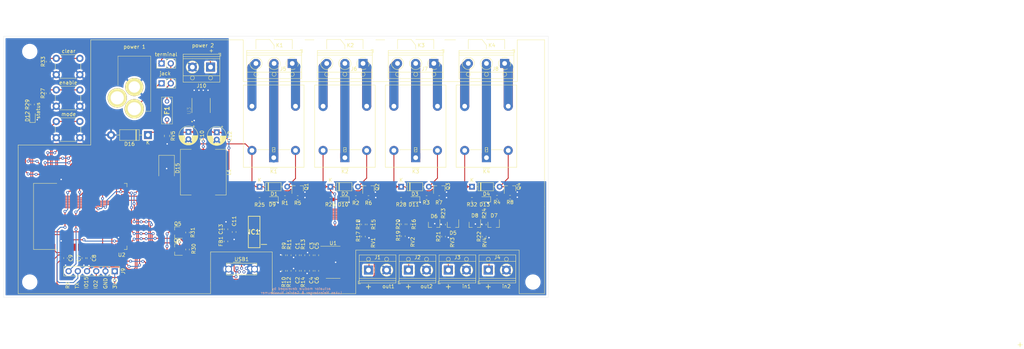
<source format=kicad_pcb>
(kicad_pcb (version 20171130) (host pcbnew "(5.1.4)-1")
  (layers (0 F.Cu signal) (31 B.Cu signal) (34 B.Paste user) (35 F.Paste user) (36 B.SilkS user) (37 F.SilkS user) (38 B.Mask user) (39 F.Mask user) (44 Edge.Cuts user))
  (net 0 "")
  (net 1 GND)
  (net 2 "Net-(C1-Pad1)")
  (net 3 "Net-(C2-Pad1)")
  (net 4 "Net-(C3-Pad1)")
  (net 5 "Net-(C4-Pad1)")
  (net 6 out1)
  (net 7 out2)
  (net 8 AD1)
  (net 9 AD2)
  (net 10 +3V3)
  (net 11 +24V)
  (net 12 "Net-(D1-Pad2)")
  (net 13 "Net-(D2-Pad2)")
  (net 14 "Net-(D3-Pad2)")
  (net 15 "Net-(D4-Pad2)")
  (net 16 /Logik/LED1)
  (net 17 /Logik/LED2)
  (net 18 /Logik/LED5)
  (net 19 /Logik/LED4)
  (net 20 in1)
  (net 21 in2)
  (net 22 /Schnittstellen/K1_1)
  (net 23 /Schnittstellen/K1_3)
  (net 24 /Schnittstellen/K1_4)
  (net 25 /Schnittstellen/K2_4)
  (net 26 /Schnittstellen/K2_3)
  (net 27 /Schnittstellen/K2_1)
  (net 28 /Schnittstellen/K3_1)
  (net 29 /Schnittstellen/K3_3)
  (net 30 /Schnittstellen/K3_4)
  (net 31 /Schnittstellen/K4_4)
  (net 32 /Schnittstellen/K4_3)
  (net 33 /Schnittstellen/K4_1)
  (net 34 GPIO_2)
  (net 35 GPIO_15)
  (net 36 TXD)
  (net 37 RXD)
  (net 38 "Net-(Q1-Pad1)")
  (net 39 "Net-(Q2-Pad1)")
  (net 40 "Net-(Q3-Pad1)")
  (net 41 "Net-(Q4-Pad1)")
  (net 42 "Net-(Q5-Pad1)")
  (net 43 RTS)
  (net 44 DTR)
  (net 45 "Net-(Q6-Pad1)")
  (net 46 K1)
  (net 47 K2)
  (net 48 K3)
  (net 49 K4)
  (net 50 pwm1)
  (net 51 pwm2)
  (net 52 "Net-(R15-Pad2)")
  (net 53 "Net-(R16-Pad2)")
  (net 54 LED_1)
  (net 55 LED_2)
  (net 56 LED_3)
  (net 57 LED_4)
  (net 58 Status)
  (net 59 SysReset)
  (net 60 "Net-(U2-Pad4)")
  (net 61 "Net-(U2-Pad5)")
  (net 62 "Net-(U2-Pad8)")
  (net 63 "Net-(U2-Pad9)")
  (net 64 "Net-(U2-Pad11)")
  (net 65 "Net-(U2-Pad13)")
  (net 66 "Net-(U2-Pad14)")
  (net 67 "Net-(U2-Pad17)")
  (net 68 "Net-(U2-Pad18)")
  (net 69 "Net-(U2-Pad19)")
  (net 70 "Net-(U2-Pad20)")
  (net 71 "Net-(U2-Pad21)")
  (net 72 "Net-(U2-Pad22)")
  (net 73 "Net-(U2-Pad32)")
  (net 74 VBUS)
  (net 75 D-)
  (net 76 D+)
  (net 77 "Net-(USB1-Pad4)")
  (net 78 /Logik/24V_jack)
  (net 79 /Logik/24V_F1)
  (net 80 "Net-(C5-Pad2)")
  (net 81 "Net-(C6-Pad2)")
  (net 82 "Net-(D15-Pad1)")
  (net 83 /Logik/24V_terminal)
  (net 84 /Logik/LED3)
  (net 85 FTDI_3.3)
  (net 86 "Net-(IC1-Pad19)")
  (net 87 "Net-(IC1-Pad18)")
  (net 88 "Net-(IC1-Pad17)")
  (net 89 "Net-(IC1-Pad10)")
  (net 90 "Net-(IC1-Pad9)")
  (net 91 "Net-(IC1-Pad8)")
  (net 92 "Net-(IC1-Pad7)")
  (net 93 "Net-(IC1-Pad5)")
  (net 94 enable)
  (net 95 mode)
  (net 96 "Net-(U2-Pad16)")
  (net 97 /Logik/VBUS_USB)
  (module Connector_USB:USB_Micro-B_Wuerth_614105150721_Vertical_CircularHoles (layer F.Cu) (at 101.25 104)
    (fp_text reference USB1 (at 1.3 -2.48) (layer F.SilkS))
    (fp_text value USB_B_Micro)
    (pad 1 thru_hole rect (at 0 0) (size 0.84 0.84) (drill 0.44) (layers *.Cu *.Mask) (net 97 /Logik/VBUS_USB))
    (pad 2 thru_hole circle (at 0.65 1) (size 0.84 0.84) (drill 0.44) (layers *.Cu *.Mask) (net 75 D-))
    (pad 3 thru_hole circle (at 1.3 0) (size 0.84 0.84) (drill 0.44) (layers *.Cu *.Mask) (net 76 D+))
    (pad 4 thru_hole circle (at 1.95 1) (size 0.84 0.84) (drill 0.44) (layers *.Cu *.Mask) (net 77 "Net-(USB1-Pad4)"))
    (pad 5 thru_hole circle (at 2.6 0) (size 0.84 0.84) (drill 0.44) (layers *.Cu *.Mask) (net 1 GND))
    (pad 6 thru_hole circle (at -2.275 0.22) (size 1.85 1.85) (drill 1.35) (layers *.Cu *.Mask) (net 1 GND))
    (pad 6 thru_hole circle (at 4.875 0.22) (size 1.85 1.85) (drill 1.35) (layers *.Cu *.Mask) (net 1 GND))
  )
  (module RF_Module:ESP32-WROOM-32 (layer F.Cu) (at 61.1 89.7 90)
    (fp_text reference U2 (at -10.61 8.43) (layer F.SilkS))
    (fp_text value ESP32-WROOM-32)
    (pad 39 smd rect (at -1 -0.755 90) (size 5 5) (layers F.Cu F.Paste F.Mask))
    (pad 1 smd rect (at -8.5 -8.255 90) (size 2 0.9) (layers F.Cu F.Paste F.Mask) (net 1 GND))
    (pad 2 smd rect (at -8.5 -6.985 90) (size 2 0.9) (layers F.Cu F.Paste F.Mask) (net 10 +3V3))
    (pad 3 smd rect (at -8.5 -5.715 90) (size 2 0.9) (layers F.Cu F.Paste F.Mask) (net 94 enable))
    (pad 4 smd rect (at -8.5 -4.445 90) (size 2 0.9) (layers F.Cu F.Paste F.Mask) (net 60 "Net-(U2-Pad4)"))
    (pad 5 smd rect (at -8.5 -3.175 90) (size 2 0.9) (layers F.Cu F.Paste F.Mask) (net 61 "Net-(U2-Pad5)"))
    (pad 6 smd rect (at -8.5 -1.905 90) (size 2 0.9) (layers F.Cu F.Paste F.Mask) (net 8 AD1))
    (pad 7 smd rect (at -8.5 -0.635 90) (size 2 0.9) (layers F.Cu F.Paste F.Mask) (net 9 AD2))
    (pad 8 smd rect (at -8.5 0.635 90) (size 2 0.9) (layers F.Cu F.Paste F.Mask) (net 62 "Net-(U2-Pad8)"))
    (pad 9 smd rect (at -8.5 1.905 90) (size 2 0.9) (layers F.Cu F.Paste F.Mask) (net 63 "Net-(U2-Pad9)"))
    (pad 10 smd rect (at -8.5 3.175 90) (size 2 0.9) (layers F.Cu F.Paste F.Mask) (net 59 SysReset))
    (pad 11 smd rect (at -8.5 4.445 90) (size 2 0.9) (layers F.Cu F.Paste F.Mask) (net 64 "Net-(U2-Pad11)"))
    (pad 12 smd rect (at -8.5 5.715 90) (size 2 0.9) (layers F.Cu F.Paste F.Mask) (net 57 LED_4))
    (pad 13 smd rect (at -8.5 6.985 90) (size 2 0.9) (layers F.Cu F.Paste F.Mask) (net 65 "Net-(U2-Pad13)"))
    (pad 14 smd rect (at -8.5 8.255 90) (size 2 0.9) (layers F.Cu F.Paste F.Mask) (net 66 "Net-(U2-Pad14)"))
    (pad 15 smd rect (at -5.715 9.255 180) (size 2 0.9) (layers F.Cu F.Paste F.Mask) (net 1 GND))
    (pad 16 smd rect (at -4.445 9.255 180) (size 2 0.9) (layers F.Cu F.Paste F.Mask) (net 96 "Net-(U2-Pad16)"))
    (pad 17 smd rect (at -3.175 9.255 180) (size 2 0.9) (layers F.Cu F.Paste F.Mask) (net 67 "Net-(U2-Pad17)"))
    (pad 18 smd rect (at -1.905 9.255 180) (size 2 0.9) (layers F.Cu F.Paste F.Mask) (net 68 "Net-(U2-Pad18)"))
    (pad 19 smd rect (at -0.635 9.255 180) (size 2 0.9) (layers F.Cu F.Paste F.Mask) (net 69 "Net-(U2-Pad19)"))
    (pad 20 smd rect (at 0.635 9.255 180) (size 2 0.9) (layers F.Cu F.Paste F.Mask) (net 70 "Net-(U2-Pad20)"))
    (pad 21 smd rect (at 1.905 9.255 180) (size 2 0.9) (layers F.Cu F.Paste F.Mask) (net 71 "Net-(U2-Pad21)"))
    (pad 22 smd rect (at 3.175 9.255 180) (size 2 0.9) (layers F.Cu F.Paste F.Mask) (net 72 "Net-(U2-Pad22)"))
    (pad 23 smd rect (at 4.445 9.255 180) (size 2 0.9) (layers F.Cu F.Paste F.Mask) (net 35 GPIO_15))
    (pad 24 smd rect (at 5.715 9.255 180) (size 2 0.9) (layers F.Cu F.Paste F.Mask) (net 34 GPIO_2))
    (pad 25 smd rect (at 8.5 8.255 90) (size 2 0.9) (layers F.Cu F.Paste F.Mask) (net 95 mode))
    (pad 26 smd rect (at 8.5 6.985 90) (size 2 0.9) (layers F.Cu F.Paste F.Mask) (net 54 LED_1))
    (pad 27 smd rect (at 8.5 5.715 90) (size 2 0.9) (layers F.Cu F.Paste F.Mask) (net 50 pwm1))
    (pad 28 smd rect (at 8.5 4.445 90) (size 2 0.9) (layers F.Cu F.Paste F.Mask) (net 51 pwm2))
    (pad 29 smd rect (at 8.5 3.175 90) (size 2 0.9) (layers F.Cu F.Paste F.Mask) (net 58 Status))
    (pad 30 smd rect (at 8.5 1.905 90) (size 2 0.9) (layers F.Cu F.Paste F.Mask) (net 46 K1))
    (pad 31 smd rect (at 8.5 0.635 90) (size 2 0.9) (layers F.Cu F.Paste F.Mask) (net 47 K2))
    (pad 32 smd rect (at 8.5 -0.635 90) (size 2 0.9) (layers F.Cu F.Paste F.Mask) (net 73 "Net-(U2-Pad32)"))
    (pad 33 smd rect (at 8.5 -1.905 90) (size 2 0.9) (layers F.Cu F.Paste F.Mask) (net 48 K3))
    (pad 34 smd rect (at 8.5 -3.175 90) (size 2 0.9) (layers F.Cu F.Paste F.Mask) (net 37 RXD))
    (pad 35 smd rect (at 8.5 -4.445 90) (size 2 0.9) (layers F.Cu F.Paste F.Mask) (net 36 TXD))
    (pad 36 smd rect (at 8.5 -5.715 90) (size 2 0.9) (layers F.Cu F.Paste F.Mask) (net 49 K4))
    (pad 37 smd rect (at 8.5 -6.985 90) (size 2 0.9) (layers F.Cu F.Paste F.Mask) (net 56 LED_3))
    (pad 38 smd rect (at 8.5 -8.255 90) (size 2 0.9) (layers F.Cu F.Paste F.Mask) (net 1 GND))
  )
  (module MountingHole:MountingHole_3.2mm_M3_ISO7380 (layer F.Cu) (at 182.8 107.8)
    (fp_text reference H4 hide)
    (fp_text value MountingHole)
    (pad 1 np_thru_hole circle (at 0 0) (size 3.2 3.2) (drill 3.2) (layers *.Cu *.Mask))
  )
  (module MountingHole:MountingHole_3.2mm_M3_ISO7380 (layer F.Cu) (at 44.2 107.8)
    (fp_text reference H3 hide)
    (fp_text value MountingHole)
    (pad 1 np_thru_hole circle (at 0 0) (size 3.2 3.2) (drill 3.2) (layers *.Cu *.Mask))
  )
  (module MountingHole:MountingHole_3.2mm_M3_ISO7380 (layer F.Cu) (at 182.8 44.2)
    (fp_text reference H2 hide)
    (fp_text value MountingHole)
    (pad 1 np_thru_hole circle (at 0 0) (size 3.2 3.2) (drill 3.2) (layers *.Cu *.Mask))
  )
  (module MountingHole:MountingHole_3.2mm_M3_ISO7380 (layer F.Cu) (at 44.2 44.2)
    (fp_text reference H1 hide)
    (fp_text value MountingHole)
    (pad 1 np_thru_hole circle (at 0 0) (size 3.2 3.2) (drill 3.2) (layers *.Cu *.Mask))
  )
  (module CON-SOCJ-2155:CONSOCJ2155 (layer F.Cu) (at 73 60 270)
    (fp_text reference J11 hide)
    (fp_text value CON-SOCJ-2155 hide)
    (pad 3 thru_hole circle (at -3 4.7) (size 5.3 5.3) (drill 3.6401) (layers *.Cu *.Mask F.SilkS))
    (pad 2 thru_hole circle (at -6 0) (size 5 5) (drill 3.1623) (layers *.Cu *.Mask F.SilkS) (net 1 GND))
    (pad 1 thru_hole circle (at 0 0) (size 5.3 5.3) (drill 3.6401) (layers *.Cu *.Mask F.SilkS) (net 78 /Logik/24V_jack))
  )
  (module Capacitor_SMD:C_0603_1608Metric_Pad1.05x0.95mm_HandSolder (layer F.Cu) (at 117.96146 100.40834 270)
    (fp_text reference C1 (at -2.6 0 90) (layer F.SilkS))
    (fp_text value 100nF)
    (pad 2 smd roundrect (at 0.875 0 270) (size 1.05 0.95) (layers F.Cu F.Paste F.Mask) (net 1 GND))
    (pad 1 smd roundrect (at -0.875 0 270) (size 1.05 0.95) (layers F.Cu F.Paste F.Mask) (net 2 "Net-(C1-Pad1)"))
  )
  (module Capacitor_SMD:C_0603_1608Metric_Pad1.05x0.95mm_HandSolder (layer F.Cu) (at 117.96146 104.70834 90)
    (fp_text reference C2 (at -2.6 0 90) (layer F.SilkS))
    (fp_text value 100nF)
    (pad 1 smd roundrect (at -0.875 0 90) (size 1.05 0.95) (layers F.Cu F.Paste F.Mask) (net 3 "Net-(C2-Pad1)"))
    (pad 2 smd roundrect (at 0.875 0 90) (size 1.05 0.95) (layers F.Cu F.Paste F.Mask) (net 1 GND))
  )
  (module Capacitor_SMD:C_0603_1608Metric_Pad1.05x0.95mm_HandSolder (layer F.Cu) (at 121.76146 100.40834 90)
    (fp_text reference C3 (at 2.6 0.1 90) (layer F.SilkS))
    (fp_text value 10nF)
    (pad 1 smd roundrect (at -0.875 0 90) (size 1.05 0.95) (layers F.Cu F.Paste F.Mask) (net 4 "Net-(C3-Pad1)"))
    (pad 2 smd roundrect (at 0.875 0 90) (size 1.05 0.95) (layers F.Cu F.Paste F.Mask) (net 1 GND))
  )
  (module Capacitor_SMD:C_0603_1608Metric_Pad1.05x0.95mm_HandSolder (layer F.Cu) (at 121.76146 104.70834 270)
    (fp_text reference C4 (at 2.6 0 90) (layer F.SilkS))
    (fp_text value 10nF)
    (pad 1 smd roundrect (at -0.875 0 270) (size 1.05 0.95) (layers F.Cu F.Paste F.Mask) (net 5 "Net-(C4-Pad1)"))
    (pad 2 smd roundrect (at 0.875 0 270) (size 1.05 0.95) (layers F.Cu F.Paste F.Mask) (net 1 GND))
  )
  (module Capacitor_SMD:C_0603_1608Metric_Pad1.05x0.95mm_HandSolder (layer F.Cu) (at 59.1 101.2 270)
    (fp_text reference C7 (at 0 1.4 90) (layer F.SilkS))
    (fp_text value 100nF)
    (pad 1 smd roundrect (at -0.875 0 270) (size 1.05 0.95) (layers F.Cu F.Paste F.Mask) (net 8 AD1))
    (pad 2 smd roundrect (at 0.875 0 270) (size 1.05 0.95) (layers F.Cu F.Paste F.Mask) (net 1 GND))
  )
  (module Capacitor_SMD:C_0603_1608Metric_Pad1.05x0.95mm_HandSolder (layer F.Cu) (at 60.5 101.2 270)
    (fp_text reference C8 (at 0 -1.43 90) (layer F.SilkS))
    (fp_text value 100nF)
    (pad 2 smd roundrect (at 0.875 0 270) (size 1.05 0.95) (layers F.Cu F.Paste F.Mask) (net 1 GND))
    (pad 1 smd roundrect (at -0.875 0 270) (size 1.05 0.95) (layers F.Cu F.Paste F.Mask) (net 9 AD2))
  )
  (module Capacitor_SMD:C_0603_1608Metric_Pad1.05x0.95mm_HandSolder (layer F.Cu) (at 54.05 101.2 270)
    (fp_text reference C9 (at 0 -1.43 90) (layer F.SilkS))
    (fp_text value 10uF)
    (pad 2 smd roundrect (at 0.875 0 270) (size 1.05 0.95) (layers F.Cu F.Paste F.Mask) (net 1 GND))
    (pad 1 smd roundrect (at -0.875 0 270) (size 1.05 0.95) (layers F.Cu F.Paste F.Mask) (net 10 +3V3))
  )
  (module Capacitor_THT:CP_Radial_D5.0mm_P2.00mm (layer F.Cu) (at 95.7 66.5 270)
    (fp_text reference C12 (at 1.1 -3.6 90) (layer F.SilkS))
    (fp_text value 15uF)
    (pad 2 thru_hole circle (at 2 0 270) (size 1.6 1.6) (drill 0.8) (layers *.Cu *.Mask) (net 1 GND))
    (pad 1 thru_hole rect (at 0 0 270) (size 1.6 1.6) (drill 0.8) (layers *.Cu *.Mask) (net 10 +3V3))
  )
  (module Diode_THT:D_DO-35_SOD27_P7.62mm_Horizontal (layer F.Cu) (at 107.5 81.5)
    (fp_text reference D1 (at 4 2) (layer F.SilkS))
    (fp_text value 1N4148)
    (fp_text user K (at 0 -1.8) (layer F.SilkS))
    (pad 2 thru_hole oval (at 7.62 0) (size 1.6 1.6) (drill 0.8) (layers *.Cu *.Mask) (net 12 "Net-(D1-Pad2)"))
    (pad 1 thru_hole rect (at 0 0) (size 1.6 1.6) (drill 0.8) (layers *.Cu *.Mask) (net 11 +24V))
  )
  (module Diode_THT:D_DO-35_SOD27_P7.62mm_Horizontal (layer F.Cu) (at 127 81.5)
    (fp_text reference D2 (at 4 2) (layer F.SilkS))
    (fp_text value 1N4148)
    (fp_text user K (at 0 -1.8) (layer F.SilkS))
    (pad 1 thru_hole rect (at 0 0) (size 1.6 1.6) (drill 0.8) (layers *.Cu *.Mask) (net 11 +24V))
    (pad 2 thru_hole oval (at 7.62 0) (size 1.6 1.6) (drill 0.8) (layers *.Cu *.Mask) (net 13 "Net-(D2-Pad2)"))
  )
  (module Diode_THT:D_DO-35_SOD27_P7.62mm_Horizontal (layer F.Cu) (at 146.5 81.5)
    (fp_text reference D3 (at 3.8 2) (layer F.SilkS))
    (fp_text value 1N4148)
    (fp_text user K (at 0 -1.8) (layer F.SilkS))
    (pad 2 thru_hole oval (at 7.62 0) (size 1.6 1.6) (drill 0.8) (layers *.Cu *.Mask) (net 14 "Net-(D3-Pad2)"))
    (pad 1 thru_hole rect (at 0 0) (size 1.6 1.6) (drill 0.8) (layers *.Cu *.Mask) (net 11 +24V))
  )
  (module Diode_THT:D_DO-35_SOD27_P7.62mm_Horizontal (layer F.Cu) (at 166 81.5)
    (fp_text reference D4 (at 4 2) (layer F.SilkS))
    (fp_text value 1N4148)
    (fp_text user K (at 0 -1.8) (layer F.SilkS))
    (pad 1 thru_hole rect (at 0 0) (size 1.6 1.6) (drill 0.8) (layers *.Cu *.Mask) (net 11 +24V))
    (pad 2 thru_hole oval (at 7.62 0) (size 1.6 1.6) (drill 0.8) (layers *.Cu *.Mask) (net 15 "Net-(D4-Pad2)"))
  )
  (module Diode_SMD:D_SOT-23_ANK (layer F.Cu) (at 160.79166 91.96146 270)
    (fp_text reference D5 (at 2.3 0) (layer F.SilkS))
    (fp_text value BAT54)
    (pad 1 smd rect (at 1 0 270) (size 0.9 0.8) (layers F.Cu F.Paste F.Mask) (net 10 +3V3))
    (pad "" smd rect (at -1 0.95 270) (size 0.9 0.8) (layers F.Cu F.Paste F.Mask))
    (pad 2 smd rect (at -1 -0.95 270) (size 0.9 0.8) (layers F.Cu F.Paste F.Mask) (net 8 AD1))
  )
  (module Diode_SMD:D_SOT-23_ANK (layer F.Cu) (at 155.59166 91.96146 270)
    (fp_text reference D6 (at -2.3 0) (layer F.SilkS))
    (fp_text value BAT54)
    (pad 2 smd rect (at -1 -0.95 270) (size 0.9 0.8) (layers F.Cu F.Paste F.Mask) (net 1 GND))
    (pad "" smd rect (at -1 0.95 270) (size 0.9 0.8) (layers F.Cu F.Paste F.Mask))
    (pad 1 smd rect (at 1 0 270) (size 0.9 0.8) (layers F.Cu F.Paste F.Mask) (net 8 AD1))
  )
  (module Diode_SMD:D_SOT-23_ANK (layer F.Cu) (at 171.99166 91.96146 270)
    (fp_text reference D7 (at -2.5 -0.1) (layer F.SilkS))
    (fp_text value BAT54)
    (pad 2 smd rect (at -1 -0.95 270) (size 0.9 0.8) (layers F.Cu F.Paste F.Mask) (net 9 AD2))
    (pad "" smd rect (at -1 0.95 270) (size 0.9 0.8) (layers F.Cu F.Paste F.Mask))
    (pad 1 smd rect (at 1 0 270) (size 0.9 0.8) (layers F.Cu F.Paste F.Mask) (net 10 +3V3))
  )
  (module Diode_SMD:D_SOT-23_ANK (layer F.Cu) (at 166.79166 91.96146 270)
    (fp_text reference D8 (at -2.5 0) (layer F.SilkS))
    (fp_text value BAT54)
    (pad 1 smd rect (at 1 0 270) (size 0.9 0.8) (layers F.Cu F.Paste F.Mask) (net 9 AD2))
    (pad "" smd rect (at -1 0.95 270) (size 0.9 0.8) (layers F.Cu F.Paste F.Mask))
    (pad 2 smd rect (at -1 -0.95 270) (size 0.9 0.8) (layers F.Cu F.Paste F.Mask) (net 1 GND))
  )
  (module TerminalBlock_RND:TerminalBlock_RND_205-00012_1x02_P5.00mm_Horizontal (layer F.Cu) (at 137.5 104.5)
    (fp_text reference J1 (at 2.5 -3.5) (layer F.SilkS))
    (fp_text value TB001-500-02BE hide)
    (pad 1 thru_hole rect (at 0 0) (size 2.5 2.5) (drill 1.3) (layers *.Cu *.Mask) (net 6 out1))
    (pad 2 thru_hole circle (at 5 0) (size 2.5 2.5) (drill 1.3) (layers *.Cu *.Mask) (net 1 GND))
  )
  (module TerminalBlock_RND:TerminalBlock_RND_205-00012_1x02_P5.00mm_Horizontal (layer F.Cu) (at 148.5 104.5)
    (fp_text reference J2 (at 2.5 -3.5) (layer F.SilkS))
    (fp_text value TB001-500-02BE hide)
    (pad 2 thru_hole circle (at 5 0) (size 2.5 2.5) (drill 1.3) (layers *.Cu *.Mask) (net 1 GND))
    (pad 1 thru_hole rect (at 0 0) (size 2.5 2.5) (drill 1.3) (layers *.Cu *.Mask) (net 7 out2))
  )
  (module TerminalBlock_RND:TerminalBlock_RND_205-00012_1x02_P5.00mm_Horizontal (layer F.Cu) (at 159.5 104.5)
    (fp_text reference J3 (at 2.5 -3.5) (layer F.SilkS))
    (fp_text value TB001-500-02BE hide)
    (pad 1 thru_hole rect (at 0 0) (size 2.5 2.5) (drill 1.3) (layers *.Cu *.Mask) (net 20 in1))
    (pad 2 thru_hole circle (at 5 0) (size 2.5 2.5) (drill 1.3) (layers *.Cu *.Mask) (net 1 GND))
  )
  (module TerminalBlock_RND:TerminalBlock_RND_205-00012_1x02_P5.00mm_Horizontal (layer F.Cu) (at 170.5 104.5)
    (fp_text reference J4 (at 2.5 -3.5) (layer F.SilkS))
    (fp_text value TB001-500-02BE hide)
    (pad 2 thru_hole circle (at 5 0) (size 2.5 2.5) (drill 1.3) (layers *.Cu *.Mask) (net 1 GND))
    (pad 1 thru_hole rect (at 0 0) (size 2.5 2.5) (drill 1.3) (layers *.Cu *.Mask) (net 21 in2))
  )
  (module TerminalBlock_RND:TerminalBlock_RND_205-00013_1x03_P5.00mm_Horizontal (layer F.Cu) (at 116.5 47.5 180)
    (fp_text reference J5 (at 2.5 -1.5) (layer F.SilkS))
    (fp_text value TB002-500-03BE)
    (pad 3 thru_hole circle (at 10 0 180) (size 2.5 2.5) (drill 1.3) (layers *.Cu *.Mask) (net 24 /Schnittstellen/K1_4))
    (pad 2 thru_hole circle (at 5 0 180) (size 2.5 2.5) (drill 1.3) (layers *.Cu *.Mask) (net 22 /Schnittstellen/K1_1))
    (pad 1 thru_hole rect (at 0 0 180) (size 2.5 2.5) (drill 1.3) (layers *.Cu *.Mask) (net 23 /Schnittstellen/K1_3))
  )
  (module TerminalBlock_RND:TerminalBlock_RND_205-00013_1x03_P5.00mm_Horizontal (layer F.Cu) (at 136 47.5 180)
    (fp_text reference J6 (at 2.5 -1.5) (layer F.SilkS))
    (fp_text value TB002-500-03BE)
    (pad 1 thru_hole rect (at 0 0 180) (size 2.5 2.5) (drill 1.3) (layers *.Cu *.Mask) (net 26 /Schnittstellen/K2_3))
    (pad 2 thru_hole circle (at 5 0 180) (size 2.5 2.5) (drill 1.3) (layers *.Cu *.Mask) (net 27 /Schnittstellen/K2_1))
    (pad 3 thru_hole circle (at 10 0 180) (size 2.5 2.5) (drill 1.3) (layers *.Cu *.Mask) (net 25 /Schnittstellen/K2_4))
  )
  (module TerminalBlock_RND:TerminalBlock_RND_205-00013_1x03_P5.00mm_Horizontal (layer F.Cu) (at 155.5 47.5 180)
    (fp_text reference J7 (at 2.5 -1.5) (layer F.SilkS))
    (fp_text value TB002-500-03BE)
    (pad 3 thru_hole circle (at 10 0 180) (size 2.5 2.5) (drill 1.3) (layers *.Cu *.Mask) (net 30 /Schnittstellen/K3_4))
    (pad 2 thru_hole circle (at 5 0 180) (size 2.5 2.5) (drill 1.3) (layers *.Cu *.Mask) (net 28 /Schnittstellen/K3_1))
    (pad 1 thru_hole rect (at 0 0 180) (size 2.5 2.5) (drill 1.3) (layers *.Cu *.Mask) (net 29 /Schnittstellen/K3_3))
  )
  (module TerminalBlock_RND:TerminalBlock_RND_205-00013_1x03_P5.00mm_Horizontal (layer F.Cu) (at 175 47.5 180)
    (fp_text reference J8 (at 2.5 -1.5) (layer F.SilkS))
    (fp_text value TB002-500-03BE)
    (pad 1 thru_hole rect (at 0 0 180) (size 2.5 2.5) (drill 1.3) (layers *.Cu *.Mask) (net 32 /Schnittstellen/K4_3))
    (pad 2 thru_hole circle (at 5 0 180) (size 2.5 2.5) (drill 1.3) (layers *.Cu *.Mask) (net 33 /Schnittstellen/K4_1))
    (pad 3 thru_hole circle (at 10 0 180) (size 2.5 2.5) (drill 1.3) (layers *.Cu *.Mask) (net 31 /Schnittstellen/K4_4))
  )
  (module Connector_PinHeader_2.54mm:PinHeader_1x06_P2.54mm_Vertical (layer F.Cu) (at 67.6 104.8 270)
    (fp_text reference J9 (at 0 -2.33 90) (layer F.SilkS))
    (fp_text value Conn_01x06_Male)
    (pad 1 thru_hole rect (at 0 0 270) (size 1.7 1.7) (drill 1) (layers *.Cu *.Mask) (net 10 +3V3))
    (pad 2 thru_hole oval (at 0 2.54 270) (size 1.7 1.7) (drill 1) (layers *.Cu *.Mask) (net 1 GND))
    (pad 3 thru_hole oval (at 0 5.08 270) (size 1.7 1.7) (drill 1) (layers *.Cu *.Mask) (net 34 GPIO_2))
    (pad 4 thru_hole oval (at 0 7.62 270) (size 1.7 1.7) (drill 1) (layers *.Cu *.Mask) (net 35 GPIO_15))
    (pad 5 thru_hole oval (at 0 10.16 270) (size 1.7 1.7) (drill 1) (layers *.Cu *.Mask) (net 36 TXD))
    (pad 6 thru_hole oval (at 0 12.7 270) (size 1.7 1.7) (drill 1) (layers *.Cu *.Mask) (net 37 RXD))
  )
  (module TerminalBlock_RND:TerminalBlock_RND_205-00012_1x02_P5.00mm_Horizontal (layer F.Cu) (at 94 48.5 180)
    (fp_text reference J10 (at 2.5 -5.16) (layer F.SilkS))
    (fp_text value TB003V-500-P02BE)
    (pad 1 thru_hole rect (at 0 0 180) (size 2.5 2.5) (drill 1.3) (layers *.Cu *.Mask) (net 83 /Logik/24V_terminal))
    (pad 2 thru_hole circle (at 5 0 180) (size 2.5 2.5) (drill 1.3) (layers *.Cu *.Mask) (net 1 GND))
  )
  (module Relay_THT:Relay_SPDT_Omron-G5LE-1 (layer F.Cu) (at 111.4 73.5 180)
    (fp_text reference K1 (at 0 -3.8) (layer F.SilkS))
    (fp_text value "G5LE-1-VD DC24")
    (pad 5 thru_hole oval (at 6 2 180) (size 2.5 2.5) (drill 1.3) (layers *.Cu *.Mask) (net 11 +24V))
    (pad 4 thru_hole oval (at 6 14.2 180) (size 2.5 2.5) (drill 1.3) (layers *.Cu *.Mask) (net 24 /Schnittstellen/K1_4))
    (pad 3 thru_hole oval (at -6 14.2 180) (size 2.5 2.5) (drill 1.3) (layers *.Cu *.Mask) (net 23 /Schnittstellen/K1_3))
    (pad 2 thru_hole oval (at -6 2 180) (size 2.5 2.5) (drill 1.3) (layers *.Cu *.Mask) (net 12 "Net-(D1-Pad2)"))
    (pad 1 thru_hole rect (at 0 0 180) (size 2.5 2.5) (drill 1.3) (layers *.Cu *.Mask) (net 22 /Schnittstellen/K1_1))
  )
  (module Relay_THT:Relay_SPDT_Omron-G5LE-1 (layer F.Cu) (at 131 73.5 180)
    (fp_text reference K2 (at 0 -3.8) (layer F.SilkS))
    (fp_text value "G5LE-1-VD DC24")
    (pad 1 thru_hole rect (at 0 0 180) (size 2.5 2.5) (drill 1.3) (layers *.Cu *.Mask) (net 27 /Schnittstellen/K2_1))
    (pad 2 thru_hole oval (at -6 2 180) (size 2.5 2.5) (drill 1.3) (layers *.Cu *.Mask) (net 13 "Net-(D2-Pad2)"))
    (pad 3 thru_hole oval (at -6 14.2 180) (size 2.5 2.5) (drill 1.3) (layers *.Cu *.Mask) (net 26 /Schnittstellen/K2_3))
    (pad 4 thru_hole oval (at 6 14.2 180) (size 2.5 2.5) (drill 1.3) (layers *.Cu *.Mask) (net 25 /Schnittstellen/K2_4))
    (pad 5 thru_hole oval (at 6 2 180) (size 2.5 2.5) (drill 1.3) (layers *.Cu *.Mask) (net 11 +24V))
  )
  (module Relay_THT:Relay_SPDT_Omron-G5LE-1 (layer F.Cu) (at 150.5 73.5 180)
    (fp_text reference K3 (at 0 -3.8) (layer F.SilkS))
    (fp_text value "G5LE-1-VD DC24")
    (pad 5 thru_hole oval (at 6 2 180) (size 2.5 2.5) (drill 1.3) (layers *.Cu *.Mask) (net 11 +24V))
    (pad 4 thru_hole oval (at 6 14.2 180) (size 2.5 2.5) (drill 1.3) (layers *.Cu *.Mask) (net 30 /Schnittstellen/K3_4))
    (pad 3 thru_hole oval (at -6 14.2 180) (size 2.5 2.5) (drill 1.3) (layers *.Cu *.Mask) (net 29 /Schnittstellen/K3_3))
    (pad 2 thru_hole oval (at -6 2 180) (size 2.5 2.5) (drill 1.3) (layers *.Cu *.Mask) (net 14 "Net-(D3-Pad2)"))
    (pad 1 thru_hole rect (at 0 0 180) (size 2.5 2.5) (drill 1.3) (layers *.Cu *.Mask) (net 28 /Schnittstellen/K3_1))
  )
  (module Relay_THT:Relay_SPDT_Omron-G5LE-1 (layer F.Cu) (at 170 73.5 180)
    (fp_text reference K4 (at 0 -3.8) (layer F.SilkS))
    (fp_text value "G5LE-1-VD DC24")
    (pad 1 thru_hole rect (at 0 0 180) (size 2.5 2.5) (drill 1.3) (layers *.Cu *.Mask) (net 33 /Schnittstellen/K4_1))
    (pad 2 thru_hole oval (at -6 2 180) (size 2.5 2.5) (drill 1.3) (layers *.Cu *.Mask) (net 15 "Net-(D4-Pad2)"))
    (pad 3 thru_hole oval (at -6 14.2 180) (size 2.5 2.5) (drill 1.3) (layers *.Cu *.Mask) (net 32 /Schnittstellen/K4_3))
    (pad 4 thru_hole oval (at 6 14.2 180) (size 2.5 2.5) (drill 1.3) (layers *.Cu *.Mask) (net 31 /Schnittstellen/K4_4))
    (pad 5 thru_hole oval (at 6 2 180) (size 2.5 2.5) (drill 1.3) (layers *.Cu *.Mask) (net 11 +24V))
  )
  (module Inductor_SMD:L_12x12mm_H6mm (layer F.Cu) (at 92 77.5 270)
    (fp_text reference L1 (at 0 -7.1 90) (layer F.SilkS))
    (fp_text value SRR1260-681K)
    (pad 1 smd rect (at -4.95 0 270) (size 2.9 5.4) (layers F.Cu F.Paste F.Mask) (net 82 "Net-(D15-Pad1)"))
    (pad 2 smd rect (at 4.95 0 270) (size 2.9 5.4) (layers F.Cu F.Paste F.Mask) (net 10 +3V3))
  )
  (module Package_TO_SOT_SMD:SOT-23 (layer F.Cu) (at 118 82 90)
    (fp_text reference Q1 (at 0.5 2.4 90) (layer F.SilkS))
    (fp_text value BSS123)
    (pad 3 smd rect (at 1 0 90) (size 0.9 0.8) (layers F.Cu F.Paste F.Mask) (net 12 "Net-(D1-Pad2)"))
    (pad 2 smd rect (at -1 0.95 90) (size 0.9 0.8) (layers F.Cu F.Paste F.Mask) (net 1 GND))
    (pad 1 smd rect (at -1 -0.95 90) (size 0.9 0.8) (layers F.Cu F.Paste F.Mask) (net 38 "Net-(Q1-Pad1)"))
  )
  (module Package_TO_SOT_SMD:SOT-23 (layer F.Cu) (at 137.5 82 90)
    (fp_text reference Q2 (at 0.4 2.4 90) (layer F.SilkS))
    (fp_text value BSS123)
    (pad 1 smd rect (at -1 -0.95 90) (size 0.9 0.8) (layers F.Cu F.Paste F.Mask) (net 39 "Net-(Q2-Pad1)"))
    (pad 2 smd rect (at -1 0.95 90) (size 0.9 0.8) (layers F.Cu F.Paste F.Mask) (net 1 GND))
    (pad 3 smd rect (at 1 0 90) (size 0.9 0.8) (layers F.Cu F.Paste F.Mask) (net 13 "Net-(D2-Pad2)"))
  )
  (module Package_TO_SOT_SMD:SOT-23 (layer F.Cu) (at 157 82 90)
    (fp_text reference Q3 (at 0.6 2.4 90) (layer F.SilkS))
    (fp_text value BSS123)
    (pad 3 smd rect (at 1 0 90) (size 0.9 0.8) (layers F.Cu F.Paste F.Mask) (net 14 "Net-(D3-Pad2)"))
    (pad 2 smd rect (at -1 0.95 90) (size 0.9 0.8) (layers F.Cu F.Paste F.Mask) (net 1 GND))
    (pad 1 smd rect (at -1 -0.95 90) (size 0.9 0.8) (layers F.Cu F.Paste F.Mask) (net 40 "Net-(Q3-Pad1)"))
  )
  (module Package_TO_SOT_SMD:SOT-23 (layer F.Cu) (at 176.5 82 90)
    (fp_text reference Q4 (at 0.6 2.4 90) (layer F.SilkS))
    (fp_text value BSS123)
    (pad 1 smd rect (at -1 -0.95 90) (size 0.9 0.8) (layers F.Cu F.Paste F.Mask) (net 41 "Net-(Q4-Pad1)"))
    (pad 2 smd rect (at -1 0.95 90) (size 0.9 0.8) (layers F.Cu F.Paste F.Mask) (net 1 GND))
    (pad 3 smd rect (at 1 0 90) (size 0.9 0.8) (layers F.Cu F.Paste F.Mask) (net 15 "Net-(D4-Pad2)"))
  )
  (module Package_TO_SOT_SMD:SOT-23 (layer F.Cu) (at 84.8592 94.12908 180)
    (fp_text reference Q5 (at -0.1 2.4) (layer F.SilkS))
    (fp_text value MMBT3904)
    (pad 3 smd rect (at 1 0 180) (size 0.9 0.8) (layers F.Cu F.Paste F.Mask) (net 94 enable))
    (pad 2 smd rect (at -1 0.95 180) (size 0.9 0.8) (layers F.Cu F.Paste F.Mask) (net 43 RTS))
    (pad 1 smd rect (at -1 -0.95 180) (size 0.9 0.8) (layers F.Cu F.Paste F.Mask) (net 42 "Net-(Q5-Pad1)"))
  )
  (module Package_TO_SOT_SMD:SOT-23 (layer F.Cu) (at 84.8592 98.82908 180)
    (fp_text reference Q6 (at 0 2.4) (layer F.SilkS))
    (fp_text value MMBT3904)
    (pad 1 smd rect (at -1 -0.95 180) (size 0.9 0.8) (layers F.Cu F.Paste F.Mask) (net 45 "Net-(Q6-Pad1)"))
    (pad 2 smd rect (at -1 0.95 180) (size 0.9 0.8) (layers F.Cu F.Paste F.Mask) (net 44 DTR))
    (pad 3 smd rect (at 1 0 180) (size 0.9 0.8) (layers F.Cu F.Paste F.Mask) (net 95 mode))
  )
  (module Resistor_SMD:R_0603_1608Metric_Pad1.05x0.95mm_HandSolder (layer F.Cu) (at 114.5 84.5 180)
    (fp_text reference R1 (at 0 -1.5) (layer F.SilkS))
    (fp_text value 330)
    (pad 2 smd roundrect (at 0.875 0 180) (size 1.05 0.95) (layers F.Cu F.Paste F.Mask) (net 46 K1))
    (pad 1 smd roundrect (at -0.875 0 180) (size 1.05 0.95) (layers F.Cu F.Paste F.Mask) (net 38 "Net-(Q1-Pad1)"))
  )
  (module Resistor_SMD:R_0603_1608Metric_Pad1.05x0.95mm_HandSolder (layer F.Cu) (at 134 84.5 180)
    (fp_text reference R2 (at 0 -1.5) (layer F.SilkS))
    (fp_text value 330)
    (pad 2 smd roundrect (at 0.875 0 180) (size 1.05 0.95) (layers F.Cu F.Paste F.Mask) (net 47 K2))
    (pad 1 smd roundrect (at -0.875 0 180) (size 1.05 0.95) (layers F.Cu F.Paste F.Mask) (net 39 "Net-(Q2-Pad1)"))
  )
  (module Resistor_SMD:R_0603_1608Metric_Pad1.05x0.95mm_HandSolder (layer F.Cu) (at 153.5 84.5 180)
    (fp_text reference R3 (at 0.1 -1.4) (layer F.SilkS))
    (fp_text value 330)
    (pad 2 smd roundrect (at 0.875 0 180) (size 1.05 0.95) (layers F.Cu F.Paste F.Mask) (net 48 K3))
    (pad 1 smd roundrect (at -0.875 0 180) (size 1.05 0.95) (layers F.Cu F.Paste F.Mask) (net 40 "Net-(Q3-Pad1)"))
  )
  (module Resistor_SMD:R_0603_1608Metric_Pad1.05x0.95mm_HandSolder (layer F.Cu) (at 172.9 84.4 180)
    (fp_text reference R4 (at 0 -1.4) (layer F.SilkS))
    (fp_text value 330)
    (pad 2 smd roundrect (at 0.875 0 180) (size 1.05 0.95) (layers F.Cu F.Paste F.Mask) (net 49 K4))
    (pad 1 smd roundrect (at -0.875 0 180) (size 1.05 0.95) (layers F.Cu F.Paste F.Mask) (net 41 "Net-(Q4-Pad1)"))
  )
  (module Resistor_SMD:R_0603_1608Metric_Pad1.05x0.95mm_HandSolder (layer F.Cu) (at 118 84.5)
    (fp_text reference R5 (at 0 1.5) (layer F.SilkS))
    (fp_text value 100k)
    (pad 1 smd roundrect (at -0.875 0) (size 1.05 0.95) (layers F.Cu F.Paste F.Mask) (net 38 "Net-(Q1-Pad1)"))
    (pad 2 smd roundrect (at 0.875 0) (size 1.05 0.95) (layers F.Cu F.Paste F.Mask) (net 1 GND))
  )
  (module Resistor_SMD:R_0603_1608Metric_Pad1.05x0.95mm_HandSolder (layer F.Cu) (at 137.5 84.5)
    (fp_text reference R6 (at 0 1.5) (layer F.SilkS))
    (fp_text value 100k)
    (pad 1 smd roundrect (at -0.875 0) (size 1.05 0.95) (layers F.Cu F.Paste F.Mask) (net 39 "Net-(Q2-Pad1)"))
    (pad 2 smd roundrect (at 0.875 0) (size 1.05 0.95) (layers F.Cu F.Paste F.Mask) (net 1 GND))
  )
  (module Resistor_SMD:R_0603_1608Metric_Pad1.05x0.95mm_HandSolder (layer F.Cu) (at 157 84.5)
    (fp_text reference R7 (at -0.1 1.4) (layer F.SilkS))
    (fp_text value 100k)
    (pad 1 smd roundrect (at -0.875 0) (size 1.05 0.95) (layers F.Cu F.Paste F.Mask) (net 40 "Net-(Q3-Pad1)"))
    (pad 2 smd roundrect (at 0.875 0) (size 1.05 0.95) (layers F.Cu F.Paste F.Mask) (net 1 GND))
  )
  (module Resistor_SMD:R_0603_1608Metric_Pad1.05x0.95mm_HandSolder (layer F.Cu) (at 176.5 84.4)
    (fp_text reference R8 (at 0 1.4) (layer F.SilkS))
    (fp_text value 100k)
    (pad 1 smd roundrect (at -0.875 0) (size 1.05 0.95) (layers F.Cu F.Paste F.Mask) (net 41 "Net-(Q4-Pad1)"))
    (pad 2 smd roundrect (at 0.875 0) (size 1.05 0.95) (layers F.Cu F.Paste F.Mask) (net 1 GND))
  )
  (module Resistor_SMD:R_0603_1608Metric_Pad1.05x0.95mm_HandSolder (layer F.Cu) (at 114.16146 100.40834 90)
    (fp_text reference R9 (at 2.6 0.1 90) (layer F.SilkS))
    (fp_text value 10k)
    (pad 2 smd roundrect (at 0.875 0 90) (size 1.05 0.95) (layers F.Cu F.Paste F.Mask) (net 1 GND))
    (pad 1 smd roundrect (at -0.875 0 90) (size 1.05 0.95) (layers F.Cu F.Paste F.Mask) (net 50 pwm1))
  )
  (module Resistor_SMD:R_0603_1608Metric_Pad1.05x0.95mm_HandSolder (layer F.Cu) (at 114.16146 104.70834 270)
    (fp_text reference R10 (at 3.1 0 90) (layer F.SilkS))
    (fp_text value 10k)
    (pad 2 smd roundrect (at 0.875 0 270) (size 1.05 0.95) (layers F.Cu F.Paste F.Mask) (net 1 GND))
    (pad 1 smd roundrect (at -0.875 0 270) (size 1.05 0.95) (layers F.Cu F.Paste F.Mask) (net 51 pwm2))
  )
  (module Resistor_SMD:R_0603_1608Metric_Pad1.05x0.95mm_HandSolder (layer F.Cu) (at 115.66146 100.40834 270)
    (fp_text reference R11 (at -3 0 90) (layer F.SilkS))
    (fp_text value 3.9k)
    (pad 2 smd roundrect (at 0.875 0 270) (size 1.05 0.95) (layers F.Cu F.Paste F.Mask) (net 50 pwm1))
    (pad 1 smd roundrect (at -0.875 0 270) (size 1.05 0.95) (layers F.Cu F.Paste F.Mask) (net 2 "Net-(C1-Pad1)"))
  )
  (module Resistor_SMD:R_0603_1608Metric_Pad1.05x0.95mm_HandSolder (layer F.Cu) (at 115.66146 104.70834 90)
    (fp_text reference R12 (at -3.1 -0.1 90) (layer F.SilkS))
    (fp_text value 3.9k)
    (pad 1 smd roundrect (at -0.875 0 90) (size 1.05 0.95) (layers F.Cu F.Paste F.Mask) (net 3 "Net-(C2-Pad1)"))
    (pad 2 smd roundrect (at 0.875 0 90) (size 1.05 0.95) (layers F.Cu F.Paste F.Mask) (net 51 pwm2))
  )
  (module Resistor_SMD:R_0603_1608Metric_Pad1.05x0.95mm_HandSolder (layer F.Cu) (at 119.46146 100.40834 90)
    (fp_text reference R13 (at 3 0 90) (layer F.SilkS))
    (fp_text value 39k)
    (pad 1 smd roundrect (at -0.875 0 90) (size 1.05 0.95) (layers F.Cu F.Paste F.Mask) (net 4 "Net-(C3-Pad1)"))
    (pad 2 smd roundrect (at 0.875 0 90) (size 1.05 0.95) (layers F.Cu F.Paste F.Mask) (net 2 "Net-(C1-Pad1)"))
  )
  (module Resistor_SMD:R_0603_1608Metric_Pad1.05x0.95mm_HandSolder (layer F.Cu) (at 119.46146 104.70834 270)
    (fp_text reference R14 (at 3.1 0 90) (layer F.SilkS))
    (fp_text value 39k)
    (pad 1 smd roundrect (at -0.875 0 270) (size 1.05 0.95) (layers F.Cu F.Paste F.Mask) (net 5 "Net-(C4-Pad1)"))
    (pad 2 smd roundrect (at 0.875 0 270) (size 1.05 0.95) (layers F.Cu F.Paste F.Mask) (net 3 "Net-(C2-Pad1)"))
  )
  (module Resistor_SMD:R_0603_1608Metric_Pad1.05x0.95mm_HandSolder (layer F.Cu) (at 137.59166 91.91146 90)
    (fp_text reference R15 (at 0 1.3 90) (layer F.SilkS))
    (fp_text value 10k)
    (pad 1 smd roundrect (at -0.875 0 90) (size 1.05 0.95) (layers F.Cu F.Paste F.Mask) (net 6 out1))
    (pad 2 smd roundrect (at 0.875 0 90) (size 1.05 0.95) (layers F.Cu F.Paste F.Mask) (net 52 "Net-(R15-Pad2)"))
  )
  (module Resistor_SMD:R_0603_1608Metric_Pad1.05x0.95mm_HandSolder (layer F.Cu) (at 148.59166 91.86146 90)
    (fp_text reference R16 (at 0 1.4 90) (layer F.SilkS))
    (fp_text value 10k)
    (pad 1 smd roundrect (at -0.875 0 90) (size 1.05 0.95) (layers F.Cu F.Paste F.Mask) (net 7 out2))
    (pad 2 smd roundrect (at 0.875 0 90) (size 1.05 0.95) (layers F.Cu F.Paste F.Mask) (net 53 "Net-(R16-Pad2)"))
  )
  (module Resistor_SMD:R_0603_1608Metric_Pad1.05x0.95mm_HandSolder (layer F.Cu) (at 136.09166 95.26146 90)
    (fp_text reference R17 (at 0 -1.43 90) (layer F.SilkS))
    (fp_text value 22k)
    (pad 1 smd roundrect (at -0.875 0 90) (size 1.05 0.95) (layers F.Cu F.Paste F.Mask) (net 6 out1))
    (pad 2 smd roundrect (at 0.875 0 90) (size 1.05 0.95) (layers F.Cu F.Paste F.Mask) (net 80 "Net-(C5-Pad2)"))
  )
  (module Resistor_SMD:R_0603_1608Metric_Pad1.05x0.95mm_HandSolder (layer F.Cu) (at 136.09166 91.91146 90)
    (fp_text reference R18 (at 0 -1.43 90) (layer F.SilkS))
    (fp_text value 10k)
    (pad 2 smd roundrect (at 0.875 0 90) (size 1.05 0.95) (layers F.Cu F.Paste F.Mask) (net 1 GND))
    (pad 1 smd roundrect (at -0.875 0 90) (size 1.05 0.95) (layers F.Cu F.Paste F.Mask) (net 80 "Net-(C5-Pad2)"))
  )
  (module Resistor_SMD:R_0603_1608Metric_Pad1.05x0.95mm_HandSolder (layer F.Cu) (at 147.09166 95.16146 90)
    (fp_text reference R19 (at 0.1 -1.4 90) (layer F.SilkS))
    (fp_text value 22k)
    (pad 2 smd roundrect (at 0.875 0 90) (size 1.05 0.95) (layers F.Cu F.Paste F.Mask) (net 81 "Net-(C6-Pad2)"))
    (pad 1 smd roundrect (at -0.875 0 90) (size 1.05 0.95) (layers F.Cu F.Paste F.Mask) (net 7 out2))
  )
  (module Resistor_SMD:R_0603_1608Metric_Pad1.05x0.95mm_HandSolder (layer F.Cu) (at 147.09166 91.86146 90)
    (fp_text reference R20 (at 0 -1.43 90) (layer F.SilkS))
    (fp_text value 10k)
    (pad 2 smd roundrect (at 0.875 0 90) (size 1.05 0.95) (layers F.Cu F.Paste F.Mask) (net 1 GND))
    (pad 1 smd roundrect (at -0.875 0 90) (size 1.05 0.95) (layers F.Cu F.Paste F.Mask) (net 81 "Net-(C6-Pad2)"))
  )
  (module Resistor_SMD:R_0603_1608Metric_Pad1.05x0.95mm_HandSolder (layer F.Cu) (at 158.19166 95.26146 90)
    (fp_text reference R21 (at 0 -1.43 90) (layer F.SilkS))
    (fp_text value 47k)
    (pad 2 smd roundrect (at 0.875 0 90) (size 1.05 0.95) (layers F.Cu F.Paste F.Mask) (net 8 AD1))
    (pad 1 smd roundrect (at -0.875 0 90) (size 1.05 0.95) (layers F.Cu F.Paste F.Mask) (net 20 in1))
  )
  (module Resistor_SMD:R_0603_1608Metric_Pad1.05x0.95mm_HandSolder (layer F.Cu) (at 169.39166 95.26146 90)
    (fp_text reference R22 (at 0 -1.43 90) (layer F.SilkS))
    (fp_text value 47k)
    (pad 1 smd roundrect (at -0.875 0 90) (size 1.05 0.95) (layers F.Cu F.Paste F.Mask) (net 21 in2))
    (pad 2 smd roundrect (at 0.875 0 90) (size 1.05 0.95) (layers F.Cu F.Paste F.Mask) (net 9 AD2))
  )
  (module Resistor_SMD:R_0603_1608Metric_Pad1.05x0.95mm_HandSolder (layer F.Cu) (at 158.19166 91.96146 90)
    (fp_text reference R23 (at 3.1 -0.1 90) (layer F.SilkS))
    (fp_text value 20k)
    (pad 2 smd roundrect (at 0.875 0 90) (size 1.05 0.95) (layers F.Cu F.Paste F.Mask) (net 1 GND))
    (pad 1 smd roundrect (at -0.875 0 90) (size 1.05 0.95) (layers F.Cu F.Paste F.Mask) (net 8 AD1))
  )
  (module Resistor_SMD:R_0603_1608Metric_Pad1.05x0.95mm_HandSolder (layer F.Cu) (at 169.39166 91.96146 90)
    (fp_text reference R24 (at 3.1 0 90) (layer F.SilkS))
    (fp_text value 20k)
    (pad 1 smd roundrect (at -0.875 0 90) (size 1.05 0.95) (layers F.Cu F.Paste F.Mask) (net 9 AD2))
    (pad 2 smd roundrect (at 0.875 0 90) (size 1.05 0.95) (layers F.Cu F.Paste F.Mask) (net 1 GND))
  )
  (module Resistor_SMD:R_0603_1608Metric_Pad1.05x0.95mm_HandSolder (layer F.Cu) (at 87.6592 94.12908 270)
    (fp_text reference R31 (at 0 -1.43 90) (layer F.SilkS))
    (fp_text value 10k)
    (pad 2 smd roundrect (at 0.875 0 270) (size 1.05 0.95) (layers F.Cu F.Paste F.Mask) (net 45 "Net-(Q6-Pad1)"))
    (pad 1 smd roundrect (at -0.875 0 270) (size 1.05 0.95) (layers F.Cu F.Paste F.Mask) (net 43 RTS))
  )
  (module Resistor_SMD:R_0603_1608Metric_Pad1.05x0.95mm_HandSolder (layer F.Cu) (at 49.25 55.75 90)
    (fp_text reference R27 (at 0 -1.43 90) (layer F.SilkS))
    (fp_text value 10k)
    (pad 2 smd roundrect (at 0.875 0 90) (size 1.05 0.95) (layers F.Cu F.Paste F.Mask) (net 94 enable))
    (pad 1 smd roundrect (at -0.875 0 90) (size 1.05 0.95) (layers F.Cu F.Paste F.Mask) (net 10 +3V3))
  )
  (module Resistor_SMD:R_0603_1608Metric_Pad1.05x0.95mm_HandSolder (layer F.Cu) (at 107.5 85 180)
    (fp_text reference R25 (at 0 -1.5) (layer F.SilkS))
    (fp_text value 220)
    (pad 1 smd roundrect (at -0.875 0 180) (size 1.05 0.95) (layers F.Cu F.Paste F.Mask) (net 16 /Logik/LED1))
    (pad 2 smd roundrect (at 0.875 0 180) (size 1.05 0.95) (layers F.Cu F.Paste F.Mask) (net 54 LED_1))
  )
  (module Resistor_SMD:R_0603_1608Metric_Pad1.05x0.95mm_HandSolder (layer F.Cu) (at 127 85 180)
    (fp_text reference R26 (at 0 -1.43) (layer F.SilkS))
    (fp_text value 220)
    (pad 2 smd roundrect (at 0.875 0 180) (size 1.05 0.95) (layers F.Cu F.Paste F.Mask) (net 55 LED_2))
    (pad 1 smd roundrect (at -0.875 0 180) (size 1.05 0.95) (layers F.Cu F.Paste F.Mask) (net 17 /Logik/LED2))
  )
  (module Resistor_SMD:R_0603_1608Metric_Pad1.05x0.95mm_HandSolder (layer F.Cu) (at 146.5 85 180)
    (fp_text reference R28 (at 0 -1.43) (layer F.SilkS))
    (fp_text value 220)
    (pad 1 smd roundrect (at -0.875 0 180) (size 1.05 0.95) (layers F.Cu F.Paste F.Mask) (net 84 /Logik/LED3))
    (pad 2 smd roundrect (at 0.875 0 180) (size 1.05 0.95) (layers F.Cu F.Paste F.Mask) (net 56 LED_3))
  )
  (module Resistor_SMD:R_0603_1608Metric_Pad1.05x0.95mm_HandSolder (layer F.Cu) (at 44.9629 58.82156 90)
    (fp_text reference R29 (at 0 -1.43 90) (layer F.SilkS))
    (fp_text value 220)
    (pad 1 smd roundrect (at -0.875 0 90) (size 1.05 0.95) (layers F.Cu F.Paste F.Mask) (net 18 /Logik/LED5))
    (pad 2 smd roundrect (at 0.875 0 90) (size 1.05 0.95) (layers F.Cu F.Paste F.Mask) (net 58 Status))
  )
  (module Resistor_SMD:R_0603_1608Metric_Pad1.05x0.95mm_HandSolder (layer F.Cu) (at 166 85 180)
    (fp_text reference R32 (at 0 -1.43) (layer F.SilkS))
    (fp_text value 220)
    (pad 2 smd roundrect (at 0.875 0 180) (size 1.05 0.95) (layers F.Cu F.Paste F.Mask) (net 57 LED_4))
    (pad 1 smd roundrect (at -0.875 0 180) (size 1.05 0.95) (layers F.Cu F.Paste F.Mask) (net 19 /Logik/LED4))
  )
  (module Resistor_SMD:R_0402_1005Metric (layer F.Cu) (at 137.64166 96.86146 90)
    (fp_text reference RV1 (at -0.1 1.15 90) (layer F.SilkS))
    (fp_text value CG0402MLA-14LG)
    (pad 2 smd roundrect (at 0.485 0 90) (size 0.59 0.64) (layers F.Cu F.Paste F.Mask) (net 1 GND))
    (pad 1 smd roundrect (at -0.485 0 90) (size 0.59 0.64) (layers F.Cu F.Paste F.Mask) (net 6 out1))
  )
  (module Resistor_SMD:R_0402_1005Metric (layer F.Cu) (at 148.59166 96.86146 90)
    (fp_text reference RV2 (at 0.1 1.1 90) (layer F.SilkS))
    (fp_text value CG0402MLA-14LG)
    (pad 1 smd roundrect (at -0.485 0 90) (size 0.59 0.64) (layers F.Cu F.Paste F.Mask) (net 7 out2))
    (pad 2 smd roundrect (at 0.485 0 90) (size 0.59 0.64) (layers F.Cu F.Paste F.Mask) (net 1 GND))
  )
  (module Resistor_SMD:R_0402_1005Metric (layer F.Cu) (at 159.5 96.86146 90)
    (fp_text reference RV3 (at 0 1.1 90) (layer F.SilkS))
    (fp_text value CG0402MLA-14LG)
    (pad 1 smd roundrect (at -0.485 0 90) (size 0.59 0.64) (layers F.Cu F.Paste F.Mask) (net 20 in1))
    (pad 2 smd roundrect (at 0.485 0 90) (size 0.59 0.64) (layers F.Cu F.Paste F.Mask) (net 1 GND))
  )
  (module Resistor_SMD:R_0402_1005Metric (layer F.Cu) (at 170.69166 96.86146 90)
    (fp_text reference RV4 (at 0 -1.17 90) (layer F.SilkS))
    (fp_text value CG0402MLA-14LG)
    (pad 2 smd roundrect (at 0.485 0 90) (size 0.59 0.64) (layers F.Cu F.Paste F.Mask) (net 1 GND))
    (pad 1 smd roundrect (at -0.485 0 90) (size 0.59 0.64) (layers F.Cu F.Paste F.Mask) (net 21 in2))
  )
  (module Package_SO:SOIC-14_3.9x8.7mm_P1.27mm (layer F.Cu) (at 127.76146 102.35834)
    (fp_text reference U1 (at 0 -5.28) (layer F.SilkS))
    (fp_text value LM324A)
    (pad 1 smd roundrect (at -2.475 -3.81) (size 1.95 0.6) (layers F.Cu F.Paste F.Mask) (net 52 "Net-(R15-Pad2)"))
    (pad 2 smd roundrect (at -2.475 -2.54) (size 1.95 0.6) (layers F.Cu F.Paste F.Mask) (net 80 "Net-(C5-Pad2)"))
    (pad 3 smd roundrect (at -2.475 -1.27) (size 1.95 0.6) (layers F.Cu F.Paste F.Mask) (net 4 "Net-(C3-Pad1)"))
    (pad 4 smd roundrect (at -2.475 0) (size 1.95 0.6) (layers F.Cu F.Paste F.Mask) (net 11 +24V))
    (pad 5 smd roundrect (at -2.475 1.27) (size 1.95 0.6) (layers F.Cu F.Paste F.Mask) (net 5 "Net-(C4-Pad1)"))
    (pad 6 smd roundrect (at -2.475 2.54) (size 1.95 0.6) (layers F.Cu F.Paste F.Mask) (net 81 "Net-(C6-Pad2)"))
    (pad 7 smd roundrect (at -2.475 3.81) (size 1.95 0.6) (layers F.Cu F.Paste F.Mask) (net 53 "Net-(R16-Pad2)"))
    (pad 8 smd roundrect (at 2.475 3.81) (size 1.95 0.6) (layers F.Cu F.Paste F.Mask))
    (pad 9 smd roundrect (at 2.475 2.54) (size 1.95 0.6) (layers F.Cu F.Paste F.Mask))
    (pad 10 smd roundrect (at 2.475 1.27) (size 1.95 0.6) (layers F.Cu F.Paste F.Mask))
    (pad 11 smd roundrect (at 2.475 0) (size 1.95 0.6) (layers F.Cu F.Paste F.Mask) (net 1 GND))
    (pad 12 smd roundrect (at 2.475 -1.27) (size 1.95 0.6) (layers F.Cu F.Paste F.Mask))
    (pad 13 smd roundrect (at 2.475 -2.54) (size 1.95 0.6) (layers F.Cu F.Paste F.Mask))
    (pad 14 smd roundrect (at 2.475 -3.81) (size 1.95 0.6) (layers F.Cu F.Paste F.Mask))
  )
  (module LM75BIMX-3_:SOIC127P600X175-8N (layer F.Cu) (at 91.4 59.1 90)
    (fp_text reference U3 (at -1.43 -3.332 90) (layer F.SilkS) (effects (font (thickness 0.05))))
    (fp_text value MIC4680-3.3YM-TR)
    (pad 1 smd rect (at -2.475 -1.905 90) (size 1.97 0.59) (layers F.Cu F.Paste F.Mask) (net 1 GND))
    (pad 2 smd rect (at -2.475 -0.635 90) (size 1.97 0.59) (layers F.Cu F.Paste F.Mask) (net 11 +24V))
    (pad 3 smd rect (at -2.475 0.635 90) (size 1.97 0.59) (layers F.Cu F.Paste F.Mask) (net 82 "Net-(D15-Pad1)"))
    (pad 4 smd rect (at -2.475 1.905 90) (size 1.97 0.59) (layers F.Cu F.Paste F.Mask) (net 10 +3V3))
    (pad 5 smd rect (at 2.475 1.905 90) (size 1.97 0.59) (layers F.Cu F.Paste F.Mask) (net 1 GND))
    (pad 6 smd rect (at 2.475 0.635 90) (size 1.97 0.59) (layers F.Cu F.Paste F.Mask) (net 1 GND))
    (pad 7 smd rect (at 2.475 -0.635 90) (size 1.97 0.59) (layers F.Cu F.Paste F.Mask) (net 1 GND))
    (pad 8 smd rect (at 2.475 -1.905 90) (size 1.97 0.59) (layers F.Cu F.Paste F.Mask) (net 1 GND))
  )
  (module RXEF025-2:RXEF0252 (layer F.Cu) (at 82 63 90)
    (fp_text reference F1 (at 2.525 0 90) (layer F.SilkS) (effects (font (size 1.27 1.27) (thickness 0.254))))
    (fp_text value RXEF020-AP hide)
    (pad 2 thru_hole circle (at 5.05 0 90) (size 1.218 1.218) (drill 0.7106) (layers *.Cu *.Mask) (net 79 /Logik/24V_F1))
    (pad 1 thru_hole circle (at 0 0 90) (size 1.218 1.218) (drill 0.7106) (layers *.Cu *.Mask) (net 11 +24V))
  )
  (module Resistor_SMD:R_0805_2012Metric_Pad1.15x1.40mm_HandSolder (layer F.Cu) (at 82 67.5 270)
    (fp_text reference RV5 (at 0 -1.65 90) (layer F.SilkS))
    (fp_text value AVRM2012C330KT801N)
    (pad 1 smd roundrect (at -1.025 0 270) (size 1.15 1.4) (layers F.Cu F.Paste F.Mask) (roundrect_rratio 0.217391) (net 11 +24V))
    (pad 2 smd roundrect (at 1.025 0 270) (size 1.15 1.4) (layers F.Cu F.Paste F.Mask) (roundrect_rratio 0.217391) (net 1 GND))
  )
  (module Capacitor_SMD:C_0603_1608Metric_Pad1.05x0.95mm_HandSolder (layer F.Cu) (at 123.26146 100.40834 90)
    (fp_text reference C5 (at 2.6 0 90) (layer F.SilkS))
    (fp_text value 1nF)
    (pad 2 smd roundrect (at 0.875 0 90) (size 1.05 0.95) (layers F.Cu F.Paste F.Mask) (net 80 "Net-(C5-Pad2)"))
    (pad 1 smd roundrect (at -0.875 0 90) (size 1.05 0.95) (layers F.Cu F.Paste F.Mask) (net 4 "Net-(C3-Pad1)"))
  )
  (module Capacitor_SMD:C_0603_1608Metric_Pad1.05x0.95mm_HandSolder (layer F.Cu) (at 123.26146 104.70834 270)
    (fp_text reference C6 (at 2.6 0 90) (layer F.SilkS))
    (fp_text value 1nF)
    (pad 1 smd roundrect (at -0.875 0 270) (size 1.05 0.95) (layers F.Cu F.Paste F.Mask) (net 5 "Net-(C4-Pad1)"))
    (pad 2 smd roundrect (at 0.875 0 270) (size 1.05 0.95) (layers F.Cu F.Paste F.Mask) (net 81 "Net-(C6-Pad2)"))
  )
  (module Capacitor_THT:CP_Radial_D5.0mm_P2.00mm (layer F.Cu) (at 87.9 66.4 270)
    (fp_text reference C10 (at 1 -3.75 90) (layer F.SilkS))
    (fp_text value 15uF)
    (pad 1 thru_hole rect (at 0 0 270) (size 1.6 1.6) (drill 0.8) (layers *.Cu *.Mask) (net 11 +24V))
    (pad 2 thru_hole circle (at 2 0 270) (size 1.6 1.6) (drill 0.8) (layers *.Cu *.Mask) (net 1 GND))
  )
  (module Diode_SMD:D_SMB (layer F.Cu) (at 81.9 76.4 270)
    (fp_text reference D15 (at 0 -3 90) (layer F.SilkS))
    (fp_text value B260)
    (pad 1 smd rect (at -2.15 0 270) (size 2.5 2.3) (layers F.Cu F.Paste F.Mask) (net 82 "Net-(D15-Pad1)"))
    (pad 2 smd rect (at 2.15 0 270) (size 2.5 2.3) (layers F.Cu F.Paste F.Mask) (net 1 GND))
  )
  (module Diode_THT:D_DO-41_SOD81_P10.16mm_Horizontal (layer F.Cu) (at 76.75 67.25 180)
    (fp_text reference D16 (at 5.08 -2.47) (layer F.SilkS))
    (fp_text value 1N4001G)
    (fp_text user K (at 0 -2.1) (layer F.SilkS))
    (pad 1 thru_hole rect (at 0 0 180) (size 2.2 2.2) (drill 1.1) (layers *.Cu *.Mask) (net 11 +24V))
    (pad 2 thru_hole oval (at 10.16 0 180) (size 2.2 2.2) (drill 1.1) (layers *.Cu *.Mask) (net 1 GND))
  )
  (module Connector_PinHeader_2.54mm:PinHeader_1x02_P2.54mm_Vertical (layer F.Cu) (at 80.5 47.5 90)
    (fp_text reference JP1)
    (fp_text value Jumper)
    (pad 1 thru_hole rect (at 0 0 90) (size 1.7 1.7) (drill 1) (layers *.Cu *.Mask) (net 83 /Logik/24V_terminal))
    (pad 2 thru_hole oval (at 0 2.54 90) (size 1.7 1.7) (drill 1) (layers *.Cu *.Mask) (net 79 /Logik/24V_F1))
  )
  (module Connector_PinHeader_2.54mm:PinHeader_1x02_P2.54mm_Vertical (layer F.Cu) (at 80.5 53 90)
    (fp_text reference JP2)
    (fp_text value Jumper)
    (pad 2 thru_hole oval (at 0 2.54 90) (size 1.7 1.7) (drill 1) (layers *.Cu *.Mask) (net 79 /Logik/24V_F1))
    (pad 1 thru_hole rect (at 0 0 90) (size 1.7 1.7) (drill 1) (layers *.Cu *.Mask) (net 78 /Logik/24V_jack))
  )
  (module Resistor_SMD:R_0603_1608Metric_Pad1.05x0.95mm_HandSolder (layer F.Cu) (at 87.6592 98.82908 270)
    (fp_text reference R30 (at -0.2 -1.7 90) (layer F.SilkS))
    (fp_text value 10k)
    (pad 2 smd roundrect (at 0.875 0 270) (size 1.05 0.95) (layers F.Cu F.Paste F.Mask) (net 42 "Net-(Q5-Pad1)"))
    (pad 1 smd roundrect (at -0.875 0 270) (size 1.05 0.95) (layers F.Cu F.Paste F.Mask) (net 44 DTR))
  )
  (module LED_SMD:LED_0603_1608Metric_Pad1.05x0.95mm_HandSolder (layer F.Cu) (at 111 85 180)
    (fp_text reference D9 (at 0 -1.43) (layer F.SilkS))
    (fp_text value 150060VS55040)
    (pad 2 smd roundrect (at 0.875 0 180) (size 1.05 0.95) (layers F.Cu F.Paste F.Mask) (net 16 /Logik/LED1))
    (pad 1 smd roundrect (at -0.875 0 180) (size 1.05 0.95) (layers F.Cu F.Paste F.Mask) (net 1 GND))
  )
  (module LED_SMD:LED_0603_1608Metric_Pad1.05x0.95mm_HandSolder (layer F.Cu) (at 130.5 85 180)
    (fp_text reference D10 (at 0 -1.43) (layer F.SilkS))
    (fp_text value 150060VS55040)
    (pad 1 smd roundrect (at -0.875 0 180) (size 1.05 0.95) (layers F.Cu F.Paste F.Mask) (net 1 GND))
    (pad 2 smd roundrect (at 0.875 0 180) (size 1.05 0.95) (layers F.Cu F.Paste F.Mask) (net 17 /Logik/LED2))
  )
  (module LED_SMD:LED_0603_1608Metric_Pad1.05x0.95mm_HandSolder (layer F.Cu) (at 150 85 180)
    (fp_text reference D11 (at 0 -1.43) (layer F.SilkS))
    (fp_text value 150060VS55040)
    (pad 2 smd roundrect (at 0.875 0 180) (size 1.05 0.95) (layers F.Cu F.Paste F.Mask) (net 84 /Logik/LED3))
    (pad 1 smd roundrect (at -0.875 0 180) (size 1.05 0.95) (layers F.Cu F.Paste F.Mask) (net 1 GND))
  )
  (module LED_SMD:LED_0603_1608Metric_Pad1.05x0.95mm_HandSolder (layer F.Cu) (at 44.9629 62.12156 90)
    (fp_text reference D12 (at 0 -1.43 90) (layer F.SilkS))
    (fp_text value 150060BS55040)
    (pad 1 smd roundrect (at -0.875 0 90) (size 1.05 0.95) (layers F.Cu F.Paste F.Mask) (net 1 GND))
    (pad 2 smd roundrect (at 0.875 0 90) (size 1.05 0.95) (layers F.Cu F.Paste F.Mask) (net 18 /Logik/LED5))
  )
  (module LED_SMD:LED_0603_1608Metric_Pad1.05x0.95mm_HandSolder (layer F.Cu) (at 169.5 85 180)
    (fp_text reference D13 (at 0 -1.43) (layer F.SilkS))
    (fp_text value 150060VS55040)
    (pad 1 smd roundrect (at -0.875 0 180) (size 1.05 0.95) (layers F.Cu F.Paste F.Mask) (net 1 GND))
    (pad 2 smd roundrect (at 0.875 0 180) (size 1.05 0.95) (layers F.Cu F.Paste F.Mask) (net 19 /Logik/LED4))
  )
  (module Button_Switch_THT:SW_PUSH_6mm_H4.3mm (layer F.Cu) (at 51.5 63.5)
    (fp_text reference SW1)
    (fp_text value SKHHALA010)
    (pad 2 thru_hole circle (at 0 4.5 90) (size 2 2) (drill 1.1) (layers *.Cu *.Mask) (net 1 GND))
    (pad 1 thru_hole circle (at 0 0 90) (size 2 2) (drill 1.1) (layers *.Cu *.Mask) (net 59 SysReset))
    (pad 2 thru_hole circle (at 6.5 4.5 90) (size 2 2) (drill 1.1) (layers *.Cu *.Mask) (net 1 GND))
    (pad 1 thru_hole circle (at 6.5 0 90) (size 2 2) (drill 1.1) (layers *.Cu *.Mask) (net 59 SysReset))
  )
  (module Button_Switch_THT:SW_PUSH_6mm_H4.3mm (layer F.Cu) (at 51.5 54.8)
    (fp_text reference SW2)
    (fp_text value SKHHALA010)
    (pad 1 thru_hole circle (at 6.5 0 90) (size 2 2) (drill 1.1) (layers *.Cu *.Mask) (net 94 enable))
    (pad 2 thru_hole circle (at 6.5 4.5 90) (size 2 2) (drill 1.1) (layers *.Cu *.Mask) (net 1 GND))
    (pad 1 thru_hole circle (at 0 0 90) (size 2 2) (drill 1.1) (layers *.Cu *.Mask) (net 94 enable))
    (pad 2 thru_hole circle (at 0 4.5 90) (size 2 2) (drill 1.1) (layers *.Cu *.Mask) (net 1 GND))
  )
  (module Button_Switch_THT:SW_PUSH_6mm_H4.3mm (layer F.Cu) (at 51.5 46.1)
    (fp_text reference SW3)
    (fp_text value SKHHALA010)
    (pad 2 thru_hole circle (at 0 4.5 90) (size 2 2) (drill 1.1) (layers *.Cu *.Mask) (net 1 GND))
    (pad 1 thru_hole circle (at 0 0 90) (size 2 2) (drill 1.1) (layers *.Cu *.Mask) (net 95 mode))
    (pad 2 thru_hole circle (at 6.5 4.5 90) (size 2 2) (drill 1.1) (layers *.Cu *.Mask) (net 1 GND))
    (pad 1 thru_hole circle (at 6.5 0 90) (size 2 2) (drill 1.1) (layers *.Cu *.Mask) (net 95 mode))
  )
  (module Capacitor_SMD:C_0603_1608Metric_Pad1.05x0.95mm_HandSolder (layer F.Cu) (at 100.5 94 270)
    (fp_text reference C11 (at -3 0 90) (layer F.SilkS))
    (fp_text value 100nF)
    (pad 2 smd roundrect (at 0.875 0 270) (size 1.05 0.95) (layers F.Cu F.Paste F.Mask) (net 1 GND))
    (pad 1 smd roundrect (at -0.875 0 270) (size 1.05 0.95) (layers F.Cu F.Paste F.Mask) (net 85 FTDI_3.3))
  )
  (module Capacitor_SMD:C_0603_1608Metric_Pad1.05x0.95mm_HandSolder (layer F.Cu) (at 98.25 93.25 90)
    (fp_text reference C13 (at 0 -1.43 90) (layer F.SilkS))
    (fp_text value 10uF)
    (pad 1 smd roundrect (at -0.875 0 90) (size 1.05 0.95) (layers F.Cu F.Paste F.Mask) (net 74 VBUS))
    (pad 2 smd roundrect (at 0.875 0 90) (size 1.05 0.95) (layers F.Cu F.Paste F.Mask) (net 1 GND))
  )
  (module Resistor_SMD:R_0603_1608Metric_Pad1.05x0.95mm_HandSolder (layer F.Cu) (at 98.25 96.6 90)
    (fp_text reference FB1 (at 0 -1.43 90) (layer F.SilkS))
    (fp_text value Ferrite_Bead)
    (pad 2 smd roundrect (at 0.875 0 90) (size 1.05 0.95) (layers F.Cu F.Paste F.Mask) (net 74 VBUS))
    (pad 1 smd roundrect (at -0.875 0 90) (size 1.05 0.95) (layers F.Cu F.Paste F.Mask) (net 97 /Logik/VBUS_USB))
  )
  (module FT231XS-U:SOP64P599X175-20N (layer F.Cu) (at 106 94 180)
    (fp_text reference IC1 (at 0 0) (layer F.SilkS) (effects (font (size 1.27 1.27) (thickness 0.254))))
    (fp_text value FT231XS-U hide)
    (pad 20 smd rect (at 2.712 -2.858 270) (size 0.435 1.526) (layers F.Cu F.Paste F.Mask) (net 37 RXD))
    (pad 19 smd rect (at 2.712 -2.222 270) (size 0.435 1.526) (layers F.Cu F.Paste F.Mask) (net 86 "Net-(IC1-Pad19)"))
    (pad 18 smd rect (at 2.712 -1.588 270) (size 0.435 1.526) (layers F.Cu F.Paste F.Mask) (net 87 "Net-(IC1-Pad18)"))
    (pad 17 smd rect (at 2.712 -0.952 270) (size 0.435 1.526) (layers F.Cu F.Paste F.Mask) (net 88 "Net-(IC1-Pad17)"))
    (pad 16 smd rect (at 2.712 -0.318 270) (size 0.435 1.526) (layers F.Cu F.Paste F.Mask) (net 1 GND))
    (pad 15 smd rect (at 2.712 0.318 270) (size 0.435 1.526) (layers F.Cu F.Paste F.Mask) (net 74 VBUS))
    (pad 14 smd rect (at 2.712 0.952 270) (size 0.435 1.526) (layers F.Cu F.Paste F.Mask) (net 85 FTDI_3.3))
    (pad 13 smd rect (at 2.712 1.588 270) (size 0.435 1.526) (layers F.Cu F.Paste F.Mask) (net 85 FTDI_3.3))
    (pad 12 smd rect (at 2.712 2.222 270) (size 0.435 1.526) (layers F.Cu F.Paste F.Mask) (net 75 D-))
    (pad 11 smd rect (at 2.712 2.858 270) (size 0.435 1.526) (layers F.Cu F.Paste F.Mask) (net 76 D+))
    (pad 10 smd rect (at -2.712 2.858 270) (size 0.435 1.526) (layers F.Cu F.Paste F.Mask) (net 89 "Net-(IC1-Pad10)"))
    (pad 9 smd rect (at -2.712 2.222 270) (size 0.435 1.526) (layers F.Cu F.Paste F.Mask) (net 90 "Net-(IC1-Pad9)"))
    (pad 8 smd rect (at -2.712 1.588 270) (size 0.435 1.526) (layers F.Cu F.Paste F.Mask) (net 91 "Net-(IC1-Pad8)"))
    (pad 7 smd rect (at -2.712 0.952 270) (size 0.435 1.526) (layers F.Cu F.Paste F.Mask) (net 92 "Net-(IC1-Pad7)"))
    (pad 6 smd rect (at -2.712 0.318 270) (size 0.435 1.526) (layers F.Cu F.Paste F.Mask) (net 1 GND))
    (pad 5 smd rect (at -2.712 -0.318 270) (size 0.435 1.526) (layers F.Cu F.Paste F.Mask) (net 93 "Net-(IC1-Pad5)"))
    (pad 4 smd rect (at -2.712 -0.952 270) (size 0.435 1.526) (layers F.Cu F.Paste F.Mask) (net 36 TXD))
    (pad 3 smd rect (at -2.712 -1.588 270) (size 0.435 1.526) (layers F.Cu F.Paste F.Mask) (net 85 FTDI_3.3))
    (pad 2 smd rect (at -2.712 -2.222 270) (size 0.435 1.526) (layers F.Cu F.Paste F.Mask) (net 43 RTS))
    (pad 1 smd rect (at -2.712 -2.858 270) (size 0.435 1.526) (layers F.Cu F.Paste F.Mask) (net 44 DTR))
  )
  (module Resistor_SMD:R_0603_1608Metric_Pad1.05x0.95mm_HandSolder (layer F.Cu) (at 49.3 47 90)
    (fp_text reference R33 (at 0 -1.43 90) (layer F.SilkS))
    (fp_text value 10k)
    (pad 1 smd roundrect (at -0.875 0 90) (size 1.05 0.95) (layers F.Cu F.Paste F.Mask) (net 10 +3V3))
    (pad 2 smd roundrect (at 0.875 0 90) (size 1.05 0.95) (layers F.Cu F.Paste F.Mask) (net 95 mode))
  )
  (gr_text jack (at 81.5 50.25) (layer F.SilkS) (effects (font (size 1 1))))
  (gr_line (start 178.5 52.5) (end 178.5 41) (layer F.SilkS) (width 0.12))
  (gr_line (start 120 52.5) (end 178.5 52.5) (layer F.SilkS) (width 0.12))
  (gr_line (start 103 52.5) (end 120 52.5) (layer F.SilkS) (width 0.12))
  (gr_line (start 103 41) (end 103 52.5) (layer F.SilkS) (width 0.12))
  (gr_line (start 179 99) (end 179 111) (layer F.SilkS) (width 0.12))
  (gr_line (start 134 99) (end 179 99) (layer F.SilkS) (width 0.12))
  (gr_line (start 134 111) (end 134 99) (layer F.SilkS) (width 0.12))
  (gr_line (start 111 99.5) (end 111 111) (layer F.SilkS) (width 0.12))
  (gr_line (start 110.5 99.5) (end 111 99.5) (layer F.SilkS) (width 0.12))
  (gr_line (start 94 99.5) (end 110.5 99.5) (layer F.SilkS) (width 0.12))
  (gr_line (start 94 100) (end 94 99.5) (layer F.SilkS) (width 0.12))
  (gr_line (start 94 108) (end 94 100) (layer F.SilkS) (width 0.12))
  (gr_line (start 94 111) (end 94 108) (layer F.SilkS) (width 0.12))
  (gr_line (start 61 70) (end 61 41) (layer F.SilkS) (width 0.12))
  (gr_line (start 60 70) (end 61 70) (layer F.SilkS) (width 0.12))
  (gr_line (start 41 70) (end 60 70) (layer F.SilkS) (width 0.12))
  (gr_line (start 41 70.7) (end 41 70) (layer F.SilkS) (width 0.12))
  (gr_line (start 179 111) (end 186 111) (layer F.SilkS) (width 0.12))
  (gr_line (start 111 111) (end 134 111) (layer F.SilkS) (width 0.12))
  (gr_line (start 165 40.9) (end 168.8 40.9) (layer F.SilkS) (width 0.12))
  (gr_line (start 165 43.5) (end 165 40.9) (layer F.SilkS) (width 0.12))
  (gr_line (start 175 40.9) (end 170 40.9) (layer F.SilkS) (width 0.12))
  (gr_line (start 170 43.5) (end 170 42.5) (layer F.SilkS) (width 0.12))
  (gr_line (start 170 42.5) (end 168.8 40.9) (layer F.SilkS) (width 0.12))
  (gr_line (start 175 43.5) (end 175 40.9) (layer F.SilkS) (width 0.12))
  (gr_text K4 (at 171.5 42.5) (layer F.SilkS) (effects (font (size 1 1))))
  (gr_line (start 145.5 40.9) (end 149.3 40.9) (layer F.SilkS) (width 0.12))
  (gr_line (start 145.5 43.5) (end 145.5 40.9) (layer F.SilkS) (width 0.12))
  (gr_line (start 155.5 40.9) (end 150.5 40.9) (layer F.SilkS) (width 0.12))
  (gr_line (start 150.5 43.5) (end 150.5 42.5) (layer F.SilkS) (width 0.12))
  (gr_line (start 150.5 42.5) (end 149.3 40.9) (layer F.SilkS) (width 0.12))
  (gr_line (start 155.5 43.5) (end 155.5 40.9) (layer F.SilkS) (width 0.12))
  (gr_text K3 (at 152 42.5) (layer F.SilkS) (effects (font (size 1 1))))
  (gr_line (start 126 40.9) (end 129.8 40.9) (layer F.SilkS) (width 0.12))
  (gr_line (start 126 43.5) (end 126 40.9) (layer F.SilkS) (width 0.12))
  (gr_line (start 136 40.9) (end 131 40.9) (layer F.SilkS) (width 0.12))
  (gr_line (start 131 43.5) (end 131 42.5) (layer F.SilkS) (width 0.12))
  (gr_line (start 131 42.5) (end 129.8 40.9) (layer F.SilkS) (width 0.12))
  (gr_line (start 136 43.5) (end 136 40.9) (layer F.SilkS) (width 0.12))
  (gr_text K2 (at 132.5 42.5) (layer F.SilkS) (effects (font (size 1 1))))
  (gr_line (start 94 111) (end 41 111) (layer F.SilkS) (width 0.12))
  (gr_line (start 61 41) (end 92 41) (layer F.SilkS) (width 0.12))
  (gr_line (start 41 111) (end 41 70.7) (layer F.SilkS) (width 0.12))
  (gr_line (start 186 87) (end 186 111) (layer F.SilkS) (width 0.12))
  (gr_line (start 186 41) (end 186 87) (layer F.SilkS) (width 0.12))
  (gr_line (start 178.5 41) (end 186 41) (layer F.SilkS) (width 0.12))
  (gr_line (start 158.5 41) (end 161.5 41) (layer F.SilkS) (width 0.12))
  (gr_line (start 139.5 41) (end 142 41) (layer F.SilkS) (width 0.12))
  (gr_line (start 120 41) (end 122.5 41) (layer F.SilkS) (width 0.12))
  (gr_line (start 92 41) (end 103 41) (layer F.SilkS) (width 0.12))
  (gr_text "power 1" (at 73.05 42.9) (layer F.SilkS) (effects (font (size 1 1))))
  (gr_text "power 2" (at 91.9 42.55) (layer F.SilkS) (effects (font (size 1 1))))
  (gr_text "actuator module developed by\nLukas Meienberger & Gabriel Nussbaumer" (at 119 110.2) (layer B.SilkS) (effects (font (size 0.7 0.7) (thickness 0.1)) (justify mirror)))
  (gr_text RX (at 54.66108 108.6873 90) (layer F.SilkS) (effects (font (size 1 1))))
  (gr_text TX (at 57.26108 108.7873 90) (layer F.SilkS) (effects (font (size 1 1))))
  (gr_text IO15 (at 59.76108 107.9873 90) (layer F.SilkS) (effects (font (size 1 1))))
  (gr_text IO2 (at 62.36108 108.4873 90) (layer F.SilkS) (effects (font (size 1 1))))
  (gr_text GND (at 65.06108 108.1873 90) (layer F.SilkS) (effects (font (size 1 1))))
  (gr_text 3V3 (at 67.66108 108.2873 90) (layer F.SilkS) (effects (font (size 1 1))))
  (gr_text out1 (at 143 109) (layer F.SilkS) (effects (font (size 1 1))))
  (gr_text + (at 137.5 109) (layer F.SilkS) (effects (font (size 1.5 1.5) (thickness 0.2))))
  (gr_text out2 (at 153.5 109) (layer F.SilkS) (effects (font (size 1 1))))
  (gr_text + (at 148.5 109) (layer F.SilkS) (effects (font (size 1.5 1.5) (thickness 0.2))))
  (gr_text in2 (at 175.5 109) (layer F.SilkS) (effects (font (size 1 1))))
  (gr_text + (at 170.5 109) (layer F.SilkS) (effects (font (size 1.5 1.5) (thickness 0.2))))
  (gr_text in1 (at 164.5 109) (layer F.SilkS) (effects (font (size 1 1))))
  (gr_text + (at 159.5 109) (layer F.SilkS) (effects (font (size 1.5 1.5) (thickness 0.2))))
  (gr_text status (at 46.5 60.5 90) (layer F.SilkS) (effects (font (size 1 1))))
  (gr_text terminal (at 81.75 45) (layer F.SilkS) (effects (font (size 1 1))))
  (gr_text + (at 94.2 43.95) (layer F.SilkS) (effects (font (size 1 1))))
  (gr_text + (at 317 125) (layer F.SilkS) (effects (font (size 1.5 1.5) (thickness 0.2))))
  (gr_text K1 (at 113 42.5) (layer F.SilkS) (effects (font (size 1 1))))
  (gr_line (start 116.5 40.9) (end 111.5 40.9) (layer F.SilkS) (width 0.12))
  (gr_line (start 116.5 43.5) (end 116.5 40.9) (layer F.SilkS) (width 0.12))
  (gr_line (start 111.5 42.5) (end 110.3 40.9) (layer F.SilkS) (width 0.12))
  (gr_line (start 111.5 43.5) (end 111.5 42.5) (layer F.SilkS) (width 0.12))
  (gr_line (start 106.5 40.9) (end 110.3 40.9) (layer F.SilkS) (width 0.12))
  (gr_line (start 106.5 43.5) (end 106.5 40.9) (layer F.SilkS) (width 0.12))
  (gr_text enable (at 54.8 52.8) (layer F.SilkS) (effects (font (size 1 1))))
  (gr_text clear (at 54.9 44.1) (layer F.SilkS) (effects (font (size 1 1))))
  (gr_text mode (at 54.9 61.5) (layer F.SilkS) (effects (font (size 1 1))))
  (gr_line (start 37 40) (end 37 112) (layer Edge.Cuts) (width 0.05))
  (gr_line (start 187 40) (end 37 40) (layer Edge.Cuts) (width 0.05))
  (gr_line (start 187 112) (end 187 40) (layer Edge.Cuts) (width 0.05))
  (gr_line (start 37 112) (end 187 112) (layer Edge.Cuts) (width 0.05))
  (via (at 120 83) (size 0.8) (drill 0.4) (layers F.Cu B.Cu) (net 1))
  (segment (start 118.95 83) (end 120 83) (width 0.25) (layer F.Cu) (net 1))
  (via (at 120 84.5) (size 0.8) (drill 0.4) (layers F.Cu B.Cu) (net 1))
  (segment (start 118.875 84.5) (end 120 84.5) (width 0.25) (layer F.Cu) (net 1))
  (via (at 139.4 83) (size 0.8) (drill 0.4) (layers F.Cu B.Cu) (net 1))
  (segment (start 138.45 83) (end 139.4 83) (width 0.25) (layer F.Cu) (net 1))
  (via (at 139.5 84.5) (size 0.8) (drill 0.4) (layers F.Cu B.Cu) (net 1))
  (segment (start 138.375 84.5) (end 139.5 84.5) (width 0.25) (layer F.Cu) (net 1))
  (via (at 159 83) (size 0.8) (drill 0.4) (layers F.Cu B.Cu) (net 1))
  (via (at 159 84.5) (size 0.8) (drill 0.4) (layers F.Cu B.Cu) (net 1))
  (via (at 46.2629 63.02156) (size 0.8) (drill 0.4) (layers F.Cu B.Cu) (net 1))
  (segment (start 44.9629 62.99656) (end 46.2379 62.99656) (width 0.25) (layer F.Cu) (net 1))
  (segment (start 46.2379 62.99656) (end 46.2629 63.02156) (width 0.25) (layer F.Cu) (net 1))
  (via (at 170.4 86) (size 0.8) (drill 0.4) (layers F.Cu B.Cu) (net 1))
  (segment (start 170.375 86.075) (end 170.4 86.1) (width 0.25) (layer F.Cu) (net 1))
  (via (at 137.641813 95.611613) (size 0.8) (drill 0.4) (layers F.Cu B.Cu) (net 1))
  (segment (start 137.64166 96.37646) (end 137.64166 95.611766) (width 0.25) (layer F.Cu) (net 1))
  (segment (start 137.64166 95.611766) (end 137.641813 95.611613) (width 0.25) (layer F.Cu) (net 1))
  (segment (start 167.7 108.2) (end 167.6 108.2) (width 0.25) (layer B.Cu) (net 1))
  (segment (start 148.59166 96.37646) (end 148.59166 95.96146) (width 0.25) (layer F.Cu) (net 1))
  (via (at 170.69166 95.56146) (size 0.8) (drill 0.4) (layers F.Cu B.Cu) (net 1))
  (segment (start 170.69166 96.37646) (end 170.69166 95.56146) (width 0.25) (layer F.Cu) (net 1))
  (via (at 89.5 54.9) (size 0.8) (drill 0.4) (layers F.Cu B.Cu) (net 1))
  (segment (start 89.495 56.625) (end 89.495 54.905) (width 0.25) (layer F.Cu) (net 1))
  (segment (start 89.495 54.905) (end 89.5 54.9) (width 0.25) (layer F.Cu) (net 1))
  (via (at 90.8 54.9) (size 0.8) (drill 0.4) (layers F.Cu B.Cu) (net 1))
  (segment (start 90.765 56.625) (end 90.765 54.935) (width 0.25) (layer F.Cu) (net 1))
  (segment (start 90.765 54.935) (end 90.8 54.9) (width 0.25) (layer F.Cu) (net 1))
  (via (at 92 54.9) (size 0.8) (drill 0.4) (layers F.Cu B.Cu) (net 1))
  (segment (start 92.035 56.625) (end 92.035 54.935) (width 0.25) (layer F.Cu) (net 1))
  (segment (start 92.035 54.935) (end 92 54.9) (width 0.25) (layer F.Cu) (net 1))
  (via (at 93.3 54.9) (size 0.8) (drill 0.4) (layers F.Cu B.Cu) (net 1))
  (segment (start 93.305 56.625) (end 93.305 54.905) (width 0.25) (layer F.Cu) (net 1))
  (segment (start 93.305 54.905) (end 93.3 54.9) (width 0.25) (layer F.Cu) (net 1))
  (segment (start 159 83) (end 157.95 83) (width 0.25) (layer F.Cu) (net 1))
  (segment (start 159 84.5) (end 157.875 84.5) (width 0.25) (layer F.Cu) (net 1))
  (via (at 178.5 83) (size 0.8) (drill 0.4) (layers F.Cu B.Cu) (net 1))
  (segment (start 177.45 83) (end 178.5 83) (width 0.25) (layer F.Cu) (net 1))
  (via (at 178.5 84.4) (size 0.8) (drill 0.4) (layers F.Cu B.Cu) (net 1))
  (segment (start 177.375 84.4) (end 178.5 84.4) (width 0.25) (layer F.Cu) (net 1))
  (segment (start 170.375 85.975) (end 170.4 86) (width 0.25) (layer F.Cu) (net 1))
  (segment (start 170.375 85) (end 170.375 85.975) (width 0.25) (layer F.Cu) (net 1))
  (segment (start 117.96146 101.28334) (end 117.68334 101.28334) (width 0.25) (layer F.Cu) (net 1))
  (via (at 116.871564 101.021279) (size 0.8) (drill 0.4) (layers F.Cu B.Cu) (net 1))
  (segment (start 117.96146 101.28334) (end 117.133625 101.28334) (width 0.25) (layer F.Cu) (net 1))
  (segment (start 117.133625 101.28334) (end 116.871564 101.021279) (width 0.25) (layer F.Cu) (net 1))
  (via (at 120.72155 99.675) (size 0.8) (drill 0.4) (layers F.Cu B.Cu) (net 1))
  (segment (start 121.76146 99.53334) (end 120.86321 99.53334) (width 0.25) (layer F.Cu) (net 1))
  (segment (start 120.86321 99.53334) (end 120.72155 99.675) (width 0.25) (layer F.Cu) (net 1))
  (via (at 116.864676 104.075) (size 0.8) (drill 0.4) (layers F.Cu B.Cu) (net 1))
  (segment (start 117.96146 103.83334) (end 117.106336 103.83334) (width 0.25) (layer F.Cu) (net 1))
  (segment (start 117.106336 103.83334) (end 116.864676 104.075) (width 0.25) (layer F.Cu) (net 1))
  (via (at 120.6 105.425) (size 0.8) (drill 0.4) (layers F.Cu B.Cu) (net 1))
  (segment (start 121.76146 105.58334) (end 120.75834 105.58334) (width 0.25) (layer F.Cu) (net 1))
  (segment (start 120.75834 105.58334) (end 120.6 105.425) (width 0.25) (layer F.Cu) (net 1))
  (via (at 98.25 91.2) (size 0.8) (drill 0.4) (layers F.Cu B.Cu) (net 1))
  (segment (start 98.25 92.375) (end 98.25 91.2) (width 0.25) (layer F.Cu) (net 1))
  (via (at 112.6 85.95) (size 0.8) (drill 0.4) (layers F.Cu B.Cu) (net 1))
  (segment (start 111.875 85) (end 111.875 85.225) (width 0.25) (layer F.Cu) (net 1))
  (segment (start 111.875 85.225) (end 112.6 85.95) (width 0.25) (layer F.Cu) (net 1))
  (via (at 132.15 85.8) (size 0.8) (drill 0.4) (layers F.Cu B.Cu) (net 1))
  (segment (start 131.375 85) (end 131.375 85.025) (width 0.25) (layer F.Cu) (net 1))
  (segment (start 131.375 85.025) (end 132.15 85.8) (width 0.25) (layer F.Cu) (net 1))
  (via (at 151.75 85.8) (size 0.8) (drill 0.4) (layers F.Cu B.Cu) (net 1))
  (segment (start 150.875 85) (end 150.95 85) (width 0.25) (layer F.Cu) (net 1))
  (segment (start 150.95 85) (end 151.75 85.8) (width 0.25) (layer F.Cu) (net 1))
  (via (at 81.9 76.5) (size 0.8) (drill 0.4) (layers F.Cu B.Cu) (net 1))
  (segment (start 81.9 78.55) (end 81.9 76.5) (width 0.25) (layer F.Cu) (net 1))
  (via (at 89.5 63.25) (size 0.8) (drill 0.4) (layers F.Cu B.Cu) (net 1))
  (segment (start 89.495 61.575) (end 89.495 63.245) (width 0.25) (layer F.Cu) (net 1))
  (segment (start 89.495 63.245) (end 89.5 63.25) (width 0.25) (layer F.Cu) (net 1))
  (via (at 52.85 96.45) (size 0.8) (drill 0.4) (layers F.Cu B.Cu) (net 1))
  (segment (start 52.845 98.2) (end 52.845 96.455) (width 0.25) (layer F.Cu) (net 1))
  (segment (start 52.845 96.455) (end 52.85 96.45) (width 0.25) (layer F.Cu) (net 1))
  (segment (start 54.05 102.075) (end 54.05 102.5) (width 0.25) (layer F.Cu) (net 1))
  (via (at 59.1 103.15) (size 0.8) (drill 0.4) (layers F.Cu B.Cu) (net 1))
  (segment (start 59.1 102.075) (end 59.1 103.15) (width 0.25) (layer F.Cu) (net 1))
  (via (at 60.502347 103.252347) (size 0.8) (drill 0.4) (layers F.Cu B.Cu) (net 1))
  (segment (start 60.5 102.075) (end 60.5 103.25) (width 0.25) (layer F.Cu) (net 1))
  (segment (start 60.5 103.25) (end 60.502347 103.252347) (width 0.25) (layer F.Cu) (net 1))
  (via (at 54.05 103.15) (size 0.8) (drill 0.4) (layers F.Cu B.Cu) (net 1))
  (segment (start 54.05 102.075) (end 54.05 103.15) (width 0.25) (layer F.Cu) (net 1))
  (via (at 68.65 95.5) (size 0.8) (drill 0.4) (layers F.Cu B.Cu) (net 1))
  (segment (start 70.355 95.415) (end 68.735 95.415) (width 0.25) (layer F.Cu) (net 1))
  (segment (start 68.735 95.415) (end 68.65 95.5) (width 0.25) (layer F.Cu) (net 1))
  (via (at 52.85 79.5) (size 0.8) (drill 0.4) (layers F.Cu B.Cu) (net 1))
  (segment (start 52.845 81.2) (end 52.845 79.505) (width 0.25) (layer F.Cu) (net 1))
  (segment (start 52.845 79.505) (end 52.85 79.5) (width 0.25) (layer F.Cu) (net 1))
  (via (at 128.45 102.35) (size 0.8) (drill 0.4) (layers F.Cu B.Cu) (net 1))
  (segment (start 130.23646 102.35834) (end 128.45834 102.35834) (width 0.25) (layer F.Cu) (net 1))
  (segment (start 128.45834 102.35834) (end 128.45 102.35) (width 0.25) (layer F.Cu) (net 1))
  (via (at 104.55 94.3) (size 0.8) (drill 0.4) (layers F.Cu B.Cu) (net 1))
  (segment (start 103.288 94.318) (end 104.532 94.318) (width 0.25) (layer F.Cu) (net 1))
  (segment (start 104.532 94.318) (end 104.55 94.3) (width 0.25) (layer F.Cu) (net 1))
  (via (at 107.423 93.65) (size 0.8) (drill 0.4) (layers F.Cu B.Cu) (net 1))
  (segment (start 108.712 93.682) (end 107.455 93.682) (width 0.25) (layer F.Cu) (net 1))
  (segment (start 107.455 93.682) (end 107.423 93.65) (width 0.25) (layer F.Cu) (net 1))
  (via (at 145.95 90.95) (size 0.8) (drill 0.4) (layers F.Cu B.Cu) (net 1))
  (segment (start 147.09166 90.98646) (end 145.98646 90.98646) (width 0.25) (layer F.Cu) (net 1))
  (segment (start 145.98646 90.98646) (end 145.95 90.95) (width 0.25) (layer F.Cu) (net 1))
  (via (at 134.95 91.1) (size 0.8) (drill 0.4) (layers F.Cu B.Cu) (net 1))
  (segment (start 136.09166 91.03646) (end 135.01354 91.03646) (width 0.25) (layer F.Cu) (net 1))
  (segment (start 135.01354 91.03646) (end 134.95 91.1) (width 0.25) (layer F.Cu) (net 1))
  (segment (start 158.19166 91.08646) (end 158.19166 91.01666) (width 0.25) (layer F.Cu) (net 1))
  (via (at 168.662703 91.87111) (size 0.8) (drill 0.4) (layers F.Cu B.Cu) (net 1))
  (segment (start 169.39166 91.08646) (end 169.39166 91.142153) (width 0.25) (layer F.Cu) (net 1))
  (segment (start 169.39166 91.142153) (end 168.662703 91.87111) (width 0.25) (layer F.Cu) (net 1))
  (via (at 157.449341 91.88102) (size 0.8) (drill 0.4) (layers F.Cu B.Cu) (net 1))
  (segment (start 158.19166 91.08646) (end 158.19166 91.138701) (width 0.25) (layer F.Cu) (net 1))
  (segment (start 158.19166 91.138701) (end 157.449341 91.88102) (width 0.25) (layer F.Cu) (net 1))
  (via (at 155.75 91.7) (size 0.8) (drill 0.4) (layers F.Cu B.Cu) (net 1))
  (segment (start 156.54166 90.96146) (end 156.48854 90.96146) (width 0.25) (layer F.Cu) (net 1))
  (segment (start 156.48854 90.96146) (end 155.75 91.7) (width 0.25) (layer F.Cu) (net 1))
  (via (at 166.95 91.8) (size 0.8) (drill 0.4) (layers F.Cu B.Cu) (net 1))
  (segment (start 167.74166 90.96146) (end 167.74166 91.00834) (width 0.25) (layer F.Cu) (net 1))
  (segment (start 167.74166 91.00834) (end 166.95 91.8) (width 0.25) (layer F.Cu) (net 1))
  (via (at 159.5 95.5) (size 0.8) (drill 0.4) (layers F.Cu B.Cu) (net 1))
  (segment (start 159.5 96.37646) (end 159.5 95.5) (width 0.25) (layer F.Cu) (net 1))
  (via (at 148.601713 95.551713) (size 0.8) (drill 0.4) (layers F.Cu B.Cu) (net 1))
  (segment (start 148.59166 95.96146) (end 148.59166 95.561766) (width 0.25) (layer F.Cu) (net 1))
  (segment (start 148.59166 95.561766) (end 148.601713 95.551713) (width 0.25) (layer F.Cu) (net 1))
  (via (at 82.05 69.7) (size 0.8) (drill 0.4) (layers F.Cu B.Cu) (net 1))
  (segment (start 82 68.525) (end 82 69.65) (width 0.25) (layer F.Cu) (net 1))
  (segment (start 82 69.65) (end 82.05 69.7) (width 0.25) (layer F.Cu) (net 1))
  (via (at 100.5 96.05) (size 0.8) (drill 0.4) (layers F.Cu B.Cu) (net 1))
  (segment (start 100.5 94.875) (end 100.5 96.05) (width 0.25) (layer F.Cu) (net 1))
  (via (at 113.3 100.3) (size 0.8) (drill 0.4) (layers F.Cu B.Cu) (net 1))
  (segment (start 114.16146 99.53334) (end 114.06666 99.53334) (width 0.25) (layer F.Cu) (net 1))
  (segment (start 114.06666 99.53334) (end 113.3 100.3) (width 0.25) (layer F.Cu) (net 1))
  (via (at 113.287653 104.887653) (size 0.8) (drill 0.4) (layers F.Cu B.Cu) (net 1))
  (segment (start 114.16146 105.58334) (end 113.98334 105.58334) (width 0.25) (layer F.Cu) (net 1))
  (segment (start 113.98334 105.58334) (end 113.287653 104.887653) (width 0.25) (layer F.Cu) (net 1))
  (segment (start 117.462388 100.032412) (end 117.96146 99.53334) (width 0.25) (layer F.Cu) (net 2))
  (segment (start 117.462388 100.053455) (end 117.462388 100.032412) (width 0.25) (layer F.Cu) (net 2))
  (segment (start 115.66146 99.76146) (end 116.092556 100.192556) (width 0.25) (layer F.Cu) (net 2))
  (segment (start 115.66146 99.53334) (end 115.66146 99.76146) (width 0.25) (layer F.Cu) (net 2))
  (segment (start 116.092556 100.192556) (end 116.1 100.192556) (width 0.25) (layer F.Cu) (net 2))
  (segment (start 116.1 100.192556) (end 116.203722 100.296278) (width 0.25) (layer F.Cu) (net 2))
  (segment (start 116.203722 100.296278) (end 117.219565 100.296278) (width 0.25) (layer F.Cu) (net 2))
  (segment (start 117.219565 100.296278) (end 117.462388 100.053455) (width 0.25) (layer F.Cu) (net 2))
  (segment (start 117.96146 105.58334) (end 119.46146 105.58334) (width 0.25) (layer F.Cu) (net 3))
  (segment (start 116.4448 104.8) (end 115.66146 105.58334) (width 0.25) (layer F.Cu) (net 3))
  (segment (start 117.2 104.8) (end 116.4448 104.8) (width 0.25) (layer F.Cu) (net 3))
  (segment (start 117.462388 105.062388) (end 117.2 104.8) (width 0.25) (layer F.Cu) (net 3))
  (segment (start 117.96146 105.58334) (end 117.462388 105.084268) (width 0.25) (layer F.Cu) (net 3))
  (segment (start 117.462388 105.084268) (end 117.462388 105.062388) (width 0.25) (layer F.Cu) (net 3))
  (segment (start 119.960532 100.784268) (end 119.960532 100.739468) (width 0.25) (layer F.Cu) (net 4))
  (segment (start 119.46146 101.28334) (end 119.960532 100.784268) (width 0.25) (layer F.Cu) (net 4))
  (segment (start 119.960532 100.739468) (end 120.3 100.4) (width 0.25) (layer F.Cu) (net 4))
  (segment (start 120.87812 100.4) (end 121.76146 101.28334) (width 0.25) (layer F.Cu) (net 4))
  (segment (start 120.3 100.4) (end 120.87812 100.4) (width 0.25) (layer F.Cu) (net 4))
  (segment (start 125.09146 101.28334) (end 125.28646 101.08834) (width 0.25) (layer F.Cu) (net 4))
  (segment (start 123.26146 101.28334) (end 125.09146 101.28334) (width 0.25) (layer F.Cu) (net 4))
  (segment (start 124.81646 103.62834) (end 125.28646 103.62834) (width 0.25) (layer F.Cu) (net 5))
  (segment (start 123.26146 103.83334) (end 121.76146 103.83334) (width 0.25) (layer F.Cu) (net 5))
  (segment (start 123.46646 103.62834) (end 123.26146 103.83334) (width 0.25) (layer F.Cu) (net 5))
  (segment (start 125.28646 103.62834) (end 123.46646 103.62834) (width 0.25) (layer F.Cu) (net 5))
  (segment (start 121.262388 104.332412) (end 121.262388 104.337612) (width 0.25) (layer F.Cu) (net 5))
  (segment (start 121.76146 103.83334) (end 121.262388 104.332412) (width 0.25) (layer F.Cu) (net 5))
  (segment (start 121.262388 104.337612) (end 120.9 104.7) (width 0.25) (layer F.Cu) (net 5))
  (segment (start 120.9 104.7) (end 120.3 104.7) (width 0.25) (layer F.Cu) (net 5))
  (segment (start 120.3 104.67188) (end 119.46146 103.83334) (width 0.25) (layer F.Cu) (net 5))
  (segment (start 120.3 104.7) (end 120.3 104.67188) (width 0.25) (layer F.Cu) (net 5))
  (segment (start 137.59166 94.63646) (end 136.09166 96.13646) (width 0.25) (layer F.Cu) (net 6))
  (segment (start 137.59166 92.78646) (end 137.59166 94.63646) (width 0.25) (layer F.Cu) (net 6))
  (segment (start 137.30166 97.34646) (end 137.64166 97.34646) (width 0.25) (layer F.Cu) (net 6))
  (segment (start 136.09166 96.13646) (end 137.30166 97.34646) (width 0.25) (layer F.Cu) (net 6))
  (segment (start 170.74166 104.11146) (end 170.59166 104.26146) (width 0.25) (layer F.Cu) (net 21))
  (segment (start 159.89166 103.96146) (end 159.59166 104.26146) (width 0.25) (layer F.Cu) (net 20))
  (segment (start 148.40166 97.34646) (end 148.59166 97.34646) (width 0.25) (layer F.Cu) (net 7))
  (segment (start 147.09166 96.03646) (end 148.40166 97.34646) (width 0.25) (layer F.Cu) (net 7))
  (segment (start 148.59166 94.53646) (end 147.09166 96.03646) (width 0.25) (layer F.Cu) (net 7))
  (segment (start 148.59166 92.73646) (end 148.59166 94.53646) (width 0.25) (layer F.Cu) (net 7))
  (segment (start 158.06666 92.96146) (end 158.19166 92.83646) (width 0.25) (layer F.Cu) (net 8))
  (segment (start 155.59166 92.96146) (end 158.06666 92.96146) (width 0.25) (layer F.Cu) (net 8))
  (segment (start 158.31666 92.96146) (end 158.19166 92.83646) (width 0.25) (layer F.Cu) (net 8))
  (segment (start 158.19166 92.83646) (end 158.19166 94.38646) (width 0.25) (layer F.Cu) (net 8))
  (segment (start 169.26666 92.96146) (end 169.39166 92.83646) (width 0.25) (layer F.Cu) (net 9))
  (segment (start 169.39166 92.83646) (end 169.39166 94.38646) (width 0.25) (layer F.Cu) (net 9))
  (segment (start 93.305 65.155) (end 94.65 66.5) (width 0.25) (layer F.Cu) (net 10))
  (segment (start 93.305 61.575) (end 93.305 65.155) (width 0.25) (layer F.Cu) (net 10))
  (segment (start 95.7 66.5) (end 94.65 66.5) (width 0.25) (layer F.Cu) (net 10))
  (segment (start 105.4 80.45) (end 105.4 71.5) (width 0.25) (layer F.Cu) (net 11))
  (segment (start 107.5 81.5) (end 106.45 81.5) (width 0.25) (layer F.Cu) (net 11))
  (segment (start 106.45 81.5) (end 105.4 80.45) (width 0.25) (layer F.Cu) (net 11))
  (segment (start 125 80.55) (end 125 73.267766) (width 0.25) (layer F.Cu) (net 11))
  (segment (start 125.95 81.5) (end 125 80.55) (width 0.25) (layer F.Cu) (net 11))
  (segment (start 145.45 81.5) (end 144.5 80.55) (width 0.25) (layer F.Cu) (net 11))
  (segment (start 144.5 80.55) (end 144.5 71.5) (width 0.25) (layer F.Cu) (net 11))
  (segment (start 164.95 81.5) (end 164 80.55) (width 0.25) (layer F.Cu) (net 11))
  (segment (start 164 80.55) (end 164 71.5) (width 0.25) (layer F.Cu) (net 11))
  (segment (start 90.765 60.885) (end 90.765 61.575) (width 0.25) (layer F.Cu) (net 11))
  (segment (start 90.765 64.585) (end 88.95 66.4) (width 0.25) (layer F.Cu) (net 11))
  (segment (start 90.765 61.575) (end 90.765 64.585) (width 0.25) (layer F.Cu) (net 11))
  (segment (start 90.765 62.265) (end 90.765 61.575) (width 0.25) (layer F.Cu) (net 11))
  (segment (start 125 73.267766) (end 125 71.5) (width 0.25) (layer F.Cu) (net 11))
  (segment (start 117.4 79.22) (end 117.4 71.5) (width 0.25) (layer F.Cu) (net 12))
  (segment (start 115.12 81.5) (end 117.4 79.22) (width 0.25) (layer F.Cu) (net 12))
  (segment (start 117.5 81.5) (end 118 81) (width 0.25) (layer F.Cu) (net 12))
  (segment (start 115.12 81.5) (end 117.5 81.5) (width 0.25) (layer F.Cu) (net 12))
  (segment (start 137 79.12) (end 137 71.5) (width 0.25) (layer F.Cu) (net 13))
  (segment (start 134.62 81.5) (end 137 79.12) (width 0.25) (layer F.Cu) (net 13))
  (segment (start 137 81.5) (end 137.5 81) (width 0.25) (layer F.Cu) (net 13))
  (segment (start 134.62 81.5) (end 137 81.5) (width 0.25) (layer F.Cu) (net 13))
  (segment (start 156.5 79.12) (end 156.5 71.5) (width 0.25) (layer F.Cu) (net 14))
  (segment (start 154.12 81.5) (end 156.5 79.12) (width 0.25) (layer F.Cu) (net 14))
  (segment (start 176 79.12) (end 176 71.5) (width 0.25) (layer F.Cu) (net 15))
  (segment (start 173.62 81.5) (end 176 79.12) (width 0.25) (layer F.Cu) (net 15))
  (segment (start 110.125 85) (end 108.375 85) (width 0.25) (layer F.Cu) (net 16))
  (segment (start 129.625 85) (end 127.875 85) (width 0.25) (layer F.Cu) (net 17))
  (segment (start 44.9629 61.24656) (end 44.9629 59.69656) (width 0.25) (layer F.Cu) (net 18))
  (segment (start 168.625 85) (end 166.875 85) (width 0.25) (layer F.Cu) (net 19))
  (segment (start 170.60166 97.34646) (end 170.69166 97.34646) (width 0.25) (layer F.Cu) (net 21))
  (segment (start 169.39166 96.13646) (end 170.60166 97.34646) (width 0.25) (layer F.Cu) (net 21))
  (segment (start 137.69166 104.16146) (end 137.59166 104.26146) (width 0.25) (layer F.Cu) (net 6))
  (segment (start 137.64166 104.35834) (end 137.5 104.5) (width 0.25) (layer F.Cu) (net 6))
  (segment (start 137.64166 97.34646) (end 137.64166 104.35834) (width 0.25) (layer F.Cu) (net 6))
  (segment (start 148.59166 104.40834) (end 148.5 104.5) (width 0.25) (layer F.Cu) (net 7))
  (segment (start 148.59166 97.34646) (end 148.59166 104.40834) (width 0.25) (layer F.Cu) (net 7))
  (segment (start 155.59166 92.96146) (end 155.59166 106.55834) (width 0.25) (layer F.Cu) (net 8))
  (segment (start 153.29999 108.85001) (end 149.84999 108.85001) (width 0.25) (layer F.Cu) (net 8))
  (segment (start 155.59166 106.55834) (end 153.29999 108.85001) (width 0.25) (layer F.Cu) (net 8))
  (segment (start 150.04999 108.85001) (end 149.84999 108.85001) (width 0.25) (layer F.Cu) (net 8))
  (segment (start 59.1 98.295) (end 59.195 98.2) (width 0.25) (layer F.Cu) (net 8))
  (segment (start 59.1 100.325) (end 59.1 98.295) (width 0.25) (layer F.Cu) (net 8))
  (segment (start 79.80001 108.85001) (end 149.84999 108.85001) (width 0.25) (layer F.Cu) (net 8))
  (segment (start 76.54999 107.39999) (end 78.000009 108.850009) (width 0.25) (layer F.Cu) (net 8))
  (segment (start 76.54999 101.8) (end 76.54999 107.39999) (width 0.25) (layer F.Cu) (net 8))
  (segment (start 78.000009 108.850009) (end 79.80001 108.85001) (width 0.25) (layer F.Cu) (net 8))
  (segment (start 76.54999 101.8) (end 75.79999 101.05) (width 0.25) (layer F.Cu) (net 8))
  (segment (start 75.79999 101.05) (end 75.7 101.05) (width 0.25) (layer F.Cu) (net 8))
  (segment (start 75.79999 101.05) (end 74.8 101.05) (width 0.25) (layer F.Cu) (net 8))
  (segment (start 74.8 101.05) (end 74.45 101.4) (width 0.25) (layer F.Cu) (net 8))
  (segment (start 74.45 101.4) (end 74.45 102.6) (width 0.25) (layer F.Cu) (net 8))
  (via (at 74.45 103.1) (size 0.8) (drill 0.4) (layers F.Cu B.Cu) (net 8))
  (segment (start 74.45 102.6) (end 74.45 103.1) (width 0.25) (layer F.Cu) (net 8))
  (segment (start 74.45 103.1) (end 74.050001 103.499999) (width 0.25) (layer B.Cu) (net 8))
  (via (at 71.550001 103.499999) (size 0.8) (drill 0.4) (layers F.Cu B.Cu) (net 8))
  (segment (start 71.249999 103.499999) (end 71.550001 103.499999) (width 0.25) (layer B.Cu) (net 8))
  (segment (start 74.050001 103.499999) (end 71.550001 103.499999) (width 0.25) (layer B.Cu) (net 8))
  (segment (start 59.95001 101.17501) (end 59.7375 100.9625) (width 0.25) (layer F.Cu) (net 8))
  (segment (start 69.225012 101.17501) (end 59.95001 101.17501) (width 0.25) (layer F.Cu) (net 8))
  (segment (start 71.550001 103.499999) (end 69.225012 101.17501) (width 0.25) (layer F.Cu) (net 8))
  (segment (start 59.1 100.325) (end 59.7375 100.9625) (width 0.25) (layer F.Cu) (net 8))
  (segment (start 158.690732 92.337388) (end 158.19166 92.83646) (width 0.25) (layer F.Cu) (net 8))
  (segment (start 159.291659 91.736461) (end 158.690732 92.337388) (width 0.25) (layer F.Cu) (net 8))
  (segment (start 161.016659 91.736461) (end 159.291659 91.736461) (width 0.25) (layer F.Cu) (net 8))
  (segment (start 161.74166 91.01146) (end 161.016659 91.736461) (width 0.25) (layer F.Cu) (net 8))
  (segment (start 161.74166 90.96146) (end 161.74166 91.01146) (width 0.25) (layer F.Cu) (net 8))
  (segment (start 166.79166 92.96146) (end 166.79166 108.70834) (width 0.25) (layer F.Cu) (net 9))
  (segment (start 166.19998 109.30002) (end 150.99998 109.30002) (width 0.25) (layer F.Cu) (net 9))
  (segment (start 166.79166 108.70834) (end 166.19998 109.30002) (width 0.25) (layer F.Cu) (net 9))
  (segment (start 60.5 98.235) (end 60.465 98.2) (width 0.25) (layer F.Cu) (net 9))
  (segment (start 60.5 100.325) (end 60.5 98.235) (width 0.25) (layer F.Cu) (net 9))
  (segment (start 79.74998 109.30002) (end 77.60002 109.30002) (width 0.25) (layer F.Cu) (net 9))
  (segment (start 79.74998 109.30002) (end 79.61361 109.30002) (width 0.25) (layer F.Cu) (net 9))
  (segment (start 150.99998 109.30002) (end 79.74998 109.30002) (width 0.25) (layer F.Cu) (net 9))
  (segment (start 77.60002 109.30002) (end 76.09998 107.79998) (width 0.25) (layer F.Cu) (net 9))
  (segment (start 60.525 100.3) (end 60.5 100.325) (width 0.25) (layer F.Cu) (net 9))
  (segment (start 76.09998 107.79998) (end 76.09998 102.44998) (width 0.25) (layer F.Cu) (net 9))
  (via (at 75.35 102.1) (size 0.8) (drill 0.4) (layers F.Cu B.Cu) (net 9))
  (segment (start 76.09998 102.44998) (end 75.75 102.1) (width 0.25) (layer F.Cu) (net 9))
  (segment (start 75.75 102.1) (end 75.35 102.1) (width 0.25) (layer F.Cu) (net 9))
  (segment (start 75.35 102.1) (end 73.4 102.1) (width 0.25) (layer B.Cu) (net 9))
  (segment (start 73.4 102.1) (end 72.2 102.1) (width 0.25) (layer B.Cu) (net 9))
  (via (at 71.95 102.05) (size 0.8) (drill 0.4) (layers F.Cu B.Cu) (net 9))
  (segment (start 72.2 102.1) (end 72 102.1) (width 0.25) (layer B.Cu) (net 9))
  (segment (start 72 102.1) (end 71.95 102.05) (width 0.25) (layer B.Cu) (net 9))
  (segment (start 61.075 100.325) (end 60.5 100.325) (width 0.25) (layer F.Cu) (net 9))
  (segment (start 69.33858 100.325) (end 61.075 100.325) (width 0.25) (layer F.Cu) (net 9))
  (segment (start 71.06358 102.05) (end 69.33858 100.325) (width 0.25) (layer F.Cu) (net 9))
  (segment (start 71.95 102.05) (end 71.06358 102.05) (width 0.25) (layer F.Cu) (net 9))
  (segment (start 166.79166 92.96146) (end 168.78854 92.96146) (width 0.25) (layer F.Cu) (net 9))
  (segment (start 168.78854 92.96146) (end 169.26666 92.96146) (width 0.25) (layer F.Cu) (net 9))
  (segment (start 172.94166 90.96146) (end 172.94166 91.01146) (width 0.25) (layer F.Cu) (net 9))
  (segment (start 172.94166 91.01146) (end 172.216659 91.736461) (width 0.25) (layer F.Cu) (net 9))
  (segment (start 170.491659 91.736461) (end 169.39166 92.83646) (width 0.25) (layer F.Cu) (net 9))
  (segment (start 172.216659 91.736461) (end 170.491659 91.736461) (width 0.25) (layer F.Cu) (net 9))
  (segment (start 54.05 98.265) (end 54.115 98.2) (width 0.25) (layer F.Cu) (net 10))
  (segment (start 54.05 100.325) (end 54.05 98.265) (width 0.25) (layer F.Cu) (net 10))
  (segment (start 48.80001 95.15001) (end 47.027189 95.150009) (width 0.25) (layer F.Cu) (net 10))
  (segment (start 51.1 99.22282) (end 51.1 97.45) (width 0.25) (layer F.Cu) (net 10))
  (segment (start 45.65 54.45) (end 45.65 48.45449) (width 0.25) (layer F.Cu) (net 10))
  (segment (start 54.05 100.325) (end 52.20218 100.325) (width 0.25) (layer F.Cu) (net 10))
  (segment (start 42.55 90.67282) (end 42.55 57.55) (width 0.25) (layer F.Cu) (net 10))
  (segment (start 42.55 57.55) (end 45.65 54.45) (width 0.25) (layer F.Cu) (net 10))
  (segment (start 47.027189 95.150009) (end 42.55 90.67282) (width 0.25) (layer F.Cu) (net 10))
  (segment (start 45.65 48.45449) (end 51.25449 42.85) (width 0.25) (layer F.Cu) (net 10))
  (segment (start 51.25449 42.85) (end 59.35 42.85) (width 0.25) (layer F.Cu) (net 10))
  (segment (start 51.1 97.45) (end 48.80001 95.15001) (width 0.25) (layer F.Cu) (net 10))
  (segment (start 62.35 45.85) (end 61.25 44.75) (width 0.25) (layer F.Cu) (net 10))
  (segment (start 65.6 64.1) (end 62.35 60.85) (width 0.25) (layer F.Cu) (net 10))
  (segment (start 61.25 44.75) (end 61.35 44.85) (width 0.25) (layer F.Cu) (net 10))
  (segment (start 78.25 64.1) (end 65.6 64.1) (width 0.25) (layer F.Cu) (net 10))
  (segment (start 59.35 42.85) (end 61.25 44.75) (width 0.25) (layer F.Cu) (net 10))
  (segment (start 93.305 61.575) (end 93.305 60.885) (width 0.25) (layer F.Cu) (net 10))
  (segment (start 93.305 60.885) (end 92.684999 60.264999) (width 0.25) (layer F.Cu) (net 10))
  (segment (start 92.684999 60.264999) (end 82.085001 60.264999) (width 0.25) (layer F.Cu) (net 10))
  (segment (start 82.085001 60.264999) (end 78.25 64.1) (width 0.25) (layer F.Cu) (net 10))
  (via (at 99.05 70.85) (size 0.8) (drill 0.4) (layers F.Cu B.Cu) (net 10))
  (segment (start 99.05 76.65) (end 99.05 70.85) (width 0.25) (layer F.Cu) (net 10))
  (segment (start 92 82.45) (end 93.25 82.45) (width 0.25) (layer F.Cu) (net 10))
  (segment (start 93.25 82.45) (end 99.05 76.65) (width 0.25) (layer F.Cu) (net 10))
  (via (at 99.1 68.8) (size 0.8) (drill 0.4) (layers F.Cu B.Cu) (net 10))
  (segment (start 99.05 70.85) (end 99.05 68.85) (width 0.25) (layer B.Cu) (net 10))
  (segment (start 99.05 68.85) (end 99.1 68.8) (width 0.25) (layer B.Cu) (net 10))
  (segment (start 96.8 66.5) (end 95.7 66.5) (width 0.25) (layer F.Cu) (net 10))
  (segment (start 99.1 68.8) (end 96.8 66.5) (width 0.25) (layer F.Cu) (net 10))
  (segment (start 67.6 104.8) (end 67.6 105.9) (width 0.25) (layer B.Cu) (net 10))
  (via (at 67.6 107.35) (size 0.8) (drill 0.4) (layers F.Cu B.Cu) (net 10))
  (segment (start 67.6 105.9) (end 67.6 107.35) (width 0.25) (layer B.Cu) (net 10))
  (segment (start 67.6 107.35) (end 67.6 108.15) (width 0.25) (layer F.Cu) (net 10))
  (segment (start 67.6 108.15) (end 67 108.75) (width 0.25) (layer F.Cu) (net 10))
  (segment (start 51.7 102.675) (end 54.05 100.325) (width 0.25) (layer F.Cu) (net 10))
  (segment (start 165.39999 89.95001) (end 174.14999 89.95001) (width 0.25) (layer F.Cu) (net 10))
  (segment (start 160.79166 92.96146) (end 162.38854 92.96146) (width 0.25) (layer F.Cu) (net 10))
  (segment (start 162.38854 92.96146) (end 165.39999 89.95001) (width 0.25) (layer F.Cu) (net 10))
  (segment (start 174.14999 89.95001) (end 174.5 90.30002) (width 0.25) (layer F.Cu) (net 10))
  (segment (start 172.64166 92.96146) (end 171.99166 92.96146) (width 0.25) (layer F.Cu) (net 10))
  (segment (start 174.5 91.10312) (end 172.64166 92.96146) (width 0.25) (layer F.Cu) (net 10))
  (segment (start 174.5 90.30002) (end 174.5 91.10312) (width 0.25) (layer F.Cu) (net 10))
  (segment (start 50.75 101.65) (end 52.075 100.325) (width 0.25) (layer F.Cu) (net 10))
  (segment (start 51.60003 109.75003) (end 50.75 108.9) (width 0.25) (layer F.Cu) (net 10))
  (segment (start 50.75 108.9) (end 50.75 101.65) (width 0.25) (layer F.Cu) (net 10))
  (segment (start 166.38638 109.75003) (end 51.60003 109.75003) (width 0.25) (layer F.Cu) (net 10))
  (segment (start 171.99166 93.01146) (end 171.34166 93.66146) (width 0.25) (layer F.Cu) (net 10))
  (segment (start 171.99166 92.96146) (end 171.99166 93.01146) (width 0.25) (layer F.Cu) (net 10))
  (segment (start 52.075 100.325) (end 54.05 100.325) (width 0.25) (layer F.Cu) (net 10))
  (segment (start 167.241669 96.73648) (end 167.241669 108.894741) (width 0.25) (layer F.Cu) (net 10))
  (segment (start 171.34166 93.66146) (end 171.34166 93.75697) (width 0.25) (layer F.Cu) (net 10))
  (segment (start 171.34166 93.75697) (end 169.86216 95.23647) (width 0.25) (layer F.Cu) (net 10))
  (segment (start 167.241669 108.894741) (end 166.38638 109.75003) (width 0.25) (layer F.Cu) (net 10))
  (segment (start 169.86216 95.23647) (end 168.741679 95.23647) (width 0.25) (layer F.Cu) (net 10))
  (segment (start 168.741679 95.23647) (end 167.241669 96.73648) (width 0.25) (layer F.Cu) (net 10))
  (segment (start 51.7 102.675) (end 51.7 108.2) (width 0.25) (layer F.Cu) (net 10))
  (segment (start 52.25 108.75) (end 67 108.75) (width 0.25) (layer F.Cu) (net 10))
  (segment (start 51.7 108.2) (end 52.25 108.75) (width 0.25) (layer F.Cu) (net 10))
  (segment (start 51.1 99.22282) (end 51.57718 99.7) (width 0.25) (layer F.Cu) (net 10))
  (segment (start 53.425 99.7) (end 54.05 100.325) (width 0.25) (layer F.Cu) (net 10))
  (segment (start 51.57718 99.7) (end 53.425 99.7) (width 0.25) (layer F.Cu) (net 10))
  (segment (start 61.475 56.625) (end 62.35 57.5) (width 0.25) (layer F.Cu) (net 10))
  (segment (start 49.25 56.625) (end 61.475 56.625) (width 0.25) (layer F.Cu) (net 10))
  (segment (start 62.35 60.85) (end 62.35 57.5) (width 0.25) (layer F.Cu) (net 10))
  (segment (start 61.425 47.875) (end 62.35 48.8) (width 0.25) (layer F.Cu) (net 10))
  (segment (start 49.3 47.875) (end 61.425 47.875) (width 0.25) (layer F.Cu) (net 10))
  (segment (start 62.35 57.5) (end 62.35 48.8) (width 0.25) (layer F.Cu) (net 10))
  (segment (start 62.35 48.8) (end 62.35 45.85) (width 0.25) (layer F.Cu) (net 10))
  (segment (start 148.675001 82.625001) (end 147.55 81.5) (width 0.25) (layer F.Cu) (net 11))
  (segment (start 154.660001 82.625001) (end 148.675001 82.625001) (width 0.25) (layer F.Cu) (net 11))
  (segment (start 155.060003 82.224999) (end 154.660001 82.625001) (width 0.25) (layer F.Cu) (net 11))
  (segment (start 164.225001 82.224999) (end 155.060003 82.224999) (width 0.25) (layer F.Cu) (net 11))
  (segment (start 164.95 81.5) (end 164.225001 82.224999) (width 0.25) (layer F.Cu) (net 11))
  (segment (start 147.55 81.5) (end 146.5 81.5) (width 0.25) (layer F.Cu) (net 11))
  (segment (start 166 81.5) (end 164.95 81.5) (width 0.25) (layer F.Cu) (net 11))
  (segment (start 128.05 81.5) (end 127 81.5) (width 0.25) (layer F.Cu) (net 11))
  (segment (start 129.175001 82.625001) (end 128.05 81.5) (width 0.25) (layer F.Cu) (net 11))
  (segment (start 135.160001 82.625001) (end 129.175001 82.625001) (width 0.25) (layer F.Cu) (net 11))
  (segment (start 135.585002 82.2) (end 135.160001 82.625001) (width 0.25) (layer F.Cu) (net 11))
  (segment (start 144.75 82.2) (end 135.585002 82.2) (width 0.25) (layer F.Cu) (net 11))
  (segment (start 145.45 81.5) (end 144.75 82.2) (width 0.25) (layer F.Cu) (net 11))
  (segment (start 146.5 81.5) (end 145.45 81.5) (width 0.25) (layer F.Cu) (net 11))
  (segment (start 108.55 81.5) (end 107.5 81.5) (width 0.25) (layer F.Cu) (net 11))
  (segment (start 109.675001 82.625001) (end 108.55 81.5) (width 0.25) (layer F.Cu) (net 11))
  (segment (start 125.25 82.2) (end 116.085002 82.2) (width 0.25) (layer F.Cu) (net 11))
  (segment (start 115.660001 82.625001) (end 109.675001 82.625001) (width 0.25) (layer F.Cu) (net 11))
  (segment (start 116.085002 82.2) (end 115.660001 82.625001) (width 0.25) (layer F.Cu) (net 11))
  (segment (start 125.95 81.5) (end 125.25 82.2) (width 0.25) (layer F.Cu) (net 11))
  (segment (start 127 81.5) (end 125.95 81.5) (width 0.25) (layer F.Cu) (net 11))
  (segment (start 82 66.475) (end 82 63) (width 0.25) (layer F.Cu) (net 11))
  (segment (start 77.525 66.475) (end 76.75 67.25) (width 0.25) (layer F.Cu) (net 11))
  (segment (start 82 66.475) (end 77.525 66.475) (width 0.25) (layer F.Cu) (net 11))
  (segment (start 87.825 66.475) (end 87.9 66.4) (width 0.25) (layer F.Cu) (net 11))
  (segment (start 82 66.475) (end 87.825 66.475) (width 0.25) (layer F.Cu) (net 11))
  (segment (start 103.6 69.7) (end 105.4 71.5) (width 0.25) (layer F.Cu) (net 11))
  (segment (start 93.885002 69.7) (end 103.6 69.7) (width 0.25) (layer F.Cu) (net 11))
  (segment (start 93.885002 69.7) (end 91.55 69.7) (width 0.25) (layer F.Cu) (net 11))
  (segment (start 91.55 69.7) (end 90.95 69.7) (width 0.25) (layer F.Cu) (net 11))
  (segment (start 90.95 69.7) (end 89.75 68.5) (width 0.25) (layer F.Cu) (net 11))
  (segment (start 88.95 66.4) (end 87.9 66.4) (width 0.25) (layer F.Cu) (net 11))
  (segment (start 89.75 67.2) (end 88.95 66.4) (width 0.25) (layer F.Cu) (net 11))
  (segment (start 89.75 68.5) (end 89.75 67.2) (width 0.25) (layer F.Cu) (net 11))
  (segment (start 126.36146 102.35834) (end 128.1 100.6198) (width 0.25) (layer F.Cu) (net 11))
  (segment (start 125.28646 102.35834) (end 126.36146 102.35834) (width 0.25) (layer F.Cu) (net 11))
  (via (at 128.25 91.45) (size 0.8) (drill 0.4) (layers F.Cu B.Cu) (net 11))
  (segment (start 128.25647 91.45647) (end 128.25 91.45) (width 0.25) (layer F.Cu) (net 11))
  (segment (start 128.1 100.6198) (end 128.25647 100.46333) (width 0.25) (layer F.Cu) (net 11))
  (segment (start 128.25647 100.46333) (end 128.25647 91.45647) (width 0.25) (layer F.Cu) (net 11))
  (via (at 128.2 83.5) (size 0.8) (drill 0.4) (layers F.Cu B.Cu) (net 11))
  (segment (start 128.25 91.45) (end 128.25 83.55) (width 0.25) (layer B.Cu) (net 11))
  (segment (start 128.25 83.55) (end 128.2 83.5) (width 0.25) (layer B.Cu) (net 11))
  (segment (start 127.95 83.5) (end 128.2 83.5) (width 0.25) (layer F.Cu) (net 11))
  (segment (start 127 82.55) (end 127.95 83.5) (width 0.25) (layer F.Cu) (net 11))
  (segment (start 127 81.5) (end 127 82.55) (width 0.25) (layer F.Cu) (net 11))
  (segment (start 111.4 73.6) (end 111.4 47.7) (width 2.5) (layer B.Cu) (net 22))
  (segment (start 111.4 47.6) (end 111.5 47.5) (width 2.5) (layer F.Cu) (net 22))
  (segment (start 111.4 73.5) (end 111.4 47.6) (width 2.5) (layer F.Cu) (net 22))
  (segment (start 117.4 59.3) (end 117.4 48.4) (width 2.5) (layer B.Cu) (net 23))
  (segment (start 117.5 48.4) (end 116.6 47.5) (width 2.5) (layer B.Cu) (net 23))
  (segment (start 117.4 59.3) (end 117.4 48.4) (width 2.5) (layer F.Cu) (net 23))
  (segment (start 105.4 48.6) (end 106.5 47.5) (width 2.5) (layer B.Cu) (net 24))
  (segment (start 105.4 59.4) (end 105.4 48.7) (width 2.5) (layer B.Cu) (net 24))
  (segment (start 105.4 48.6) (end 106.5 47.5) (width 2.5) (layer F.Cu) (net 24))
  (segment (start 105.4 59.3) (end 105.4 48.6) (width 2.5) (layer F.Cu) (net 24))
  (segment (start 125 48.5) (end 126 47.5) (width 2.5) (layer B.Cu) (net 25))
  (segment (start 125 59.4) (end 125 48.6) (width 2.5) (layer B.Cu) (net 25))
  (segment (start 125 48.5) (end 126 47.5) (width 2.5) (layer F.Cu) (net 25))
  (segment (start 125 59.3) (end 125 48.5) (width 2.5) (layer F.Cu) (net 25))
  (segment (start 137.1 48.6) (end 136.1 47.6) (width 2.5) (layer B.Cu) (net 26))
  (segment (start 137 59.3) (end 137 48.5) (width 2.5) (layer B.Cu) (net 26))
  (segment (start 137 48.5) (end 136 47.5) (width 2.5) (layer F.Cu) (net 26))
  (segment (start 137 59.3) (end 137 48.5) (width 2.5) (layer F.Cu) (net 26))
  (segment (start 131 73.5) (end 131 47.5) (width 2.5) (layer B.Cu) (net 27))
  (segment (start 131 73.5) (end 131 47.5) (width 2.5) (layer F.Cu) (net 27))
  (segment (start 150.5 73.5) (end 150.5 47.5) (width 2.5) (layer B.Cu) (net 28))
  (segment (start 150.5 73.5) (end 150.5 47.5) (width 2.5) (layer F.Cu) (net 28))
  (segment (start 156.5 48.5) (end 155.5 47.5) (width 2.5) (layer B.Cu) (net 29))
  (segment (start 156.5 59.3) (end 156.5 48.5) (width 2.5) (layer B.Cu) (net 29))
  (segment (start 156.5 48.5) (end 155.5 47.5) (width 2.5) (layer F.Cu) (net 29))
  (segment (start 156.5 59.3) (end 156.5 48.5) (width 2.5) (layer F.Cu) (net 29))
  (segment (start 144.5 48.5) (end 145.5 47.5) (width 2.5) (layer B.Cu) (net 30))
  (segment (start 144.5 48.5) (end 145.5 47.5) (width 2.5) (layer F.Cu) (net 30))
  (segment (start 144.5 59.3) (end 144.5 48.5) (width 2.5) (layer B.Cu) (net 30))
  (segment (start 144.5 48.5) (end 145.5 47.5) (width 2.5) (layer F.Cu) (net 30))
  (segment (start 144.5 59.3) (end 144.5 48.5) (width 2.5) (layer F.Cu) (net 30))
  (segment (start 164 48.5) (end 165 47.5) (width 2.5) (layer F.Cu) (net 31))
  (segment (start 164 59.3) (end 164 48.5) (width 2.5) (layer F.Cu) (net 31))
  (segment (start 164 48.5) (end 165 47.5) (width 2.5) (layer B.Cu) (net 31))
  (segment (start 164 59.4) (end 164 48.6) (width 2.5) (layer B.Cu) (net 31))
  (segment (start 176.1 48.5) (end 175.1 47.5) (width 2.5) (layer B.Cu) (net 32))
  (segment (start 176 59.3) (end 176 48.5) (width 2.5) (layer B.Cu) (net 32))
  (segment (start 176 48.5) (end 175 47.5) (width 2.5) (layer F.Cu) (net 32))
  (segment (start 176 59.3) (end 176 48.5) (width 2.5) (layer F.Cu) (net 32))
  (segment (start 170 73.5) (end 170 47.5) (width 2.5) (layer B.Cu) (net 33))
  (segment (start 170 73.5) (end 170 47.5) (width 2.5) (layer F.Cu) (net 33))
  (segment (start 157 81) (end 156.5 81.5) (width 0.25) (layer F.Cu) (net 14))
  (segment (start 156.5 81.5) (end 154.12 81.5) (width 0.25) (layer F.Cu) (net 14))
  (segment (start 176.5 81) (end 176 81.5) (width 0.25) (layer F.Cu) (net 15))
  (segment (start 176 81.5) (end 173.62 81.5) (width 0.25) (layer F.Cu) (net 15))
  (segment (start 158.19166 96.13646) (end 159.40166 97.34646) (width 0.25) (layer F.Cu) (net 20))
  (segment (start 159.5 97.34646) (end 159.5 104.5) (width 0.25) (layer F.Cu) (net 20))
  (segment (start 170.69166 104.30834) (end 170.5 104.5) (width 0.25) (layer F.Cu) (net 21))
  (segment (start 170.69166 97.34646) (end 170.69166 104.30834) (width 0.25) (layer F.Cu) (net 21))
  (segment (start 62.52 106.002081) (end 62.52 104.8) (width 0.25) (layer F.Cu) (net 34))
  (segment (start 63.067919 106.55) (end 62.52 106.002081) (width 0.25) (layer F.Cu) (net 34))
  (segment (start 71.23641 106.55) (end 63.067919 106.55) (width 0.25) (layer F.Cu) (net 34))
  (segment (start 73.724999 101.488591) (end 73.724998 104.061412) (width 0.25) (layer F.Cu) (net 34))
  (segment (start 73.724998 104.061412) (end 71.23641 106.55) (width 0.25) (layer F.Cu) (net 34))
  (segment (start 70.80501 83.7986) (end 70.80501 84.1) (width 0.25) (layer F.Cu) (net 34))
  (segment (start 70.673205 83.666795) (end 70.80501 83.7986) (width 0.25) (layer F.Cu) (net 34))
  (segment (start 70.80501 84.1) (end 73.75 84.1) (width 0.25) (layer F.Cu) (net 34))
  (segment (start 73.75 84.1) (end 74.149893 84.499893) (width 0.25) (layer F.Cu) (net 34))
  (segment (start 74.149893 84.499893) (end 74.149893 101.063697) (width 0.25) (layer F.Cu) (net 34))
  (segment (start 74.149893 101.063697) (end 73.724999 101.488591) (width 0.25) (layer F.Cu) (net 34))
  (segment (start 61.155001 103.624999) (end 59.98 104.8) (width 0.25) (layer F.Cu) (net 35))
  (segment (start 70.575001 103.624999) (end 61.155001 103.624999) (width 0.25) (layer F.Cu) (net 35))
  (segment (start 70.601999 103.624999) (end 70.575001 103.624999) (width 0.25) (layer F.Cu) (net 35))
  (segment (start 72.85 104.3) (end 71.250002 104.3) (width 0.25) (layer F.Cu) (net 35))
  (segment (start 70.355 85.255) (end 73.455 85.255) (width 0.25) (layer F.Cu) (net 35))
  (segment (start 71.250002 104.3) (end 70.575001 103.624999) (width 0.25) (layer F.Cu) (net 35))
  (segment (start 73.699883 85.499883) (end 73.699883 100.877297) (width 0.25) (layer F.Cu) (net 35))
  (segment (start 73.699883 100.877297) (end 73.274989 101.302191) (width 0.25) (layer F.Cu) (net 35))
  (segment (start 73.455 85.255) (end 73.699883 85.499883) (width 0.25) (layer F.Cu) (net 35))
  (segment (start 73.274989 101.302191) (end 73.274989 103.875011) (width 0.25) (layer F.Cu) (net 35))
  (segment (start 73.274989 103.875011) (end 72.85 104.3) (width 0.25) (layer F.Cu) (net 35))
  (segment (start 56.655 75.11859) (end 56.655 81.2) (width 0.25) (layer F.Cu) (net 36))
  (segment (start 58.613509 73.150081) (end 56.65 75.11359) (width 0.25) (layer F.Cu) (net 36))
  (segment (start 74.60008 73.15008) (end 58.613509 73.150081) (width 0.25) (layer F.Cu) (net 36))
  (segment (start 75.499921 74.049921) (end 74.60008 73.15008) (width 0.25) (layer F.Cu) (net 36))
  (segment (start 75.499921 87.241199) (end 75.499921 74.049921) (width 0.25) (layer F.Cu) (net 36))
  (segment (start 109.643502 94.952) (end 110 94.595502) (width 0.25) (layer F.Cu) (net 36))
  (segment (start 108.712 94.952) (end 109.643502 94.952) (width 0.25) (layer F.Cu) (net 36))
  (segment (start 110 94.595502) (end 110 90.45) (width 0.25) (layer F.Cu) (net 36))
  (segment (start 110 90.45) (end 109.50001 89.95001) (width 0.25) (layer F.Cu) (net 36))
  (segment (start 56.65 75.11359) (end 56.655 75.11859) (width 0.25) (layer F.Cu) (net 36))
  (segment (start 109.50001 89.95001) (end 78.20873 89.95001) (width 0.25) (layer F.Cu) (net 36))
  (segment (start 78.20873 89.95001) (end 75.499921 87.241199) (width 0.25) (layer F.Cu) (net 36))
  (segment (start 56.655 82.45) (end 56.355 82.75) (width 0.25) (layer F.Cu) (net 36))
  (segment (start 56.655 81.2) (end 56.655 82.45) (width 0.25) (layer F.Cu) (net 36))
  (via (at 54.65 83.1) (size 0.8) (drill 0.4) (layers F.Cu B.Cu) (net 36))
  (segment (start 56.355 82.75) (end 55 82.75) (width 0.25) (layer F.Cu) (net 36))
  (segment (start 55 82.75) (end 54.65 83.1) (width 0.25) (layer F.Cu) (net 36))
  (segment (start 54.65 83.1) (end 54.65 87.75) (width 0.25) (layer B.Cu) (net 36))
  (via (at 53.9 88.3) (size 0.8) (drill 0.4) (layers F.Cu B.Cu) (net 36))
  (segment (start 54.65 87.75) (end 54.1 88.3) (width 0.25) (layer B.Cu) (net 36))
  (segment (start 54.1 88.3) (end 53.9 88.3) (width 0.25) (layer B.Cu) (net 36))
  (segment (start 53.9 88.3) (end 53.9 92.7) (width 0.25) (layer F.Cu) (net 36))
  (segment (start 51.75 93.6) (end 52.65 92.7) (width 0.25) (layer B.Cu) (net 36))
  (via (at 53.9 92.7) (size 0.8) (drill 0.4) (layers F.Cu B.Cu) (net 36))
  (segment (start 57.44 104.8) (end 57.44 106.76) (width 0.25) (layer B.Cu) (net 36))
  (segment (start 57.44 106.76) (end 56.25 107.95) (width 0.25) (layer B.Cu) (net 36))
  (segment (start 56.25 107.95) (end 52.25 107.95) (width 0.25) (layer B.Cu) (net 36))
  (segment (start 52.25 107.95) (end 51.75 107.45) (width 0.25) (layer B.Cu) (net 36))
  (segment (start 52.65 92.7) (end 53.9 92.7) (width 0.25) (layer B.Cu) (net 36))
  (segment (start 51.75 107.45) (end 51.75 93.6) (width 0.25) (layer B.Cu) (net 36))
  (segment (start 98.69551 96.6) (end 98.95351 96.858) (width 0.25) (layer F.Cu) (net 37))
  (segment (start 96.5 96.6) (end 98.69551 96.6) (width 0.25) (layer F.Cu) (net 37))
  (segment (start 96 96.1) (end 96.5 96.6) (width 0.25) (layer F.Cu) (net 37))
  (segment (start 98.95351 96.858) (end 103.288 96.858) (width 0.25) (layer F.Cu) (net 37))
  (segment (start 96 91) (end 96 96.1) (width 0.25) (layer F.Cu) (net 37))
  (segment (start 95.40002 90.40002) (end 96 91) (width 0.25) (layer F.Cu) (net 37))
  (segment (start 78.02233 90.40002) (end 95.40002 90.40002) (width 0.25) (layer F.Cu) (net 37))
  (segment (start 57.925 74.475) (end 58.79991 73.60009) (width 0.25) (layer F.Cu) (net 37))
  (segment (start 57.925 81.2) (end 57.925 74.475) (width 0.25) (layer F.Cu) (net 37))
  (segment (start 58.79991 73.60009) (end 74.40009 73.60009) (width 0.25) (layer F.Cu) (net 37))
  (segment (start 74.40009 73.60009) (end 75.049911 74.249911) (width 0.25) (layer F.Cu) (net 37))
  (segment (start 75.049911 74.249911) (end 75.049912 87.4276) (width 0.25) (layer F.Cu) (net 37))
  (segment (start 75.049912 87.4276) (end 78.02233 90.40002) (width 0.25) (layer F.Cu) (net 37))
  (via (at 57.95 83) (size 0.8) (drill 0.4) (layers F.Cu B.Cu) (net 37))
  (segment (start 57.925 81.2) (end 57.925 82.975) (width 0.25) (layer F.Cu) (net 37))
  (segment (start 57.925 82.975) (end 57.95 83) (width 0.25) (layer F.Cu) (net 37))
  (segment (start 57.95 83) (end 57.95 87.55) (width 0.25) (layer B.Cu) (net 37))
  (via (at 56.9 88.5) (size 0.8) (drill 0.4) (layers F.Cu B.Cu) (net 37))
  (segment (start 57.95 87.55) (end 57 88.5) (width 0.25) (layer B.Cu) (net 37))
  (segment (start 57 88.5) (end 56.9 88.5) (width 0.25) (layer B.Cu) (net 37))
  (via (at 56.95 93.225) (size 0.8) (drill 0.4) (layers F.Cu B.Cu) (net 37))
  (segment (start 56.9 88.5) (end 56.9 93.175) (width 0.25) (layer F.Cu) (net 37))
  (segment (start 56.9 93.175) (end 56.95 93.225) (width 0.25) (layer F.Cu) (net 37))
  (segment (start 56.95 93.225) (end 56.95 96.45) (width 0.25) (layer B.Cu) (net 37))
  (segment (start 56.95 102.75) (end 56.95 96.45) (width 0.25) (layer B.Cu) (net 37))
  (segment (start 54.9 104.8) (end 56.95 102.75) (width 0.25) (layer B.Cu) (net 37))
  (segment (start 117.05 84.425) (end 117.125 84.5) (width 0.25) (layer F.Cu) (net 38))
  (segment (start 117.05 83) (end 117.05 84.425) (width 0.25) (layer F.Cu) (net 38))
  (segment (start 117.125 84.5) (end 115.375 84.5) (width 0.25) (layer F.Cu) (net 38))
  (segment (start 136.55 84.425) (end 136.625 84.5) (width 0.25) (layer F.Cu) (net 39))
  (segment (start 136.55 83) (end 136.55 84.425) (width 0.25) (layer F.Cu) (net 39))
  (segment (start 134.875 84.5) (end 136.625 84.5) (width 0.25) (layer F.Cu) (net 39))
  (segment (start 156.125 84.5) (end 154.375 84.5) (width 0.25) (layer F.Cu) (net 40))
  (segment (start 156.05 84.425) (end 156.125 84.5) (width 0.25) (layer F.Cu) (net 40))
  (segment (start 156.05 83) (end 156.05 84.425) (width 0.25) (layer F.Cu) (net 40))
  (segment (start 175.55 84.425) (end 175.625 84.5) (width 0.25) (layer F.Cu) (net 41))
  (segment (start 175.625 84.5) (end 173.775 84.5) (width 0.25) (layer F.Cu) (net 41))
  (segment (start 175.55 84.325) (end 175.625 84.4) (width 0.25) (layer F.Cu) (net 41))
  (segment (start 175.55 83) (end 175.55 84.325) (width 0.25) (layer F.Cu) (net 41))
  (segment (start 85.8592 96.02908) (end 85.8592 95.07908) (width 0.25) (layer F.Cu) (net 42))
  (segment (start 86.5592 96.72908) (end 85.8592 96.02908) (width 0.25) (layer F.Cu) (net 42))
  (segment (start 87.75471 96.72908) (end 86.5592 96.72908) (width 0.25) (layer F.Cu) (net 42))
  (segment (start 88.45921 97.43358) (end 87.75471 96.72908) (width 0.25) (layer F.Cu) (net 42))
  (segment (start 87.6592 99.70408) (end 88.45921 98.90407) (width 0.25) (layer F.Cu) (net 42))
  (segment (start 88.45921 98.90407) (end 88.45921 97.43358) (width 0.25) (layer F.Cu) (net 42))
  (segment (start 87.5842 93.17908) (end 87.6592 93.25408) (width 0.25) (layer F.Cu) (net 43))
  (segment (start 85.8592 93.17908) (end 87.5842 93.17908) (width 0.25) (layer F.Cu) (net 43))
  (segment (start 85.8592 93.17908) (end 83.37092 93.17908) (width 0.25) (layer F.Cu) (net 43))
  (segment (start 83.37092 93.17908) (end 82.034199 94.515801) (width 0.25) (layer F.Cu) (net 43))
  (via (at 82.034199 94.515801) (size 0.8) (drill 0.4) (layers F.Cu B.Cu) (net 43))
  (via (at 82 97.95) (size 0.8) (drill 0.4) (layers F.Cu B.Cu) (net 43))
  (segment (start 82.034199 94.515801) (end 82.034199 97.915801) (width 0.25) (layer B.Cu) (net 43))
  (segment (start 82.034199 97.915801) (end 82 97.95) (width 0.25) (layer B.Cu) (net 43))
  (segment (start 82 105.75) (end 82 103.2) (width 0.25) (layer F.Cu) (net 43))
  (segment (start 108.712 96.222) (end 109.725 96.222) (width 0.25) (layer F.Cu) (net 43))
  (segment (start 109.800001 96.297001) (end 109.800001 107.199999) (width 0.25) (layer F.Cu) (net 43))
  (segment (start 82 103.2) (end 82 97.95) (width 0.25) (layer F.Cu) (net 43))
  (segment (start 109.800001 107.199999) (end 109.50002 107.49998) (width 0.25) (layer F.Cu) (net 43))
  (segment (start 109.725 96.222) (end 109.800001 96.297001) (width 0.25) (layer F.Cu) (net 43))
  (segment (start 109.50002 107.49998) (end 83.74998 107.49998) (width 0.25) (layer F.Cu) (net 43))
  (segment (start 83.74998 107.49998) (end 82 105.75) (width 0.25) (layer F.Cu) (net 43))
  (segment (start 87.5842 97.87908) (end 87.6592 97.95408) (width 0.25) (layer F.Cu) (net 44))
  (segment (start 85.8592 97.87908) (end 87.5842 97.87908) (width 0.25) (layer F.Cu) (net 44))
  (via (at 85.4592 96.72908) (size 0.8) (drill 0.4) (layers F.Cu B.Cu) (net 44))
  (segment (start 85.4592 97.47908) (end 85.8592 97.87908) (width 0.25) (layer F.Cu) (net 44))
  (segment (start 85.4592 96.72908) (end 85.4592 97.47908) (width 0.25) (layer F.Cu) (net 44))
  (segment (start 108.712 106.788) (end 108.712 105.788) (width 0.25) (layer F.Cu) (net 44))
  (segment (start 85.8092 97.87908) (end 84.634201 99.054079) (width 0.25) (layer F.Cu) (net 44))
  (segment (start 85.8592 97.87908) (end 85.8092 97.87908) (width 0.25) (layer F.Cu) (net 44))
  (segment (start 84.634201 99.054079) (end 84.634201 105.134201) (width 0.25) (layer F.Cu) (net 44))
  (segment (start 84.634201 105.134201) (end 86.54997 107.04997) (width 0.25) (layer F.Cu) (net 44))
  (segment (start 108.712 105.788) (end 108.712 96.858) (width 0.25) (layer F.Cu) (net 44))
  (segment (start 86.54997 107.04997) (end 108.45003 107.04997) (width 0.25) (layer F.Cu) (net 44))
  (segment (start 108.45003 107.04997) (end 108.712 106.788) (width 0.25) (layer F.Cu) (net 44))
  (segment (start 85.9092 99.87908) (end 85.8592 99.87908) (width 0.25) (layer F.Cu) (net 45))
  (segment (start 86.68421 100.65409) (end 85.9092 99.87908) (width 0.25) (layer F.Cu) (net 45))
  (segment (start 88.1297 100.65409) (end 86.68421 100.65409) (width 0.25) (layer F.Cu) (net 45))
  (segment (start 88.909218 99.874572) (end 88.1297 100.65409) (width 0.25) (layer F.Cu) (net 45))
  (segment (start 88.90922 96.2541) (end 88.909218 99.774572) (width 0.25) (layer F.Cu) (net 45))
  (segment (start 87.6592 95.00408) (end 88.90922 96.2541) (width 0.25) (layer F.Cu) (net 45))
  (segment (start 113.7 84.575) (end 113.625 84.5) (width 0.25) (layer F.Cu) (net 46))
  (segment (start 63.005 82.45) (end 63.005 81.2) (width 0.25) (layer F.Cu) (net 46))
  (segment (start 60.404982 85.050018) (end 63.005 82.45) (width 0.25) (layer F.Cu) (net 46))
  (segment (start 50.35 82.012822) (end 53.387198 85.050018) (width 0.25) (layer F.Cu) (net 46))
  (segment (start 50.35 71.2) (end 50.35 82.012822) (width 0.25) (layer F.Cu) (net 46))
  (segment (start 53.387198 85.050018) (end 60.404982 85.050018) (width 0.25) (layer F.Cu) (net 46))
  (segment (start 51.54999 70.00001) (end 50.35 71.2) (width 0.25) (layer F.Cu) (net 46))
  (segment (start 78.649989 72.736399) (end 75.9136 70.00001) (width 0.25) (layer F.Cu) (net 46))
  (segment (start 78.64999 85.9364) (end 78.649989 72.736399) (width 0.25) (layer F.Cu) (net 46))
  (segment (start 113.625 84.5) (end 113.625 85.075) (width 0.25) (layer F.Cu) (net 46))
  (segment (start 113.6 85.1) (end 113.6 86.5) (width 0.25) (layer F.Cu) (net 46))
  (segment (start 113.6 86.5) (end 113.30006 86.79994) (width 0.25) (layer F.Cu) (net 46))
  (segment (start 113.30006 86.79994) (end 79.513529 86.799939) (width 0.25) (layer F.Cu) (net 46))
  (segment (start 75.9136 70.00001) (end 51.54999 70.00001) (width 0.25) (layer F.Cu) (net 46))
  (segment (start 113.625 85.075) (end 113.6 85.1) (width 0.25) (layer F.Cu) (net 46))
  (segment (start 79.513529 86.799939) (end 78.64999 85.9364) (width 0.25) (layer F.Cu) (net 46))
  (segment (start 133 84.625) (end 133.125 84.5) (width 0.25) (layer F.Cu) (net 47))
  (segment (start 79.140727 87.699957) (end 77.749971 86.309199) (width 0.25) (layer F.Cu) (net 47))
  (segment (start 77.749971 86.309199) (end 77.749971 84.8) (width 0.25) (layer F.Cu) (net 47))
  (segment (start 79.70921 87.69996) (end 79.140727 87.699957) (width 0.25) (layer F.Cu) (net 47))
  (segment (start 132.60004 87.69996) (end 79.70921 87.69996) (width 0.25) (layer F.Cu) (net 47))
  (segment (start 133.125 87.175) (end 132.60004 87.69996) (width 0.25) (layer F.Cu) (net 47))
  (segment (start 133.125 84.5) (end 133.125 85.075) (width 0.25) (layer F.Cu) (net 47))
  (segment (start 133.125 85.075) (end 133.125 87.175) (width 0.25) (layer F.Cu) (net 47))
  (segment (start 77.749971 84.8) (end 77.749971 73.4) (width 0.25) (layer F.Cu) (net 47))
  (segment (start 77.749971 73.4) (end 77.749971 73.109201) (width 0.25) (layer F.Cu) (net 47))
  (segment (start 77.749971 73.109201) (end 75.5408 70.90003) (width 0.25) (layer F.Cu) (net 47))
  (segment (start 75.5408 70.90003) (end 74.86362 70.90003) (width 0.25) (layer F.Cu) (net 47))
  (segment (start 74.86362 70.90003) (end 57.33636 70.90003) (width 0.25) (layer F.Cu) (net 47))
  (segment (start 57.33636 70.90003) (end 56.15 70.90003) (width 0.25) (layer F.Cu) (net 47))
  (segment (start 54.41356 70.90003) (end 56.29997 70.90003) (width 0.25) (layer F.Cu) (net 47))
  (segment (start 61.735 81.2) (end 61.735 82.45) (width 0.25) (layer F.Cu) (net 47))
  (segment (start 61.735 82.45) (end 59.58499 84.60001) (width 0.25) (layer F.Cu) (net 47))
  (segment (start 59.58499 84.60001) (end 53.573597 84.600009) (width 0.25) (layer F.Cu) (net 47))
  (segment (start 53.573597 84.600009) (end 51.4 82.426412) (width 0.25) (layer F.Cu) (net 47))
  (segment (start 51.4 82.426412) (end 51.4 73.91359) (width 0.25) (layer F.Cu) (net 47))
  (segment (start 51.4 73.91359) (end 54.41356 70.90003) (width 0.25) (layer F.Cu) (net 47))
  (segment (start 152.7 84.575) (end 152.625 84.5) (width 0.25) (layer F.Cu) (net 48))
  (via (at 53.25 73.65) (size 0.8) (drill 0.4) (layers F.Cu B.Cu) (net 48))
  (segment (start 53.25 73.65) (end 54.6 73.65) (width 0.25) (layer B.Cu) (net 48))
  (via (at 54.84 73.65) (size 0.8) (drill 0.4) (layers F.Cu B.Cu) (net 48))
  (segment (start 54.6 73.65) (end 54.84 73.65) (width 0.25) (layer B.Cu) (net 48))
  (segment (start 151.90002 88.59998) (end 152.625 87.875) (width 0.25) (layer F.Cu) (net 48))
  (segment (start 78.76793 88.59998) (end 151.90002 88.59998) (width 0.25) (layer F.Cu) (net 48))
  (segment (start 76.849951 86.681999) (end 78.76793 88.59998) (width 0.25) (layer F.Cu) (net 48))
  (segment (start 54.84 73.65) (end 54.95 73.65) (width 0.25) (layer F.Cu) (net 48))
  (segment (start 152.625 87.875) (end 152.625 84.5) (width 0.25) (layer F.Cu) (net 48))
  (segment (start 76.849951 73.486361) (end 76.849951 86.681999) (width 0.25) (layer F.Cu) (net 48))
  (segment (start 75.16364 71.80005) (end 76.849951 73.486361) (width 0.25) (layer F.Cu) (net 48))
  (segment (start 59.195 82.45) (end 59.195 81.2) (width 0.25) (layer F.Cu) (net 48))
  (segment (start 53.25 73.65) (end 52.3 73.65) (width 0.25) (layer F.Cu) (net 48))
  (segment (start 52.3 73.65) (end 51.85 74.1) (width 0.25) (layer F.Cu) (net 48))
  (segment (start 51.85 74.1) (end 51.85 82.240002) (width 0.25) (layer F.Cu) (net 48))
  (segment (start 51.85 82.240002) (end 53.759998 84.15) (width 0.25) (layer F.Cu) (net 48))
  (segment (start 53.759998 84.15) (end 57.873002 84.15) (width 0.25) (layer F.Cu) (net 48))
  (segment (start 59.195 82.828002) (end 59.195 82.45) (width 0.25) (layer F.Cu) (net 48))
  (segment (start 57.873002 84.15) (end 59.195 82.828002) (width 0.25) (layer F.Cu) (net 48))
  (segment (start 56.68995 71.80005) (end 54.84 73.65) (width 0.25) (layer F.Cu) (net 48))
  (segment (start 75.16364 71.80005) (end 56.68995 71.80005) (width 0.25) (layer F.Cu) (net 48))
  (segment (start 172 84.425) (end 172.025 84.4) (width 0.25) (layer F.Cu) (net 49))
  (segment (start 172.025 88.975) (end 172.025 84.4) (width 0.25) (layer F.Cu) (net 49))
  (segment (start 171.5 89.5) (end 172.025 88.975) (width 0.25) (layer F.Cu) (net 49))
  (segment (start 55.385 75.538002) (end 58.222932 72.70007) (width 0.25) (layer F.Cu) (net 49))
  (segment (start 55.385 81.2) (end 55.385 75.538002) (width 0.25) (layer F.Cu) (net 49))
  (segment (start 58.222932 72.70007) (end 74.79084 72.70007) (width 0.25) (layer F.Cu) (net 49))
  (segment (start 78.39513 89.5) (end 171.5 89.5) (width 0.25) (layer F.Cu) (net 49))
  (segment (start 74.79084 72.70007) (end 75.949931 73.859161) (width 0.25) (layer F.Cu) (net 49))
  (segment (start 75.949931 73.859161) (end 75.949931 87.054799) (width 0.25) (layer F.Cu) (net 49))
  (segment (start 75.949931 87.054799) (end 78.39513 89.5) (width 0.25) (layer F.Cu) (net 49))
  (segment (start 114.16146 101.28334) (end 115.66146 101.28334) (width 0.25) (layer F.Cu) (net 50))
  (via (at 77.725 91.95) (size 0.8) (drill 0.4) (layers F.Cu B.Cu) (net 50))
  (via (at 72.974883 91.15) (size 0.8) (drill 0.4) (layers F.Cu B.Cu) (net 50))
  (segment (start 73.1 91.15) (end 72.974883 91.15) (width 0.25) (layer B.Cu) (net 50))
  (segment (start 77.725 91.384315) (end 77.490685 91.15) (width 0.25) (layer B.Cu) (net 50))
  (segment (start 77.725 91.95) (end 77.725 91.384315) (width 0.25) (layer B.Cu) (net 50))
  (segment (start 72.974883 91.15) (end 72.974883 86.554883) (width 0.25) (layer F.Cu) (net 50))
  (via (at 76.275 91.2) (size 0.8) (drill 0.4) (layers F.Cu B.Cu) (net 50))
  (segment (start 77.490685 91.15) (end 76.325 91.15) (width 0.25) (layer B.Cu) (net 50))
  (segment (start 76.325 91.15) (end 76.275 91.2) (width 0.25) (layer B.Cu) (net 50))
  (via (at 74.9 91.2) (size 0.8) (drill 0.4) (layers F.Cu B.Cu) (net 50))
  (segment (start 76.275 91.2) (end 74.9 91.2) (width 0.25) (layer F.Cu) (net 50))
  (segment (start 73.024883 91.2) (end 72.974883 91.15) (width 0.25) (layer B.Cu) (net 50))
  (segment (start 74.9 91.2) (end 73.024883 91.2) (width 0.25) (layer B.Cu) (net 50))
  (via (at 72.925 86.2) (size 0.8) (drill 0.4) (layers F.Cu B.Cu) (net 50))
  (segment (start 72.974883 86.554883) (end 72.974883 86.249883) (width 0.25) (layer F.Cu) (net 50))
  (segment (start 72.974883 86.249883) (end 72.925 86.2) (width 0.25) (layer F.Cu) (net 50))
  (segment (start 72.925 86.2) (end 72.925 83.675) (width 0.25) (layer B.Cu) (net 50))
  (via (at 73.2 83.35) (size 0.8) (drill 0.4) (layers F.Cu B.Cu) (net 50))
  (segment (start 72.925 83.675) (end 73.2 83.4) (width 0.25) (layer B.Cu) (net 50))
  (segment (start 73.2 83.4) (end 73.2 83.35) (width 0.25) (layer B.Cu) (net 50))
  (segment (start 66.815 75.785) (end 66.815 81.2) (width 0.25) (layer F.Cu) (net 50))
  (segment (start 67.64999 74.95001) (end 66.815 75.785) (width 0.25) (layer F.Cu) (net 50))
  (segment (start 72.6636 74.95001) (end 67.64999 74.95001) (width 0.25) (layer F.Cu) (net 50))
  (segment (start 74.149893 76.436303) (end 72.6636 74.95001) (width 0.25) (layer F.Cu) (net 50))
  (segment (start 73.2 83.35) (end 74.149893 82.400107) (width 0.25) (layer F.Cu) (net 50))
  (segment (start 74.149893 82.400107) (end 74.149893 76.436303) (width 0.25) (layer F.Cu) (net 50))
  (segment (start 111.76666 101.28334) (end 114.16146 101.28334) (width 0.25) (layer F.Cu) (net 50))
  (segment (start 110.94999 102.10001) (end 111.76666 101.28334) (width 0.25) (layer F.Cu) (net 50))
  (segment (start 77.45001 92.22499) (end 77.45001 106.8136) (width 0.25) (layer F.Cu) (net 50))
  (segment (start 77.725 91.95) (end 77.45001 92.22499) (width 0.25) (layer F.Cu) (net 50))
  (segment (start 77.45001 106.8136) (end 78.5864 107.94999) (width 0.25) (layer F.Cu) (net 50))
  (segment (start 78.5864 107.94999) (end 110.5136 107.94999) (width 0.25) (layer F.Cu) (net 50))
  (segment (start 110.5136 107.94999) (end 110.94999 107.5136) (width 0.25) (layer F.Cu) (net 50))
  (segment (start 110.94999 107.5136) (end 110.94999 102.10001) (width 0.25) (layer F.Cu) (net 50))
  (segment (start 115.66146 103.83334) (end 114.16146 103.83334) (width 0.25) (layer F.Cu) (net 51))
  (segment (start 77 90.014098) (end 77 105.95) (width 0.25) (layer F.Cu) (net 51))
  (segment (start 74.599903 87.614001) (end 77 90.014098) (width 0.25) (layer F.Cu) (net 51))
  (segment (start 74.599903 76.249903) (end 74.599903 87.614001) (width 0.25) (layer F.Cu) (net 51))
  (segment (start 77 105.95) (end 77 105.75) (width 0.25) (layer F.Cu) (net 51))
  (segment (start 65.545 81.2) (end 65.545 75.305) (width 0.25) (layer F.Cu) (net 51))
  (segment (start 65.545 75.305) (end 66.35 74.5) (width 0.25) (layer F.Cu) (net 51))
  (segment (start 66.35 74.5) (end 72.85 74.5) (width 0.25) (layer F.Cu) (net 51))
  (segment (start 72.85 74.5) (end 74.599903 76.249903) (width 0.25) (layer F.Cu) (net 51))
  (segment (start 113.31666 103.83334) (end 114.16146 103.83334) (width 0.25) (layer F.Cu) (net 51))
  (segment (start 77 107) (end 78.4 108.4) (width 0.25) (layer F.Cu) (net 51))
  (segment (start 78.4 108.4) (end 110.7 108.4) (width 0.25) (layer F.Cu) (net 51))
  (segment (start 77 105.95) (end 77 107) (width 0.25) (layer F.Cu) (net 51))
  (segment (start 110.7 108.4) (end 111.4 107.7) (width 0.25) (layer F.Cu) (net 51))
  (segment (start 111.4 107.7) (end 111.4 105.75) (width 0.25) (layer F.Cu) (net 51))
  (segment (start 111.4 105.75) (end 113.31666 103.83334) (width 0.25) (layer F.Cu) (net 51))
  (segment (start 137.59166 90.41146) (end 137.13021 89.95001) (width 0.25) (layer F.Cu) (net 52))
  (segment (start 137.59166 91.03646) (end 137.59166 90.41146) (width 0.25) (layer F.Cu) (net 52))
  (segment (start 137.13021 89.95001) (end 135.6 89.95001) (width 0.25) (layer F.Cu) (net 52))
  (segment (start 135.6 89.95001) (end 135.54999 89.95001) (width 0.25) (layer F.Cu) (net 52))
  (segment (start 129.24999 89.95001) (end 135.6 89.95001) (width 0.25) (layer F.Cu) (net 52))
  (segment (start 129.24998 89.95) (end 129.24999 89.95001) (width 0.25) (layer F.Cu) (net 52))
  (segment (start 126.15 89.95) (end 129.24998 89.95) (width 0.25) (layer F.Cu) (net 52))
  (segment (start 125.28646 98.54834) (end 125.28646 90.81354) (width 0.25) (layer F.Cu) (net 52))
  (segment (start 125.28646 90.81354) (end 126.15 89.95) (width 0.25) (layer F.Cu) (net 52))
  (segment (start 137.285002 107.8) (end 126.91812 107.8) (width 0.25) (layer F.Cu) (net 53))
  (segment (start 148.59166 90.98646) (end 148.59166 90.36146) (width 0.25) (layer F.Cu) (net 53))
  (segment (start 148.18021 89.95001) (end 140.29999 89.95001) (width 0.25) (layer F.Cu) (net 53))
  (segment (start 148.59166 90.36146) (end 148.18021 89.95001) (width 0.25) (layer F.Cu) (net 53))
  (segment (start 140.29999 89.95001) (end 139.075001 91.174999) (width 0.25) (layer F.Cu) (net 53))
  (segment (start 139.075001 91.174999) (end 139.075001 106.010001) (width 0.25) (layer F.Cu) (net 53))
  (segment (start 126.91812 107.8) (end 125.28646 106.16834) (width 0.25) (layer F.Cu) (net 53))
  (segment (start 139.075001 106.010001) (end 137.285002 107.8) (width 0.25) (layer F.Cu) (net 53))
  (segment (start 68.085 83.965) (end 68.085 81.2) (width 0.25) (layer F.Cu) (net 54))
  (segment (start 66.549972 85.500028) (end 68.085 83.965) (width 0.25) (layer F.Cu) (net 54))
  (segment (start 49.89999 71.0136) (end 49.899991 82.199223) (width 0.25) (layer F.Cu) (net 54))
  (segment (start 51.363589 69.550001) (end 49.89999 71.0136) (width 0.25) (layer F.Cu) (net 54))
  (segment (start 106.625 85.775) (end 106.05007 86.34993) (width 0.25) (layer F.Cu) (net 54))
  (segment (start 106.625 85) (end 106.625 85.775) (width 0.25) (layer F.Cu) (net 54))
  (segment (start 106.05007 86.34993) (end 79.69993 86.34993) (width 0.25) (layer F.Cu) (net 54))
  (segment (start 53.200798 85.500028) (end 66.549972 85.500028) (width 0.25) (layer F.Cu) (net 54))
  (segment (start 79.69993 86.34993) (end 79.1 85.75) (width 0.25) (layer F.Cu) (net 54))
  (segment (start 49.899991 82.199223) (end 53.200798 85.500028) (width 0.25) (layer F.Cu) (net 54))
  (segment (start 76.1 69.55) (end 51.363589 69.550001) (width 0.25) (layer F.Cu) (net 54))
  (segment (start 79.1 85.75) (end 79.1 72.55) (width 0.25) (layer F.Cu) (net 54))
  (segment (start 79.1 72.55) (end 76.1 69.55) (width 0.25) (layer F.Cu) (net 54))
  (segment (start 126.1 85.025) (end 126.125 85) (width 0.25) (layer F.Cu) (net 55))
  (via (at 51.075 72.15) (size 0.8) (drill 0.4) (layers F.Cu B.Cu) (net 55))
  (segment (start 51.075 72.15) (end 49.25 72.15) (width 0.25) (layer B.Cu) (net 55))
  (via (at 49.17499 72.15) (size 0.8) (drill 0.4) (layers F.Cu B.Cu) (net 55))
  (segment (start 49.25 72.15) (end 49.17499 72.15) (width 0.25) (layer B.Cu) (net 55))
  (segment (start 69.105 83.985) (end 70.355 83.985) (width 0.25) (layer F.Cu) (net 55))
  (segment (start 67.139962 85.950038) (end 69.105 83.985) (width 0.25) (layer F.Cu) (net 55))
  (segment (start 53.014398 85.950038) (end 67.139962 85.950038) (width 0.25) (layer F.Cu) (net 55))
  (segment (start 49.17499 82.110632) (end 53.014398 85.950038) (width 0.25) (layer F.Cu) (net 55))
  (segment (start 49.17499 72.15) (end 49.17499 82.110632) (width 0.25) (layer F.Cu) (net 55))
  (segment (start 52.77498 70.45002) (end 51.075 72.15) (width 0.25) (layer F.Cu) (net 55))
  (segment (start 75.7272 70.45002) (end 52.77498 70.45002) (width 0.25) (layer F.Cu) (net 55))
  (segment (start 78.199981 72.922801) (end 75.7272 70.45002) (width 0.25) (layer F.Cu) (net 55))
  (segment (start 126.125 86.675) (end 125.55005 87.24995) (width 0.25) (layer F.Cu) (net 55))
  (segment (start 126.125 85) (end 126.125 86.675) (width 0.25) (layer F.Cu) (net 55))
  (segment (start 125.55005 87.24995) (end 79.89561 87.24995) (width 0.25) (layer F.Cu) (net 55))
  (segment (start 79.89561 87.24995) (end 79.327128 87.249948) (width 0.25) (layer F.Cu) (net 55))
  (segment (start 79.327128 87.249948) (end 78.19998 86.1228) (width 0.25) (layer F.Cu) (net 55))
  (segment (start 78.19998 86.1228) (end 78.199981 72.922801) (width 0.25) (layer F.Cu) (net 55))
  (segment (start 145.6 85.025) (end 145.625 85) (width 0.25) (layer F.Cu) (net 56))
  (segment (start 145.625 85) (end 145.625 87.92497) (width 0.25) (layer F.Cu) (net 56))
  (segment (start 145.625 87.92497) (end 145.4 88.14997) (width 0.25) (layer F.Cu) (net 56))
  (segment (start 145.4 88.14997) (end 144.1 88.14997) (width 0.25) (layer F.Cu) (net 56))
  (segment (start 144.1 88.14997) (end 129.1 88.14997) (width 0.25) (layer F.Cu) (net 56))
  (segment (start 129.1 88.14997) (end 79.52281 88.14997) (width 0.25) (layer F.Cu) (net 56))
  (segment (start 77.299961 86.495599) (end 77.299961 84.9864) (width 0.25) (layer F.Cu) (net 56))
  (segment (start 79.52281 88.14997) (end 78.95433 88.14997) (width 0.25) (layer F.Cu) (net 56))
  (segment (start 78.95433 88.14997) (end 77.299961 86.495599) (width 0.25) (layer F.Cu) (net 56))
  (segment (start 77.299961 84.9864) (end 77.299961 73.7) (width 0.25) (layer F.Cu) (net 56))
  (segment (start 77.299961 73.299961) (end 75.35004 71.35004) (width 0.25) (layer F.Cu) (net 56))
  (segment (start 77.299961 73.7) (end 77.299961 73.299961) (width 0.25) (layer F.Cu) (net 56))
  (segment (start 75.35004 71.35004) (end 74.95 71.35004) (width 0.25) (layer F.Cu) (net 56))
  (segment (start 54.115 81.2) (end 54.115 72.385) (width 0.25) (layer F.Cu) (net 56))
  (segment (start 55.14996 71.35004) (end 57.14996 71.35004) (width 0.25) (layer F.Cu) (net 56))
  (segment (start 54.115 72.385) (end 55.14996 71.35004) (width 0.25) (layer F.Cu) (net 56))
  (segment (start 57.14996 71.35004) (end 56.99996 71.35004) (width 0.25) (layer F.Cu) (net 56))
  (segment (start 74.95 71.35004) (end 57.14996 71.35004) (width 0.25) (layer F.Cu) (net 56))
  (via (at 54.95 74.9) (size 0.8) (drill 0.4) (layers F.Cu B.Cu) (net 57))
  (segment (start 55.05 74.9) (end 54.95 74.9) (width 0.25) (layer B.Cu) (net 57))
  (segment (start 54.95 74.9) (end 51.05 74.9) (width 0.25) (layer B.Cu) (net 57))
  (segment (start 165.125 88.62499) (end 164.7 89.04999) (width 0.25) (layer F.Cu) (net 57))
  (segment (start 165.125 85) (end 165.125 88.62499) (width 0.25) (layer F.Cu) (net 57))
  (segment (start 164.7 89.04999) (end 78.58153 89.04999) (width 0.25) (layer F.Cu) (net 57))
  (segment (start 78.58153 89.04999) (end 76.399941 86.868399) (width 0.25) (layer F.Cu) (net 57))
  (segment (start 76.399941 86.868399) (end 76.399941 73.672761) (width 0.25) (layer F.Cu) (net 57))
  (segment (start 76.399941 73.672761) (end 74.97724 72.25006) (width 0.25) (layer F.Cu) (net 57))
  (via (at 48.44999 74.9) (size 0.8) (drill 0.4) (layers F.Cu B.Cu) (net 57))
  (segment (start 51.05 74.9) (end 48.44999 74.9) (width 0.25) (layer B.Cu) (net 57))
  (segment (start 54.95 74.9) (end 57.59994 72.25006) (width 0.25) (layer F.Cu) (net 57))
  (segment (start 57.59994 72.25006) (end 74.85 72.25006) (width 0.25) (layer F.Cu) (net 57))
  (segment (start 66.815 94.465) (end 66.815 98.2) (width 0.25) (layer F.Cu) (net 57))
  (segment (start 66.815 94.365) (end 66.815 94.465) (width 0.25) (layer F.Cu) (net 57))
  (segment (start 66.815 87.915) (end 66.815 94.465) (width 0.25) (layer F.Cu) (net 57))
  (segment (start 66.815 87.215) (end 66.815 87.915) (width 0.25) (layer F.Cu) (net 57))
  (segment (start 66.000048 86.400048) (end 66.815 87.215) (width 0.25) (layer F.Cu) (net 57))
  (segment (start 52.827998 86.400048) (end 66.000048 86.400048) (width 0.25) (layer F.Cu) (net 57))
  (segment (start 48.44999 74.9) (end 48.44999 82.02204) (width 0.25) (layer F.Cu) (net 57))
  (segment (start 48.44999 82.02204) (end 52.827998 86.400048) (width 0.25) (layer F.Cu) (net 57))
  (segment (start 45.05946 57.85) (end 44.9629 57.94656) (width 0.25) (layer F.Cu) (net 58))
  (via (at 64.25 84.775028) (size 0.8) (drill 0.4) (layers F.Cu B.Cu) (net 58))
  (segment (start 64.275 81.2) (end 64.275 84.750028) (width 0.25) (layer F.Cu) (net 58))
  (segment (start 64.275 84.750028) (end 64.25 84.775028) (width 0.25) (layer F.Cu) (net 58))
  (via (at 45.95 78.1) (size 0.8) (drill 0.4) (layers F.Cu B.Cu) (net 58))
  (via (at 43.775 78) (size 0.8) (drill 0.4) (layers F.Cu B.Cu) (net 58))
  (segment (start 45.95 78.1) (end 43.875 78.1) (width 0.25) (layer B.Cu) (net 58))
  (segment (start 43.875 78.1) (end 43.775 78) (width 0.25) (layer B.Cu) (net 58))
  (segment (start 45.95 78.1) (end 46.849971 78.1) (width 0.25) (layer F.Cu) (net 58))
  (segment (start 46.849971 78.1) (end 47.549972 78.800001) (width 0.25) (layer F.Cu) (net 58))
  (segment (start 47.549972 78.800001) (end 47.549972 79.750028) (width 0.25) (layer F.Cu) (net 58))
  (segment (start 47.549972 79.750028) (end 47.549972 82.486382) (width 0.25) (layer F.Cu) (net 58))
  (segment (start 47.549972 82.486382) (end 52.106795 87.043205) (width 0.25) (layer F.Cu) (net 58))
  (segment (start 52.106795 87.043205) (end 52.363658 87.300068) (width 0.25) (layer F.Cu) (net 58))
  (via (at 63.05 87.575058) (size 0.8) (drill 0.4) (layers F.Cu B.Cu) (net 58))
  (segment (start 62.80506 87.575058) (end 63.05 87.575058) (width 0.25) (layer F.Cu) (net 58))
  (segment (start 52.363658 87.300068) (end 62.53007 87.300068) (width 0.25) (layer F.Cu) (net 58))
  (segment (start 62.53007 87.300068) (end 62.80506 87.575058) (width 0.25) (layer F.Cu) (net 58))
  (segment (start 63.874942 87.575058) (end 63.05 87.575058) (width 0.25) (layer B.Cu) (net 58))
  (segment (start 64.25 84.775028) (end 64.25 87.2) (width 0.25) (layer B.Cu) (net 58))
  (segment (start 64.25 87.2) (end 63.874942 87.575058) (width 0.25) (layer B.Cu) (net 58))
  (segment (start 44.9629 57.94656) (end 44.3879 57.94656) (width 0.25) (layer F.Cu) (net 58))
  (segment (start 44.3879 57.94656) (end 43.775 58.55946) (width 0.25) (layer F.Cu) (net 58))
  (segment (start 43.775 62.975) (end 43.049999 63.700001) (width 0.25) (layer F.Cu) (net 58))
  (segment (start 43.049999 63.700001) (end 43.049999 77.274999) (width 0.25) (layer F.Cu) (net 58))
  (segment (start 43.375001 77.600001) (end 43.775 78) (width 0.25) (layer F.Cu) (net 58))
  (segment (start 43.775 58.55946) (end 43.775 62.975) (width 0.25) (layer F.Cu) (net 58))
  (segment (start 43.049999 77.274999) (end 43.375001 77.600001) (width 0.25) (layer F.Cu) (net 58))
  (segment (start 136.09166 92.78646) (end 136.09166 94.38646) (width 0.25) (layer F.Cu) (net 80))
  (segment (start 123.94646 104.89834) (end 123.26146 105.58334) (width 0.25) (layer F.Cu) (net 81))
  (segment (start 125.28646 104.89834) (end 123.94646 104.89834) (width 0.25) (layer F.Cu) (net 81))
  (segment (start 147.09166 94.28646) (end 147.09166 92.73646) (width 0.25) (layer F.Cu) (net 81))
  (segment (start 79.7 47.5) (end 80.5 47.5) (width 0.25) (layer F.Cu) (net 83))
  (segment (start 149.125 85) (end 147.375 85) (width 0.25) (layer F.Cu) (net 84))
  (segment (start 51.5 63.5) (end 58 63.5) (width 0.25) (layer F.Cu) (net 59))
  (segment (start 64.275 94.925) (end 64.275 97.025) (width 0.25) (layer F.Cu) (net 59))
  (segment (start 64.275 97.025) (end 64.275 96.95) (width 0.25) (layer F.Cu) (net 59))
  (segment (start 64.275 98.2) (end 64.275 97.025) (width 0.25) (layer F.Cu) (net 59))
  (segment (start 51.5 63.5) (end 45 70) (width 0.25) (layer F.Cu) (net 59))
  (segment (start 45 70) (end 45 91.85) (width 0.25) (layer F.Cu) (net 59))
  (segment (start 45 91.85) (end 47.1 93.95) (width 0.25) (layer F.Cu) (net 59))
  (segment (start 63.3 93.95) (end 64.275 94.925) (width 0.25) (layer F.Cu) (net 59))
  (segment (start 47.1 93.95) (end 63.3 93.95) (width 0.25) (layer F.Cu) (net 59))
  (segment (start 98.25 95.725) (end 98.25 94.125) (width 0.25) (layer F.Cu) (net 74))
  (segment (start 102.275 93.682) (end 103.288 93.682) (width 0.25) (layer F.Cu) (net 74))
  (segment (start 101.98199 93.97501) (end 102.275 93.682) (width 0.25) (layer F.Cu) (net 74))
  (segment (start 100.07948 93.97501) (end 101.98199 93.97501) (width 0.25) (layer F.Cu) (net 74))
  (segment (start 99.92949 94.125) (end 100.07948 93.97501) (width 0.25) (layer F.Cu) (net 74))
  (segment (start 98.25 94.125) (end 99.92949 94.125) (width 0.25) (layer F.Cu) (net 74))
  (segment (start 104.978 91.778) (end 103.288 91.778) (width 0.25) (layer F.Cu) (net 75))
  (segment (start 101.9 105) (end 100.824998 105) (width 0.25) (layer F.Cu) (net 75))
  (segment (start 100.824998 105) (end 100.504999 104.680001) (width 0.25) (layer F.Cu) (net 75))
  (segment (start 100.504999 104.680001) (end 100.504999 102.045001) (width 0.25) (layer F.Cu) (net 75))
  (segment (start 105.44999 97.10001) (end 105.44999 92.24999) (width 0.25) (layer F.Cu) (net 75))
  (segment (start 105.44999 92.24999) (end 104.978 91.778) (width 0.25) (layer F.Cu) (net 75))
  (segment (start 105.44999 97.10001) (end 105.44999 99.05001) (width 0.25) (layer F.Cu) (net 75))
  (segment (start 105.44999 99.05001) (end 104.5 100) (width 0.25) (layer F.Cu) (net 75))
  (segment (start 104.5 100) (end 101.25 100) (width 0.25) (layer F.Cu) (net 75))
  (segment (start 101.25 100) (end 100.5 100.75) (width 0.25) (layer F.Cu) (net 75))
  (segment (start 100.5 100.75) (end 100.5 102) (width 0.25) (layer F.Cu) (net 75))
  (segment (start 105.9 95.811502) (end 105.9 91.75) (width 0.25) (layer F.Cu) (net 76))
  (segment (start 105.292 91.142) (end 103.288 91.142) (width 0.25) (layer F.Cu) (net 76))
  (segment (start 105.9 91.75) (end 105.292 91.142) (width 0.25) (layer F.Cu) (net 76))
  (segment (start 105.9 97.28641) (end 105.9 95.75) (width 0.25) (layer F.Cu) (net 76))
  (segment (start 102.55 104) (end 102.55 101.7) (width 0.25) (layer F.Cu) (net 76))
  (segment (start 102.55 101.7) (end 103.5 100.75) (width 0.25) (layer F.Cu) (net 76))
  (segment (start 104.38641 100.75) (end 105.9 99.23641) (width 0.25) (layer F.Cu) (net 76))
  (segment (start 103.5 100.75) (end 104.38641 100.75) (width 0.25) (layer F.Cu) (net 76))
  (segment (start 105.9 99.23641) (end 105.9 97.5) (width 0.25) (layer F.Cu) (net 76))
  (segment (start 105.9 97.28641) (end 105.9 97.5) (width 0.25) (layer F.Cu) (net 76))
  (segment (start 80 53) (end 80.5 53) (width 0.25) (layer F.Cu) (net 78))
  (segment (start 73 60) (end 80 53) (width 0.25) (layer F.Cu) (net 78))
  (segment (start 83.04 51.797919) (end 83.04 47.5) (width 0.25) (layer F.Cu) (net 79))
  (segment (start 83.04 53) (end 83.04 51.797919) (width 0.25) (layer F.Cu) (net 79))
  (segment (start 82 54.04) (end 83.04 53) (width 0.25) (layer F.Cu) (net 79))
  (segment (start 82 57.95) (end 82 54.04) (width 0.25) (layer F.Cu) (net 79))
  (segment (start 125.00146 99.53334) (end 125.28646 99.81834) (width 0.25) (layer F.Cu) (net 80))
  (segment (start 123.26146 99.53334) (end 125.00146 99.53334) (width 0.25) (layer F.Cu) (net 80))
  (segment (start 136.09166 94.38646) (end 134.95 93.2448) (width 0.25) (layer F.Cu) (net 80))
  (segment (start 125.65717 99.44763) (end 126.35237 99.44763) (width 0.25) (layer F.Cu) (net 80))
  (segment (start 125.28646 99.81834) (end 125.65717 99.44763) (width 0.25) (layer F.Cu) (net 80))
  (segment (start 126.35237 99.44763) (end 126.7 99.1) (width 0.25) (layer F.Cu) (net 80))
  (segment (start 126.7 91.1) (end 127.39999 90.40001) (width 0.25) (layer F.Cu) (net 80))
  (segment (start 126.7 99.1) (end 126.7 91.1) (width 0.25) (layer F.Cu) (net 80))
  (segment (start 129.00001 90.40001) (end 127.39999 90.40001) (width 0.25) (layer F.Cu) (net 80))
  (segment (start 129.00002 90.40002) (end 129.00001 90.40001) (width 0.25) (layer F.Cu) (net 80))
  (segment (start 134.95 93.2448) (end 134.95 92.45) (width 0.25) (layer F.Cu) (net 80))
  (segment (start 132.90002 90.40002) (end 129.00002 90.40002) (width 0.25) (layer F.Cu) (net 80))
  (segment (start 134.95 92.45) (end 132.90002 90.40002) (width 0.25) (layer F.Cu) (net 80))
  (segment (start 123.26146 106.20834) (end 123.26146 105.58334) (width 0.25) (layer F.Cu) (net 81))
  (segment (start 141.01354 94.28646) (end 139.525011 95.774989) (width 0.25) (layer F.Cu) (net 81))
  (segment (start 147.09166 94.28646) (end 141.01354 94.28646) (width 0.25) (layer F.Cu) (net 81))
  (segment (start 139.525011 95.774989) (end 139.52501 106.196402) (width 0.25) (layer F.Cu) (net 81))
  (segment (start 139.52501 106.196402) (end 137.471402 108.25001) (width 0.25) (layer F.Cu) (net 81))
  (segment (start 137.471402 108.25001) (end 125.30313 108.25001) (width 0.25) (layer F.Cu) (net 81))
  (segment (start 125.30313 108.25001) (end 123.26146 106.20834) (width 0.25) (layer F.Cu) (net 81))
  (segment (start 90.3 74.25) (end 92 72.55) (width 0.25) (layer F.Cu) (net 82))
  (segment (start 81.9 74.25) (end 90.3 74.25) (width 0.25) (layer F.Cu) (net 82))
  (via (at 92 70.45) (size 0.8) (drill 0.4) (layers F.Cu B.Cu) (net 82))
  (segment (start 92 72.55) (end 92 70.45) (width 0.25) (layer F.Cu) (net 82))
  (via (at 92 68.975) (size 0.8) (drill 0.4) (layers F.Cu B.Cu) (net 82))
  (segment (start 92 70.45) (end 92 68.975) (width 0.25) (layer B.Cu) (net 82))
  (segment (start 92 61.61) (end 92.035 61.575) (width 0.25) (layer F.Cu) (net 82))
  (segment (start 92 68.975) (end 92 61.61) (width 0.25) (layer F.Cu) (net 82))
  (segment (start 94 47) (end 94 48.5) (width 0.25) (layer F.Cu) (net 83))
  (segment (start 92.45 45.45) (end 94 47) (width 0.25) (layer F.Cu) (net 83))
  (segment (start 81.45 45.45) (end 92.45 45.45) (width 0.25) (layer F.Cu) (net 83))
  (segment (start 80.5 46.4) (end 81.45 45.45) (width 0.25) (layer F.Cu) (net 83))
  (segment (start 80.5 47.5) (end 80.5 46.4) (width 0.25) (layer F.Cu) (net 83))
  (segment (start 103.211 93.125) (end 103.288 93.048) (width 0.25) (layer F.Cu) (net 85))
  (segment (start 100.5 93.125) (end 103.211 93.125) (width 0.25) (layer F.Cu) (net 85))
  (segment (start 103.288 92.412) (end 103.288 93.048) (width 0.25) (layer F.Cu) (net 85))
  (segment (start 108.712 95.588) (end 107.699 95.588) (width 0.25) (layer F.Cu) (net 85))
  (segment (start 105.385909 90.599499) (end 106.698 91.91159) (width 0.25) (layer F.Cu) (net 85))
  (segment (start 100.5 93.125) (end 101.075 93.125) (width 0.25) (layer F.Cu) (net 85))
  (segment (start 105.385909 90.564091) (end 105.221838 90.40002) (width 0.25) (layer F.Cu) (net 85))
  (segment (start 105.385909 90.599499) (end 105.385909 90.564091) (width 0.25) (layer F.Cu) (net 85))
  (segment (start 105.221838 90.40002) (end 101.44998 90.40002) (width 0.25) (layer F.Cu) (net 85))
  (segment (start 100.5 91.35) (end 100.5 93.125) (width 0.25) (layer F.Cu) (net 85))
  (segment (start 101.44998 90.40002) (end 100.5 91.35) (width 0.25) (layer F.Cu) (net 85))
  (segment (start 106.698 94.587) (end 107.699 95.588) (width 0.25) (layer F.Cu) (net 85))
  (segment (start 106.698 91.91159) (end 106.698 94.587) (width 0.25) (layer F.Cu) (net 85))
  (segment (start 58 54.8) (end 51.5 54.8) (width 0.25) (layer F.Cu) (net 94))
  (segment (start 49.325 54.8) (end 49.25 54.875) (width 0.25) (layer F.Cu) (net 94))
  (segment (start 51.5 54.8) (end 49.325 54.8) (width 0.25) (layer F.Cu) (net 94))
  (segment (start 54.6 94.7) (end 55.385 95.485) (width 0.25) (layer F.Cu) (net 94))
  (segment (start 47.5 56.625) (end 47.5 66.86359) (width 0.25) (layer F.Cu) (net 94))
  (segment (start 49.25 54.875) (end 47.5 56.625) (width 0.25) (layer F.Cu) (net 94))
  (segment (start 44.5 69.86359) (end 44.5 91.98641) (width 0.25) (layer F.Cu) (net 94))
  (segment (start 44.5 91.98641) (end 47.21359 94.7) (width 0.25) (layer F.Cu) (net 94))
  (segment (start 47.5 66.86359) (end 44.5 69.86359) (width 0.25) (layer F.Cu) (net 94))
  (segment (start 47.21359 94.7) (end 54.6 94.7) (width 0.25) (layer F.Cu) (net 94))
  (via (at 59.1 96.15) (size 0.8) (drill 0.4) (layers F.Cu B.Cu) (net 94))
  (segment (start 59.175001 96.225001) (end 59.1 96.15) (width 0.25) (layer B.Cu) (net 94))
  (segment (start 56.35 96.15) (end 55.385 97.115) (width 0.25) (layer F.Cu) (net 94))
  (segment (start 59.1 96.15) (end 56.35 96.15) (width 0.25) (layer F.Cu) (net 94))
  (segment (start 55.385 95.485) (end 55.385 97.115) (width 0.25) (layer F.Cu) (net 94))
  (segment (start 55.385 97.115) (end 55.385 98.2) (width 0.25) (layer F.Cu) (net 94))
  (via (at 76.275 95.85) (size 0.8) (drill 0.4) (layers F.Cu B.Cu) (net 94))
  (segment (start 78.3 95.8) (end 76.325 95.8) (width 0.25) (layer B.Cu) (net 94))
  (segment (start 76.325 95.8) (end 76.275 95.85) (width 0.25) (layer B.Cu) (net 94))
  (via (at 74.9 95.85) (size 0.8) (drill 0.4) (layers F.Cu B.Cu) (net 94))
  (segment (start 76.275 95.85) (end 74.9 95.85) (width 0.25) (layer F.Cu) (net 94))
  (via (at 72.974883 95.95) (size 0.8) (drill 0.4) (layers F.Cu B.Cu) (net 94))
  (segment (start 74.9 95.85) (end 73.074883 95.85) (width 0.25) (layer B.Cu) (net 94))
  (segment (start 73.074883 95.85) (end 72.974883 95.95) (width 0.25) (layer B.Cu) (net 94))
  (via (at 67.54 96.5) (size 0.8) (drill 0.4) (layers F.Cu B.Cu) (net 94))
  (segment (start 72.974883 95.95) (end 72.424883 96.5) (width 0.25) (layer F.Cu) (net 94))
  (segment (start 72.424883 96.5) (end 67.54 96.5) (width 0.25) (layer F.Cu) (net 94))
  (segment (start 59.45 96.5) (end 59.1 96.15) (width 0.25) (layer B.Cu) (net 94))
  (segment (start 67.54 96.5) (end 59.45 96.5) (width 0.25) (layer B.Cu) (net 94))
  (via (at 78.7 95.75) (size 0.8) (drill 0.4) (layers F.Cu B.Cu) (net 94))
  (segment (start 78.3 95.8) (end 78.65 95.8) (width 0.25) (layer B.Cu) (net 94))
  (segment (start 78.65 95.8) (end 78.7 95.75) (width 0.25) (layer B.Cu) (net 94))
  (segment (start 83.8592 94.77908) (end 83.8592 94.12908) (width 0.25) (layer F.Cu) (net 94))
  (segment (start 83.8592 95.1408) (end 83.8592 94.77908) (width 0.25) (layer F.Cu) (net 94))
  (segment (start 78.7 95.75) (end 83.25 95.75) (width 0.25) (layer F.Cu) (net 94))
  (segment (start 83.25 95.75) (end 83.8592 95.1408) (width 0.25) (layer F.Cu) (net 94))
  (segment (start 56.585787 46.1) (end 51.5 46.1) (width 0.25) (layer F.Cu) (net 95))
  (segment (start 58 46.1) (end 56.585787 46.1) (width 0.25) (layer F.Cu) (net 95))
  (segment (start 49.325 46.1) (end 49.3 46.125) (width 0.25) (layer F.Cu) (net 95))
  (segment (start 51.5 46.1) (end 49.325 46.1) (width 0.25) (layer F.Cu) (net 95))
  (segment (start 44.04999 74.44999) (end 43.775 74.44999) (width 0.25) (layer F.Cu) (net 95))
  (segment (start 44.04999 69.67719) (end 44.04999 74.44999) (width 0.25) (layer F.Cu) (net 95))
  (segment (start 47.04999 66.67719) (end 44.04999 69.67719) (width 0.25) (layer F.Cu) (net 95))
  (segment (start 47.04999 48.37501) (end 47.04999 66.67719) (width 0.25) (layer F.Cu) (net 95))
  (via (at 43.775 74.44999) (size 0.8) (drill 0.4) (layers F.Cu B.Cu) (net 95))
  (segment (start 49.3 46.125) (end 47.04999 48.37501) (width 0.25) (layer F.Cu) (net 95))
  (via (at 46.2 74.5) (size 0.8) (drill 0.4) (layers F.Cu B.Cu) (net 95))
  (segment (start 43.775 74.44999) (end 46.14999 74.44999) (width 0.25) (layer B.Cu) (net 95))
  (segment (start 46.14999 74.44999) (end 46.2 74.5) (width 0.25) (layer B.Cu) (net 95))
  (via (at 64.999871 87.125177) (size 0.8) (drill 0.4) (layers F.Cu B.Cu) (net 95))
  (segment (start 64.999871 87.125177) (end 65.39987 86.725178) (width 0.25) (layer B.Cu) (net 95))
  (via (at 69.25 82.9) (size 0.8) (drill 0.4) (layers F.Cu B.Cu) (net 95))
  (segment (start 69.1 83.05) (end 69.25 82.9) (width 0.25) (layer B.Cu) (net 95))
  (segment (start 69.25 81.305) (end 69.355 81.2) (width 0.25) (layer F.Cu) (net 95))
  (segment (start 69.25 82.9) (end 69.25 81.305) (width 0.25) (layer F.Cu) (net 95))
  (segment (start 64.999871 87.125177) (end 64.724752 86.850058) (width 0.25) (layer F.Cu) (net 95))
  (segment (start 47.99998 76.29998) (end 46.2 74.5) (width 0.25) (layer F.Cu) (net 95))
  (segment (start 47.999981 82.299981) (end 47.99998 76.29998) (width 0.25) (layer F.Cu) (net 95))
  (segment (start 52.550058 86.850058) (end 47.999981 82.299981) (width 0.25) (layer F.Cu) (net 95))
  (segment (start 64.724752 86.850058) (end 52.550058 86.850058) (width 0.25) (layer F.Cu) (net 95))
  (segment (start 65.39987 86.725178) (end 65.39987 85.30013) (width 0.25) (layer B.Cu) (net 95))
  (segment (start 67.8 82.9) (end 69.25 82.9) (width 0.25) (layer B.Cu) (net 95))
  (segment (start 65.39987 85.30013) (end 67.8 82.9) (width 0.25) (layer B.Cu) (net 95))
  (segment (start 83.8592 98.17908) (end 82.68012 97) (width 0.25) (layer F.Cu) (net 95))
  (segment (start 83.8592 98.82908) (end 83.8592 98.17908) (width 0.25) (layer F.Cu) (net 95))
  (segment (start 82.68012 97) (end 80.5 97) (width 0.25) (layer F.Cu) (net 95))
  (segment (start 78.6 97) (end 77.90002 96.30002) (width 0.25) (layer F.Cu) (net 95))
  (segment (start 80.5 97) (end 78.6 97) (width 0.25) (layer F.Cu) (net 95))
  (via (at 78.17501 94.45) (size 0.8) (drill 0.4) (layers F.Cu B.Cu) (net 95))
  (segment (start 77.90002 96.30002) (end 77.90002 94.72499) (width 0.25) (layer F.Cu) (net 95))
  (segment (start 77.90002 94.72499) (end 78.17501 94.45) (width 0.25) (layer F.Cu) (net 95))
  (via (at 76.275 94.45) (size 0.8) (drill 0.4) (layers F.Cu B.Cu) (net 95))
  (segment (start 78.17501 94.45) (end 76.275 94.45) (width 0.25) (layer B.Cu) (net 95))
  (via (at 74.874893 94.45) (size 0.8) (drill 0.4) (layers F.Cu B.Cu) (net 95))
  (segment (start 76.275 94.45) (end 74.874893 94.45) (width 0.25) (layer F.Cu) (net 95))
  (via (at 72.974883 94.45) (size 0.8) (drill 0.4) (layers F.Cu B.Cu) (net 95))
  (segment (start 74.874893 94.45) (end 72.974883 94.45) (width 0.25) (layer B.Cu) (net 95))
  (via (at 72.2 87.25) (size 0.8) (drill 0.4) (layers F.Cu B.Cu) (net 95))
  (segment (start 72.249883 87.299883) (end 72.2 87.25) (width 0.25) (layer F.Cu) (net 95))
  (segment (start 72.974883 94.45) (end 72.249883 93.725) (width 0.25) (layer F.Cu) (net 95))
  (segment (start 72.249883 93.725) (end 72.249883 87.299883) (width 0.25) (layer F.Cu) (net 95))
  (via (at 72.2 83.25) (size 0.8) (drill 0.4) (layers F.Cu B.Cu) (net 95))
  (segment (start 72.2 83.45) (end 72.2 83.25) (width 0.25) (layer B.Cu) (net 95))
  (segment (start 72.2 87.25) (end 72.2 83.45) (width 0.25) (layer B.Cu) (net 95))
  (segment (start 69.815685 82.9) (end 69.25 82.9) (width 0.25) (layer F.Cu) (net 95))
  (segment (start 71.284315 82.9) (end 69.815685 82.9) (width 0.25) (layer F.Cu) (net 95))
  (segment (start 71.634315 83.25) (end 71.284315 82.9) (width 0.25) (layer F.Cu) (net 95))
  (segment (start 72.2 83.25) (end 71.634315 83.25) (width 0.25) (layer F.Cu) (net 95))
  (segment (start 101.25 104.547398) (end 101 104.797398) (width 0.25) (layer B.Cu) (net 97))
  (segment (start 101.25 104) (end 101.25 104.547398) (width 0.25) (layer B.Cu) (net 97))
  (via (at 101 106.32497) (size 0.8) (drill 0.4) (layers F.Cu B.Cu) (net 97))
  (segment (start 101 104.797398) (end 101 106.32497) (width 0.25) (layer B.Cu) (net 97))
  (segment (start 98.07497 106.32497) (end 101 106.32497) (width 0.25) (layer F.Cu) (net 97))
  (segment (start 97.32497 105.57497) (end 98.07497 106.32497) (width 0.25) (layer F.Cu) (net 97))
  (segment (start 97.32497 102.109345) (end 97.32497 105.57497) (width 0.25) (layer F.Cu) (net 97))
  (segment (start 98.25 97.475) (end 98.25 101.184315) (width 0.25) (layer F.Cu) (net 97))
  (segment (start 98.25 101.184315) (end 97.32497 102.109345) (width 0.25) (layer F.Cu) (net 97))
  (zone (net 1) (net_name GND) (layer B.Cu) (connect_pads (clearance 0.508)) (min_thickness 0.254) (fill yes (arc_segments 32) (thermal_gap 0.508) (thermal_bridge_width 0.508))
    (polygon (pts (xy 36 39) (xy 36 113) (xy 188 113) (xy 188 39)))
  )
  (zone (net 0) (net_name "") (layers F&B.Cu) (connect_pads (clearance 0.508)) (min_thickness 0.254)
    (keepout (tracks allowed) (vias not_allowed) (copperpour not_allowed))
    (fill (arc_segments 32) (thermal_gap 0.508) (thermal_bridge_width 0.508))
    (polygon (pts (xy 187 80) (xy 99 80) (xy 99 40) (xy 187 40)))
  )
)
</source>
